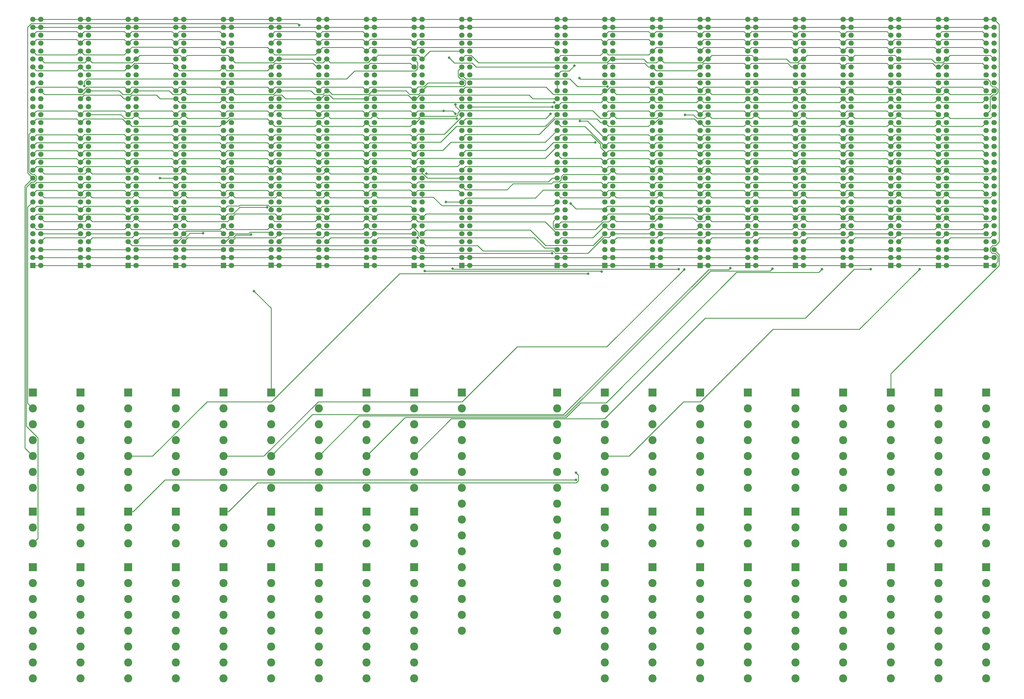
<source format=gbr>
G04 #@! TF.GenerationSoftware,KiCad,Pcbnew,(5.0.0)*
G04 #@! TF.CreationDate,2019-04-22T09:25:53+01:00*
G04 #@! TF.ProjectId,Backplane1,4261636B706C616E65312E6B69636164,rev?*
G04 #@! TF.SameCoordinates,Original*
G04 #@! TF.FileFunction,Copper,L1,Top,Signal*
G04 #@! TF.FilePolarity,Positive*
%FSLAX46Y46*%
G04 Gerber Fmt 4.6, Leading zero omitted, Abs format (unit mm)*
G04 Created by KiCad (PCBNEW (5.0.0)) date 04/22/19 09:25:53*
%MOMM*%
%LPD*%
G01*
G04 APERTURE LIST*
G04 #@! TA.AperFunction,ComponentPad*
%ADD10C,2.600000*%
G04 #@! TD*
G04 #@! TA.AperFunction,ComponentPad*
%ADD11R,2.600000X2.600000*%
G04 #@! TD*
G04 #@! TA.AperFunction,ComponentPad*
%ADD12C,1.700000*%
G04 #@! TD*
G04 #@! TA.AperFunction,ComponentPad*
%ADD13R,1.700000X1.700000*%
G04 #@! TD*
G04 #@! TA.AperFunction,ViaPad*
%ADD14C,0.800000*%
G04 #@! TD*
G04 #@! TA.AperFunction,Conductor*
%ADD15C,0.250000*%
G04 #@! TD*
G04 APERTURE END LIST*
D10*
G04 #@! TO.P,J137,7*
G04 #@! TO.N,X1*
X66040000Y-205740000D03*
G04 #@! TO.P,J137,6*
G04 #@! TO.N,C18*
X66040000Y-200660000D03*
G04 #@! TO.P,J137,5*
G04 #@! TO.N,A11*
X66040000Y-195580000D03*
G04 #@! TO.P,J137,4*
G04 #@! TO.N,N/C*
X66040000Y-190500000D03*
G04 #@! TO.P,J137,3*
G04 #@! TO.N,SKT1V*
X66040000Y-185420000D03*
G04 #@! TO.P,J137,2*
G04 #@! TO.N,IP18*
X66040000Y-180340000D03*
D11*
G04 #@! TO.P,J137,1*
G04 #@! TO.N,M18*
X66040000Y-175260000D03*
G04 #@! TD*
D10*
G04 #@! TO.P,J138,7*
G04 #@! TO.N,N/C*
X81280000Y-205740000D03*
G04 #@! TO.P,J138,6*
G04 #@! TO.N,C17*
X81280000Y-200660000D03*
G04 #@! TO.P,J138,5*
G04 #@! TO.N,A10*
X81280000Y-195580000D03*
G04 #@! TO.P,J138,4*
G04 #@! TO.N,I4*
X81280000Y-190500000D03*
G04 #@! TO.P,J138,3*
G04 #@! TO.N,SKT1U*
X81280000Y-185420000D03*
G04 #@! TO.P,J138,2*
G04 #@! TO.N,IP17*
X81280000Y-180340000D03*
D11*
G04 #@! TO.P,J138,1*
G04 #@! TO.N,N/C*
X81280000Y-175260000D03*
G04 #@! TD*
D10*
G04 #@! TO.P,J139,7*
G04 #@! TO.N,SKT2m_*
X96520000Y-205740000D03*
G04 #@! TO.P,J139,6*
G04 #@! TO.N,J16-*
X96520000Y-200660000D03*
G04 #@! TO.P,J139,5*
G04 #@! TO.N,A9*
X96520000Y-195580000D03*
G04 #@! TO.P,J139,4*
G04 #@! TO.N,I3*
X96520000Y-190500000D03*
G04 #@! TO.P,J139,3*
G04 #@! TO.N,SKT1T*
X96520000Y-185420000D03*
G04 #@! TO.P,J139,2*
G04 #@! TO.N,IP16*
X96520000Y-180340000D03*
D11*
G04 #@! TO.P,J139,1*
G04 #@! TO.N,N/C*
X96520000Y-175260000D03*
G04 #@! TD*
D10*
G04 #@! TO.P,J140,7*
G04 #@! TO.N,SKT2k_*
X111760000Y-205740000D03*
G04 #@! TO.P,J140,6*
G04 #@! TO.N,J15-*
X111760000Y-200660000D03*
G04 #@! TO.P,J140,5*
G04 #@! TO.N,A8*
X111760000Y-195580000D03*
G04 #@! TO.P,J140,4*
G04 #@! TO.N,I2*
X111760000Y-190500000D03*
G04 #@! TO.P,J140,3*
G04 #@! TO.N,SKT1S*
X111760000Y-185420000D03*
G04 #@! TO.P,J140,2*
G04 #@! TO.N,IP15*
X111760000Y-180340000D03*
D11*
G04 #@! TO.P,J140,1*
G04 #@! TO.N,N/C*
X111760000Y-175260000D03*
G04 #@! TD*
D10*
G04 #@! TO.P,J141,7*
G04 #@! TO.N,SKT2j_*
X127000000Y-205740000D03*
G04 #@! TO.P,J141,6*
G04 #@! TO.N,J14-*
X127000000Y-200660000D03*
G04 #@! TO.P,J141,5*
G04 #@! TO.N,A7*
X127000000Y-195580000D03*
G04 #@! TO.P,J141,4*
G04 #@! TO.N,I1*
X127000000Y-190500000D03*
G04 #@! TO.P,J141,3*
G04 #@! TO.N,SKT1R*
X127000000Y-185420000D03*
G04 #@! TO.P,J141,2*
G04 #@! TO.N,IP14*
X127000000Y-180340000D03*
D11*
G04 #@! TO.P,J141,1*
G04 #@! TO.N,N/C*
X127000000Y-175260000D03*
G04 #@! TD*
D10*
G04 #@! TO.P,J154,7*
G04 #@! TO.N,SKT2Y*
X340360000Y-205740000D03*
G04 #@! TO.P,J154,6*
G04 #@! TO.N,J3-*
X340360000Y-200660000D03*
G04 #@! TO.P,J154,5*
G04 #@! TO.N,IP'3*
X340360000Y-195580000D03*
G04 #@! TO.P,J154,4*
G04 #@! TO.N,ETJ3-*
X340360000Y-190500000D03*
G04 #@! TO.P,J154,3*
G04 #@! TO.N,SKT1D*
X340360000Y-185420000D03*
G04 #@! TO.P,J154,2*
G04 #@! TO.N,IP3*
X340360000Y-180340000D03*
D11*
G04 #@! TO.P,J154,1*
G04 #@! TO.N,ITF*
X340360000Y-175260000D03*
G04 #@! TD*
D10*
G04 #@! TO.P,J153,7*
G04 #@! TO.N,SKT2Z*
X325120000Y-205740000D03*
G04 #@! TO.P,J153,6*
G04 #@! TO.N,J4-*
X325120000Y-200660000D03*
G04 #@! TO.P,J153,5*
G04 #@! TO.N,IP'4*
X325120000Y-195580000D03*
G04 #@! TO.P,J153,4*
G04 #@! TO.N,N/C*
X325120000Y-190500000D03*
G04 #@! TO.P,J153,3*
G04 #@! TO.N,SKT1E*
X325120000Y-185420000D03*
G04 #@! TO.P,J153,2*
G04 #@! TO.N,IP4*
X325120000Y-180340000D03*
D11*
G04 #@! TO.P,J153,1*
G04 #@! TO.N,FTG1*
X325120000Y-175260000D03*
G04 #@! TD*
D10*
G04 #@! TO.P,J155,7*
G04 #@! TO.N,SKT2X*
X355600000Y-205740000D03*
G04 #@! TO.P,J155,6*
G04 #@! TO.N,J2-*
X355600000Y-200660000D03*
G04 #@! TO.P,J155,5*
G04 #@! TO.N,IP'2*
X355600000Y-195580000D03*
G04 #@! TO.P,J155,4*
G04 #@! TO.N,ETJ2-*
X355600000Y-190500000D03*
G04 #@! TO.P,J155,3*
G04 #@! TO.N,SKT1C*
X355600000Y-185420000D03*
G04 #@! TO.P,J155,2*
G04 #@! TO.N,IP2*
X355600000Y-180340000D03*
D11*
G04 #@! TO.P,J155,1*
G04 #@! TO.N,F1*
X355600000Y-175260000D03*
G04 #@! TD*
D12*
G04 #@! TO.P,J46,AL*
G04 #@! TO.N,GND*
X205740000Y-55880000D03*
G04 #@! TO.P,J46,32*
X203200000Y-55880000D03*
G04 #@! TO.P,J46,AK*
G04 #@! TO.N,Neg6v*
X205740000Y-58420000D03*
G04 #@! TO.P,J46,31*
X203200000Y-58420000D03*
G04 #@! TO.P,J46,AJ*
G04 #@! TO.N,N/C*
X205740000Y-60960000D03*
G04 #@! TO.P,J46,30*
X203200000Y-60960000D03*
G04 #@! TO.P,J46,AH*
G04 #@! TO.N,RESET2-*
X205740000Y-63500000D03*
G04 #@! TO.P,J46,29*
G04 #@! TO.N,OTG1-*
X203200000Y-63500000D03*
G04 #@! TO.P,J46,AF*
G04 #@! TO.N,t1*
X205740000Y-66040000D03*
G04 #@! TO.P,J46,28*
G04 #@! TO.N,GTQ2*
X203200000Y-66040000D03*
G04 #@! TO.P,J46,AE*
G04 #@! TO.N,t3-2*
X205740000Y-68580000D03*
G04 #@! TO.P,J46,27*
G04 #@! TO.N,GTQ1*
X203200000Y-68580000D03*
G04 #@! TO.P,J46,AD*
G04 #@! TO.N,t4*
X205740000Y-71120000D03*
G04 #@! TO.P,J46,26*
G04 #@! TO.N,OTA2-*
X203200000Y-71120000D03*
G04 #@! TO.P,J46,AC*
G04 #@! TO.N,GTQa*
X205740000Y-73660000D03*
G04 #@! TO.P,J46,25*
G04 #@! TO.N,OTA1-*
X203200000Y-73660000D03*
G04 #@! TO.P,J46,AB*
G04 #@! TO.N,OTG2-*
X205740000Y-76200000D03*
G04 #@! TO.P,J46,24*
G04 #@! TO.N,GTA2*
X203200000Y-76200000D03*
G04 #@! TO.P,J46,AA*
G04 #@! TO.N,GTAa*
X205740000Y-78740000D03*
G04 #@! TO.P,J46,23*
G04 #@! TO.N,GTA1*
X203200000Y-78740000D03*
G04 #@! TO.P,J46,Z*
G04 #@! TO.N,OTA-'*
X205740000Y-81280000D03*
G04 #@! TO.P,J46,22*
G04 #@! TO.N,OTP2-*
X203200000Y-81280000D03*
G04 #@! TO.P,J46,Y*
G04 #@! TO.N,MTPa*
X205740000Y-83820000D03*
G04 #@! TO.P,J46,21*
G04 #@! TO.N,OTP1-*
X203200000Y-83820000D03*
G04 #@! TO.P,J46,X*
G04 #@! TO.N,N/C*
X205740000Y-86360000D03*
G04 #@! TO.P,J46,20*
G04 #@! TO.N,GTM2*
X203200000Y-86360000D03*
G04 #@! TO.P,J46,W*
G04 #@! TO.N,GTMa*
X205740000Y-88900000D03*
G04 #@! TO.P,J46,19*
G04 #@! TO.N,GTM1*
X203200000Y-88900000D03*
G04 #@! TO.P,J46,V*
G04 #@! TO.N,N/C*
X205740000Y-91440000D03*
G04 #@! TO.P,J46,18*
G04 #@! TO.N,WTM2*
X203200000Y-91440000D03*
G04 #@! TO.P,J46,U*
G04 #@! TO.N,WTMa*
X205740000Y-93980000D03*
G04 #@! TO.P,J46,17*
G04 #@! TO.N,WTM1*
X203200000Y-93980000D03*
G04 #@! TO.P,J46,T*
G04 #@! TO.N,N/C*
X205740000Y-96520000D03*
G04 #@! TO.P,J46,16*
G04 #@! TO.N,0TM2-*
X203200000Y-96520000D03*
G04 #@! TO.P,J46,S*
G04 #@! TO.N,OTMa*
X205740000Y-99060000D03*
G04 #@! TO.P,J46,15*
G04 #@! TO.N,0TM1-*
X203200000Y-99060000D03*
G04 #@! TO.P,J46,R*
G04 #@! TO.N,N/C*
X205740000Y-101600000D03*
G04 #@! TO.P,J46,14*
G04 #@! TO.N,GTJ2*
X203200000Y-101600000D03*
G04 #@! TO.P,J46,P*
G04 #@! TO.N,GTJa*
X205740000Y-104140000D03*
G04 #@! TO.P,J46,13*
G04 #@! TO.N,GTJ1*
X203200000Y-104140000D03*
G04 #@! TO.P,J46,N*
G04 #@! TO.N,N/C*
X205740000Y-106680000D03*
G04 #@! TO.P,J46,12*
G04 #@! TO.N,OTJ2-*
X203200000Y-106680000D03*
G04 #@! TO.P,J46,M*
G04 #@! TO.N,OTJ-*
X205740000Y-109220000D03*
G04 #@! TO.P,J46,11*
G04 #@! TO.N,OTJ1-*
X203200000Y-109220000D03*
G04 #@! TO.P,J46,L*
G04 #@! TO.N,N/C*
X205740000Y-111760000D03*
G04 #@! TO.P,J46,10*
G04 #@! TO.N,OTG2-*
X203200000Y-111760000D03*
G04 #@! TO.P,J46,K*
G04 #@! TO.N,N/C*
X205740000Y-114300000D03*
G04 #@! TO.P,J46,9*
G04 #@! TO.N,OTG1-*
X203200000Y-114300000D03*
G04 #@! TO.P,J46,J*
G04 #@! TO.N,N/C*
X205740000Y-116840000D03*
G04 #@! TO.P,J46,8*
X203200000Y-116840000D03*
G04 #@! TO.P,J46,H*
X205740000Y-119380000D03*
G04 #@! TO.P,J46,7*
X203200000Y-119380000D03*
G04 #@! TO.P,J46,F*
G04 #@! TO.N,SFDm*
X205740000Y-121920000D03*
G04 #@! TO.P,J46,6*
G04 #@! TO.N,SFD*
X203200000Y-121920000D03*
G04 #@! TO.P,J46,E*
G04 #@! TO.N,CRSm*
X205740000Y-124460000D03*
G04 #@! TO.P,J46,5*
G04 #@! TO.N,CRS*
X203200000Y-124460000D03*
G04 #@! TO.P,J46,D*
G04 #@! TO.N,N/C*
X205740000Y-127000000D03*
G04 #@! TO.P,J46,4*
X203200000Y-127000000D03*
G04 #@! TO.P,J46,C*
X205740000Y-129540000D03*
G04 #@! TO.P,J46,3*
X203200000Y-129540000D03*
G04 #@! TO.P,J46,B*
G04 #@! TO.N,6v*
X205740000Y-132080000D03*
G04 #@! TO.P,J46,2*
X203200000Y-132080000D03*
G04 #@! TO.P,J46,A*
G04 #@! TO.N,GND*
X205740000Y-134620000D03*
D13*
G04 #@! TO.P,J46,1*
X203200000Y-134620000D03*
G04 #@! TD*
D10*
G04 #@! TO.P,J146,16*
G04 #@! TO.N,t1*
X203200000Y-251460000D03*
G04 #@! TO.P,J146,15*
G04 #@! TO.N,t3-2*
X203200000Y-246380000D03*
G04 #@! TO.P,J146,14*
G04 #@! TO.N,t4*
X203200000Y-241300000D03*
G04 #@! TO.P,J146,13*
G04 #@! TO.N,RESET2-*
X203200000Y-236220000D03*
G04 #@! TO.P,J146,12*
G04 #@! TO.N,GTQa*
X203200000Y-231140000D03*
G04 #@! TO.P,J146,11*
G04 #@! TO.N,GTMa*
X203200000Y-226060000D03*
G04 #@! TO.P,J146,10*
G04 #@! TO.N,WTMa*
X203200000Y-220980000D03*
G04 #@! TO.P,J146,9*
G04 #@! TO.N,OTMa*
X203200000Y-215900000D03*
G04 #@! TO.P,J146,8*
G04 #@! TO.N,GTJa*
X203200000Y-210820000D03*
G04 #@! TO.P,J146,7*
G04 #@! TO.N,OTJ-*
X203200000Y-205740000D03*
G04 #@! TO.P,J146,6*
G04 #@! TO.N,GTAa*
X203200000Y-200660000D03*
G04 #@! TO.P,J146,5*
G04 #@! TO.N,OTA-'*
X203200000Y-195580000D03*
G04 #@! TO.P,J146,4*
G04 #@! TO.N,SFDm*
X203200000Y-190500000D03*
G04 #@! TO.P,J146,3*
G04 #@! TO.N,SFD*
X203200000Y-185420000D03*
G04 #@! TO.P,J146,2*
G04 #@! TO.N,CRSm*
X203200000Y-180340000D03*
D11*
G04 #@! TO.P,J146,1*
G04 #@! TO.N,CRS*
X203200000Y-175260000D03*
G04 #@! TD*
D10*
G04 #@! TO.P,J147,16*
G04 #@! TO.N,t2-2*
X233680000Y-251460000D03*
G04 #@! TO.P,J147,15*
G04 #@! TO.N,t5*
X233680000Y-246380000D03*
G04 #@! TO.P,J147,14*
G04 #@! TO.N,ATFa*
X233680000Y-241300000D03*
G04 #@! TO.P,J147,13*
G04 #@! TO.N,QTFa*
X233680000Y-236220000D03*
G04 #@! TO.P,J147,12*
G04 #@! TO.N,JTPCa*
X233680000Y-231140000D03*
G04 #@! TO.P,J147,11*
G04 #@! TO.N,JTPC*
X233680000Y-226060000D03*
G04 #@! TO.P,J147,10*
G04 #@! TO.N,MTPa*
X233680000Y-220980000D03*
G04 #@! TO.P,J147,9*
G04 #@! TO.N,M-TFa*
X233680000Y-215900000D03*
G04 #@! TO.P,J147,8*
G04 #@! TO.N,MTFa*
X233680000Y-210820000D03*
G04 #@! TO.P,J147,7*
G04 #@! TO.N,JTFa*
X233680000Y-205740000D03*
G04 #@! TO.P,J147,6*
G04 #@! TO.N,VTGa*
X233680000Y-200660000D03*
G04 #@! TO.P,J147,5*
G04 #@! TO.N,PTG2-a*
X233680000Y-195580000D03*
G04 #@! TO.P,J147,4*
G04 #@! TO.N,PTG1-a*
X233680000Y-190500000D03*
G04 #@! TO.P,J147,3*
G04 #@! TO.N,LTGa*
X233680000Y-185420000D03*
G04 #@! TO.P,J147,2*
G04 #@! TO.N,RTGa*
X233680000Y-180340000D03*
D11*
G04 #@! TO.P,J147,1*
G04 #@! TO.N,FTGa*
X233680000Y-175260000D03*
G04 #@! TD*
D10*
G04 #@! TO.P,J142,7*
G04 #@! TO.N,SKT2i*
X142240000Y-205740000D03*
G04 #@! TO.P,J142,6*
G04 #@! TO.N,J13-*
X142240000Y-200660000D03*
G04 #@! TO.P,J142,5*
G04 #@! TO.N,A6*
X142240000Y-195580000D03*
G04 #@! TO.P,J142,4*
G04 #@! TO.N,P13*
X142240000Y-190500000D03*
G04 #@! TO.P,J142,3*
G04 #@! TO.N,SKT1P*
X142240000Y-185420000D03*
G04 #@! TO.P,J142,2*
G04 #@! TO.N,IP13*
X142240000Y-180340000D03*
D11*
G04 #@! TO.P,J142,1*
G04 #@! TO.N,M13*
X142240000Y-175260000D03*
G04 #@! TD*
D10*
G04 #@! TO.P,J143,7*
G04 #@! TO.N,SKT2h_*
X157480000Y-205740000D03*
G04 #@! TO.P,J143,6*
G04 #@! TO.N,J12-*
X157480000Y-200660000D03*
G04 #@! TO.P,J143,5*
G04 #@! TO.N,A5*
X157480000Y-195580000D03*
G04 #@! TO.P,J143,4*
G04 #@! TO.N,P12*
X157480000Y-190500000D03*
G04 #@! TO.P,J143,3*
G04 #@! TO.N,SKT1N*
X157480000Y-185420000D03*
G04 #@! TO.P,J143,2*
G04 #@! TO.N,IP12*
X157480000Y-180340000D03*
D11*
G04 #@! TO.P,J143,1*
G04 #@! TO.N,M12*
X157480000Y-175260000D03*
G04 #@! TD*
D10*
G04 #@! TO.P,J144,7*
G04 #@! TO.N,SKT2g_*
X172720000Y-205740000D03*
G04 #@! TO.P,J144,6*
G04 #@! TO.N,J11-*
X172720000Y-200660000D03*
G04 #@! TO.P,J144,5*
G04 #@! TO.N,A4*
X172720000Y-195580000D03*
G04 #@! TO.P,J144,4*
G04 #@! TO.N,N/C*
X172720000Y-190500000D03*
G04 #@! TO.P,J144,3*
G04 #@! TO.N,SKT1M*
X172720000Y-185420000D03*
G04 #@! TO.P,J144,2*
G04 #@! TO.N,IP11*
X172720000Y-180340000D03*
D11*
G04 #@! TO.P,J144,1*
G04 #@! TO.N,M11*
X172720000Y-175260000D03*
G04 #@! TD*
D10*
G04 #@! TO.P,J145,7*
G04 #@! TO.N,SKT2f_*
X187960000Y-205740000D03*
G04 #@! TO.P,J145,6*
G04 #@! TO.N,J10-*
X187960000Y-200660000D03*
G04 #@! TO.P,J145,5*
G04 #@! TO.N,A3*
X187960000Y-195580000D03*
G04 #@! TO.P,J145,4*
G04 #@! TO.N,N/C*
X187960000Y-190500000D03*
G04 #@! TO.P,J145,3*
G04 #@! TO.N,SKT1L*
X187960000Y-185420000D03*
G04 #@! TO.P,J145,2*
G04 #@! TO.N,IP10*
X187960000Y-180340000D03*
D11*
G04 #@! TO.P,J145,1*
G04 #@! TO.N,N/C*
X187960000Y-175260000D03*
G04 #@! TD*
D10*
G04 #@! TO.P,J148,7*
G04 #@! TO.N,SKT2e_*
X248920000Y-205740000D03*
G04 #@! TO.P,J148,6*
G04 #@! TO.N,J9-*
X248920000Y-200660000D03*
G04 #@! TO.P,J148,5*
G04 #@! TO.N,A2*
X248920000Y-195580000D03*
G04 #@! TO.P,J148,4*
G04 #@! TO.N,N/C*
X248920000Y-190500000D03*
G04 #@! TO.P,J148,3*
G04 #@! TO.N,SKT1K*
X248920000Y-185420000D03*
G04 #@! TO.P,J148,2*
G04 #@! TO.N,IP9*
X248920000Y-180340000D03*
D11*
G04 #@! TO.P,J148,1*
G04 #@! TO.N,N/C*
X248920000Y-175260000D03*
G04 #@! TD*
D10*
G04 #@! TO.P,J149,7*
G04 #@! TO.N,SKT2d_*
X264160000Y-205740000D03*
G04 #@! TO.P,J149,6*
G04 #@! TO.N,J8-*
X264160000Y-200660000D03*
G04 #@! TO.P,J149,5*
G04 #@! TO.N,IP'8*
X264160000Y-195580000D03*
G04 #@! TO.P,J149,4*
G04 #@! TO.N,N/C*
X264160000Y-190500000D03*
G04 #@! TO.P,J149,3*
G04 #@! TO.N,SKT1J*
X264160000Y-185420000D03*
G04 #@! TO.P,J149,2*
G04 #@! TO.N,IP8*
X264160000Y-180340000D03*
D11*
G04 #@! TO.P,J149,1*
G04 #@! TO.N,N/C*
X264160000Y-175260000D03*
G04 #@! TD*
D10*
G04 #@! TO.P,J150,7*
G04 #@! TO.N,SKT2c_*
X279400000Y-205740000D03*
G04 #@! TO.P,J150,6*
G04 #@! TO.N,J7-*
X279400000Y-200660000D03*
G04 #@! TO.P,J150,5*
G04 #@! TO.N,IP'7*
X279400000Y-195580000D03*
G04 #@! TO.P,J150,4*
G04 #@! TO.N,N/C*
X279400000Y-190500000D03*
G04 #@! TO.P,J150,3*
G04 #@! TO.N,SKT1H*
X279400000Y-185420000D03*
G04 #@! TO.P,J150,2*
G04 #@! TO.N,IP7*
X279400000Y-180340000D03*
D11*
G04 #@! TO.P,J150,1*
G04 #@! TO.N,N/C*
X279400000Y-175260000D03*
G04 #@! TD*
D10*
G04 #@! TO.P,J151,7*
G04 #@! TO.N,SKT2b_*
X294640000Y-205740000D03*
G04 #@! TO.P,J151,6*
G04 #@! TO.N,J6-*
X294640000Y-200660000D03*
G04 #@! TO.P,J151,5*
G04 #@! TO.N,IP'6*
X294640000Y-195580000D03*
G04 #@! TO.P,J151,4*
G04 #@! TO.N,N/C*
X294640000Y-190500000D03*
G04 #@! TO.P,J151,3*
G04 #@! TO.N,SKT1G*
X294640000Y-185420000D03*
G04 #@! TO.P,J151,2*
G04 #@! TO.N,IP6*
X294640000Y-180340000D03*
D11*
G04 #@! TO.P,J151,1*
G04 #@! TO.N,N/C*
X294640000Y-175260000D03*
G04 #@! TD*
D10*
G04 #@! TO.P,J152,7*
G04 #@! TO.N,SKT2a*
X309880000Y-205740000D03*
G04 #@! TO.P,J152,6*
G04 #@! TO.N,J5-*
X309880000Y-200660000D03*
G04 #@! TO.P,J152,5*
G04 #@! TO.N,IP'5*
X309880000Y-195580000D03*
G04 #@! TO.P,J152,4*
G04 #@! TO.N,KTJ5-*
X309880000Y-190500000D03*
G04 #@! TO.P,J152,3*
G04 #@! TO.N,SKT1F*
X309880000Y-185420000D03*
G04 #@! TO.P,J152,2*
G04 #@! TO.N,IP5*
X309880000Y-180340000D03*
D11*
G04 #@! TO.P,J152,1*
G04 #@! TO.N,N/C*
X309880000Y-175260000D03*
G04 #@! TD*
D10*
G04 #@! TO.P,J237,3*
G04 #@! TO.N,W18*
X66040000Y-223520000D03*
G04 #@! TO.P,J237,2*
G04 #@! TO.N,SKT2V*
X66040000Y-218440000D03*
D11*
G04 #@! TO.P,J237,1*
G04 #@! TO.N,N/C*
X66040000Y-213360000D03*
G04 #@! TD*
D10*
G04 #@! TO.P,J238,3*
G04 #@! TO.N,W17*
X81280000Y-223520000D03*
G04 #@! TO.P,J238,2*
G04 #@! TO.N,SKT2U*
X81280000Y-218440000D03*
D11*
G04 #@! TO.P,J238,1*
G04 #@! TO.N,N/C*
X81280000Y-213360000D03*
G04 #@! TD*
D10*
G04 #@! TO.P,J239,3*
G04 #@! TO.N,W16*
X96520000Y-223520000D03*
G04 #@! TO.P,J239,2*
G04 #@! TO.N,SKT2T*
X96520000Y-218440000D03*
D11*
G04 #@! TO.P,J239,1*
G04 #@! TO.N,J16*
X96520000Y-213360000D03*
G04 #@! TD*
D10*
G04 #@! TO.P,J240,3*
G04 #@! TO.N,W15*
X111760000Y-223520000D03*
G04 #@! TO.P,J240,2*
G04 #@! TO.N,SKT2S*
X111760000Y-218440000D03*
D11*
G04 #@! TO.P,J240,1*
G04 #@! TO.N,J15*
X111760000Y-213360000D03*
G04 #@! TD*
D10*
G04 #@! TO.P,J241,3*
G04 #@! TO.N,W14*
X127000000Y-223520000D03*
G04 #@! TO.P,J241,2*
G04 #@! TO.N,SKT2R*
X127000000Y-218440000D03*
D11*
G04 #@! TO.P,J241,1*
G04 #@! TO.N,J14*
X127000000Y-213360000D03*
G04 #@! TD*
D10*
G04 #@! TO.P,J242,3*
G04 #@! TO.N,SKT11P*
X142240000Y-223520000D03*
G04 #@! TO.P,J242,2*
G04 #@! TO.N,SKT2P*
X142240000Y-218440000D03*
D11*
G04 #@! TO.P,J242,1*
G04 #@! TO.N,J13*
X142240000Y-213360000D03*
G04 #@! TD*
D10*
G04 #@! TO.P,J243,3*
G04 #@! TO.N,SKT11N*
X157480000Y-223520000D03*
G04 #@! TO.P,J243,2*
G04 #@! TO.N,SKT2N*
X157480000Y-218440000D03*
D11*
G04 #@! TO.P,J243,1*
G04 #@! TO.N,J12*
X157480000Y-213360000D03*
G04 #@! TD*
D10*
G04 #@! TO.P,J244,3*
G04 #@! TO.N,SKT11M*
X172720000Y-223520000D03*
G04 #@! TO.P,J244,2*
G04 #@! TO.N,SKT2M*
X172720000Y-218440000D03*
D11*
G04 #@! TO.P,J244,1*
G04 #@! TO.N,J11*
X172720000Y-213360000D03*
G04 #@! TD*
D10*
G04 #@! TO.P,J245,3*
G04 #@! TO.N,SKT11L*
X187960000Y-223520000D03*
G04 #@! TO.P,J245,2*
G04 #@! TO.N,SKT2L*
X187960000Y-218440000D03*
D11*
G04 #@! TO.P,J245,1*
G04 #@! TO.N,J10*
X187960000Y-213360000D03*
G04 #@! TD*
D10*
G04 #@! TO.P,J248,3*
G04 #@! TO.N,SKT11K*
X248920000Y-223520000D03*
G04 #@! TO.P,J248,2*
G04 #@! TO.N,SKT2K*
X248920000Y-218440000D03*
D11*
G04 #@! TO.P,J248,1*
G04 #@! TO.N,J9*
X248920000Y-213360000D03*
G04 #@! TD*
D10*
G04 #@! TO.P,J249,3*
G04 #@! TO.N,SKT11J*
X264160000Y-223520000D03*
G04 #@! TO.P,J249,2*
G04 #@! TO.N,SKT2J*
X264160000Y-218440000D03*
D11*
G04 #@! TO.P,J249,1*
G04 #@! TO.N,J8*
X264160000Y-213360000D03*
G04 #@! TD*
D10*
G04 #@! TO.P,J250,3*
G04 #@! TO.N,SKT11H*
X279400000Y-223520000D03*
G04 #@! TO.P,J250,2*
G04 #@! TO.N,SKT2H*
X279400000Y-218440000D03*
D11*
G04 #@! TO.P,J250,1*
G04 #@! TO.N,J7*
X279400000Y-213360000D03*
G04 #@! TD*
D10*
G04 #@! TO.P,J251,3*
G04 #@! TO.N,SKT11G*
X294640000Y-223520000D03*
G04 #@! TO.P,J251,2*
G04 #@! TO.N,SKT2G*
X294640000Y-218440000D03*
D11*
G04 #@! TO.P,J251,1*
G04 #@! TO.N,J6*
X294640000Y-213360000D03*
G04 #@! TD*
D10*
G04 #@! TO.P,J252,3*
G04 #@! TO.N,SKT11F*
X309880000Y-223520000D03*
G04 #@! TO.P,J252,2*
G04 #@! TO.N,SKT2F*
X309880000Y-218440000D03*
D11*
G04 #@! TO.P,J252,1*
G04 #@! TO.N,J5*
X309880000Y-213360000D03*
G04 #@! TD*
D10*
G04 #@! TO.P,J253,3*
G04 #@! TO.N,W4*
X325120000Y-223520000D03*
G04 #@! TO.P,J253,2*
G04 #@! TO.N,SKT2E*
X325120000Y-218440000D03*
D11*
G04 #@! TO.P,J253,1*
G04 #@! TO.N,J4*
X325120000Y-213360000D03*
G04 #@! TD*
D10*
G04 #@! TO.P,J254,3*
G04 #@! TO.N,W3*
X340360000Y-223520000D03*
G04 #@! TO.P,J254,2*
G04 #@! TO.N,SKT2D*
X340360000Y-218440000D03*
D11*
G04 #@! TO.P,J254,1*
G04 #@! TO.N,J3*
X340360000Y-213360000D03*
G04 #@! TD*
D10*
G04 #@! TO.P,J255,3*
G04 #@! TO.N,W2*
X355600000Y-223520000D03*
G04 #@! TO.P,J255,2*
G04 #@! TO.N,SKT2C*
X355600000Y-218440000D03*
D11*
G04 #@! TO.P,J255,1*
G04 #@! TO.N,J2*
X355600000Y-213360000D03*
G04 #@! TD*
D10*
G04 #@! TO.P,J337,8*
G04 #@! TO.N,STORE18-*
X66040000Y-266700000D03*
G04 #@! TO.P,J337,7*
G04 #@! TO.N,SKT1HH*
X66040000Y-261620000D03*
G04 #@! TO.P,J337,6*
G04 #@! TO.N,II18*
X66040000Y-256540000D03*
G04 #@! TO.P,J337,5*
G04 #@! TO.N,A18-*
X66040000Y-251460000D03*
G04 #@! TO.P,J337,4*
G04 #@! TO.N,SKT1p_*
X66040000Y-246380000D03*
G04 #@! TO.P,J337,3*
G04 #@! TO.N,N/C*
X66040000Y-241300000D03*
G04 #@! TO.P,J337,2*
X66040000Y-236220000D03*
D11*
G04 #@! TO.P,J337,1*
G04 #@! TO.N,M18-*
X66040000Y-231140000D03*
G04 #@! TD*
D10*
G04 #@! TO.P,J338,8*
G04 #@! TO.N,STORE17-*
X81280000Y-266700000D03*
G04 #@! TO.P,J338,7*
G04 #@! TO.N,SKT1GG*
X81280000Y-261620000D03*
G04 #@! TO.P,J338,6*
G04 #@! TO.N,II17*
X81280000Y-256540000D03*
G04 #@! TO.P,J338,5*
G04 #@! TO.N,A17-*
X81280000Y-251460000D03*
G04 #@! TO.P,J338,4*
G04 #@! TO.N,SKT1n_*
X81280000Y-246380000D03*
G04 #@! TO.P,J338,3*
G04 #@! TO.N,SKT3u*
X81280000Y-241300000D03*
G04 #@! TO.P,J338,2*
G04 #@! TO.N,I4-*
X81280000Y-236220000D03*
D11*
G04 #@! TO.P,J338,1*
G04 #@! TO.N,M17-*
X81280000Y-231140000D03*
G04 #@! TD*
D10*
G04 #@! TO.P,J339,8*
G04 #@! TO.N,STORE16-*
X96520000Y-266700000D03*
G04 #@! TO.P,J339,7*
G04 #@! TO.N,SKT1FF*
X96520000Y-261620000D03*
G04 #@! TO.P,J339,6*
G04 #@! TO.N,II16*
X96520000Y-256540000D03*
G04 #@! TO.P,J339,5*
G04 #@! TO.N,A16-*
X96520000Y-251460000D03*
G04 #@! TO.P,J339,4*
G04 #@! TO.N,SKT1m_*
X96520000Y-246380000D03*
G04 #@! TO.P,J339,3*
G04 #@! TO.N,SKT3t*
X96520000Y-241300000D03*
G04 #@! TO.P,J339,2*
G04 #@! TO.N,I3-*
X96520000Y-236220000D03*
D11*
G04 #@! TO.P,J339,1*
G04 #@! TO.N,M16-*
X96520000Y-231140000D03*
G04 #@! TD*
D10*
G04 #@! TO.P,J340,8*
G04 #@! TO.N,STORE15-*
X111760000Y-266700000D03*
G04 #@! TO.P,J340,7*
G04 #@! TO.N,SKT1EE*
X111760000Y-261620000D03*
G04 #@! TO.P,J340,6*
G04 #@! TO.N,II15*
X111760000Y-256540000D03*
G04 #@! TO.P,J340,5*
G04 #@! TO.N,A15-*
X111760000Y-251460000D03*
G04 #@! TO.P,J340,4*
G04 #@! TO.N,SKT1k_*
X111760000Y-246380000D03*
G04 #@! TO.P,J340,3*
G04 #@! TO.N,SKT3s*
X111760000Y-241300000D03*
G04 #@! TO.P,J340,2*
G04 #@! TO.N,I2-*
X111760000Y-236220000D03*
D11*
G04 #@! TO.P,J340,1*
G04 #@! TO.N,M15-*
X111760000Y-231140000D03*
G04 #@! TD*
D10*
G04 #@! TO.P,J341,8*
G04 #@! TO.N,STORE14-*
X127000000Y-266700000D03*
G04 #@! TO.P,J341,7*
G04 #@! TO.N,SKT1DD*
X127000000Y-261620000D03*
G04 #@! TO.P,J341,6*
G04 #@! TO.N,II14*
X127000000Y-256540000D03*
G04 #@! TO.P,J341,5*
G04 #@! TO.N,A14-*
X127000000Y-251460000D03*
G04 #@! TO.P,J341,4*
G04 #@! TO.N,SKT1j_*
X127000000Y-246380000D03*
G04 #@! TO.P,J341,3*
G04 #@! TO.N,SKT3r*
X127000000Y-241300000D03*
G04 #@! TO.P,J341,2*
G04 #@! TO.N,I1-*
X127000000Y-236220000D03*
D11*
G04 #@! TO.P,J341,1*
G04 #@! TO.N,M14-*
X127000000Y-231140000D03*
G04 #@! TD*
D10*
G04 #@! TO.P,J342,8*
G04 #@! TO.N,STORE13-*
X142240000Y-266700000D03*
G04 #@! TO.P,J342,7*
G04 #@! TO.N,SKT1CC*
X142240000Y-261620000D03*
G04 #@! TO.P,J342,6*
G04 #@! TO.N,II13*
X142240000Y-256540000D03*
G04 #@! TO.P,J342,5*
G04 #@! TO.N,A13-*
X142240000Y-251460000D03*
G04 #@! TO.P,J342,4*
G04 #@! TO.N,SKT1i*
X142240000Y-246380000D03*
G04 #@! TO.P,J342,3*
G04 #@! TO.N,N/C*
X142240000Y-241300000D03*
G04 #@! TO.P,J342,2*
G04 #@! TO.N,P13-*
X142240000Y-236220000D03*
D11*
G04 #@! TO.P,J342,1*
G04 #@! TO.N,M13-*
X142240000Y-231140000D03*
G04 #@! TD*
D10*
G04 #@! TO.P,J343,8*
G04 #@! TO.N,STORE12-*
X157480000Y-266700000D03*
G04 #@! TO.P,J343,7*
G04 #@! TO.N,SKT1BB*
X157480000Y-261620000D03*
G04 #@! TO.P,J343,6*
G04 #@! TO.N,II12*
X157480000Y-256540000D03*
G04 #@! TO.P,J343,5*
G04 #@! TO.N,A12-*
X157480000Y-251460000D03*
G04 #@! TO.P,J343,4*
G04 #@! TO.N,SKT1h_*
X157480000Y-246380000D03*
G04 #@! TO.P,J343,3*
G04 #@! TO.N,N/C*
X157480000Y-241300000D03*
G04 #@! TO.P,J343,2*
G04 #@! TO.N,P12-*
X157480000Y-236220000D03*
D11*
G04 #@! TO.P,J343,1*
G04 #@! TO.N,M12-*
X157480000Y-231140000D03*
G04 #@! TD*
D10*
G04 #@! TO.P,J344,8*
G04 #@! TO.N,STORE11-*
X172720000Y-266700000D03*
G04 #@! TO.P,J344,7*
G04 #@! TO.N,SKT1AA*
X172720000Y-261620000D03*
G04 #@! TO.P,J344,6*
G04 #@! TO.N,II11*
X172720000Y-256540000D03*
G04 #@! TO.P,J344,5*
G04 #@! TO.N,A11-*
X172720000Y-251460000D03*
G04 #@! TO.P,J344,4*
G04 #@! TO.N,SKT1g_*
X172720000Y-246380000D03*
G04 #@! TO.P,J344,3*
G04 #@! TO.N,SKT2y_*
X172720000Y-241300000D03*
G04 #@! TO.P,J344,2*
G04 #@! TO.N,P11-*
X172720000Y-236220000D03*
D11*
G04 #@! TO.P,J344,1*
G04 #@! TO.N,M11-*
X172720000Y-231140000D03*
G04 #@! TD*
D10*
G04 #@! TO.P,J345,8*
G04 #@! TO.N,STORE10-*
X187960000Y-266700000D03*
G04 #@! TO.P,J345,7*
G04 #@! TO.N,SKT1z_*
X187960000Y-261620000D03*
G04 #@! TO.P,J345,6*
G04 #@! TO.N,II10*
X187960000Y-256540000D03*
G04 #@! TO.P,J345,5*
G04 #@! TO.N,A10-*
X187960000Y-251460000D03*
G04 #@! TO.P,J345,4*
G04 #@! TO.N,SKT1f_*
X187960000Y-246380000D03*
G04 #@! TO.P,J345,3*
G04 #@! TO.N,SKT2x_*
X187960000Y-241300000D03*
G04 #@! TO.P,J345,2*
G04 #@! TO.N,P10-*
X187960000Y-236220000D03*
D11*
G04 #@! TO.P,J345,1*
G04 #@! TO.N,M10-*
X187960000Y-231140000D03*
G04 #@! TD*
D10*
G04 #@! TO.P,J348,8*
G04 #@! TO.N,STORE9-*
X248920000Y-266700000D03*
G04 #@! TO.P,J348,7*
G04 #@! TO.N,SKT1y_*
X248920000Y-261620000D03*
G04 #@! TO.P,J348,6*
G04 #@! TO.N,II9*
X248920000Y-256540000D03*
G04 #@! TO.P,J348,5*
G04 #@! TO.N,A9-*
X248920000Y-251460000D03*
G04 #@! TO.P,J348,4*
G04 #@! TO.N,SKT1e_*
X248920000Y-246380000D03*
G04 #@! TO.P,J348,3*
G04 #@! TO.N,SKT2w_*
X248920000Y-241300000D03*
G04 #@! TO.P,J348,2*
G04 #@! TO.N,P9-*
X248920000Y-236220000D03*
D11*
G04 #@! TO.P,J348,1*
G04 #@! TO.N,M9-*
X248920000Y-231140000D03*
G04 #@! TD*
D10*
G04 #@! TO.P,J349,8*
G04 #@! TO.N,STORE8-*
X264160000Y-266700000D03*
G04 #@! TO.P,J349,7*
G04 #@! TO.N,SKT1x_*
X264160000Y-261620000D03*
G04 #@! TO.P,J349,6*
G04 #@! TO.N,II8*
X264160000Y-256540000D03*
G04 #@! TO.P,J349,5*
G04 #@! TO.N,A8-*
X264160000Y-251460000D03*
G04 #@! TO.P,J349,4*
G04 #@! TO.N,SKT1d_*
X264160000Y-246380000D03*
G04 #@! TO.P,J349,3*
G04 #@! TO.N,SKT2v_*
X264160000Y-241300000D03*
G04 #@! TO.P,J349,2*
G04 #@! TO.N,P8-*
X264160000Y-236220000D03*
D11*
G04 #@! TO.P,J349,1*
G04 #@! TO.N,M8-*
X264160000Y-231140000D03*
G04 #@! TD*
D10*
G04 #@! TO.P,J350,8*
G04 #@! TO.N,STORE7-*
X279400000Y-266700000D03*
G04 #@! TO.P,J350,7*
G04 #@! TO.N,SKT1w_*
X279400000Y-261620000D03*
G04 #@! TO.P,J350,6*
G04 #@! TO.N,II7*
X279400000Y-256540000D03*
G04 #@! TO.P,J350,5*
G04 #@! TO.N,A7-*
X279400000Y-251460000D03*
G04 #@! TO.P,J350,4*
G04 #@! TO.N,SKT1c_*
X279400000Y-246380000D03*
G04 #@! TO.P,J350,3*
G04 #@! TO.N,SKT2u_*
X279400000Y-241300000D03*
G04 #@! TO.P,J350,2*
G04 #@! TO.N,P7-*
X279400000Y-236220000D03*
D11*
G04 #@! TO.P,J350,1*
G04 #@! TO.N,M7-*
X279400000Y-231140000D03*
G04 #@! TD*
D10*
G04 #@! TO.P,J351,8*
G04 #@! TO.N,STORE6-*
X294640000Y-266700000D03*
G04 #@! TO.P,J351,7*
G04 #@! TO.N,SKT1v_*
X294640000Y-261620000D03*
G04 #@! TO.P,J351,6*
G04 #@! TO.N,II6*
X294640000Y-256540000D03*
G04 #@! TO.P,J351,5*
G04 #@! TO.N,A6-*
X294640000Y-251460000D03*
G04 #@! TO.P,J351,4*
G04 #@! TO.N,SKT1b_*
X294640000Y-246380000D03*
G04 #@! TO.P,J351,3*
G04 #@! TO.N,SKT2t_*
X294640000Y-241300000D03*
G04 #@! TO.P,J351,2*
G04 #@! TO.N,P6-*
X294640000Y-236220000D03*
D11*
G04 #@! TO.P,J351,1*
G04 #@! TO.N,M6-*
X294640000Y-231140000D03*
G04 #@! TD*
D10*
G04 #@! TO.P,J352,8*
G04 #@! TO.N,STORE5-*
X309880000Y-266700000D03*
G04 #@! TO.P,J352,7*
G04 #@! TO.N,SKT1u_*
X309880000Y-261620000D03*
G04 #@! TO.P,J352,6*
G04 #@! TO.N,II5*
X309880000Y-256540000D03*
G04 #@! TO.P,J352,5*
G04 #@! TO.N,A5-*
X309880000Y-251460000D03*
G04 #@! TO.P,J352,4*
G04 #@! TO.N,SKT1a*
X309880000Y-246380000D03*
G04 #@! TO.P,J352,3*
G04 #@! TO.N,SKT2s_*
X309880000Y-241300000D03*
G04 #@! TO.P,J352,2*
G04 #@! TO.N,P5-*
X309880000Y-236220000D03*
D11*
G04 #@! TO.P,J352,1*
G04 #@! TO.N,M5-*
X309880000Y-231140000D03*
G04 #@! TD*
D10*
G04 #@! TO.P,J353,8*
G04 #@! TO.N,STORE4-*
X325120000Y-266700000D03*
G04 #@! TO.P,J353,7*
G04 #@! TO.N,SKT1t_*
X325120000Y-261620000D03*
G04 #@! TO.P,J353,6*
G04 #@! TO.N,II4*
X325120000Y-256540000D03*
G04 #@! TO.P,J353,5*
G04 #@! TO.N,A4-*
X325120000Y-251460000D03*
G04 #@! TO.P,J353,4*
G04 #@! TO.N,SKT1Z*
X325120000Y-246380000D03*
G04 #@! TO.P,J353,3*
G04 #@! TO.N,SKT2r_*
X325120000Y-241300000D03*
G04 #@! TO.P,J353,2*
G04 #@! TO.N,P4-*
X325120000Y-236220000D03*
D11*
G04 #@! TO.P,J353,1*
G04 #@! TO.N,M4-*
X325120000Y-231140000D03*
G04 #@! TD*
D10*
G04 #@! TO.P,J354,8*
G04 #@! TO.N,STORE3-*
X340360000Y-266700000D03*
G04 #@! TO.P,J354,7*
G04 #@! TO.N,SKT1s_*
X340360000Y-261620000D03*
G04 #@! TO.P,J354,6*
G04 #@! TO.N,II3*
X340360000Y-256540000D03*
G04 #@! TO.P,J354,5*
G04 #@! TO.N,A3-*
X340360000Y-251460000D03*
G04 #@! TO.P,J354,4*
G04 #@! TO.N,SKT1Y*
X340360000Y-246380000D03*
G04 #@! TO.P,J354,3*
G04 #@! TO.N,SKT2q*
X340360000Y-241300000D03*
G04 #@! TO.P,J354,2*
G04 #@! TO.N,P3-*
X340360000Y-236220000D03*
D11*
G04 #@! TO.P,J354,1*
G04 #@! TO.N,M3-*
X340360000Y-231140000D03*
G04 #@! TD*
D10*
G04 #@! TO.P,J355,8*
G04 #@! TO.N,STORE2-*
X355600000Y-266700000D03*
G04 #@! TO.P,J355,7*
G04 #@! TO.N,SKT1r_*
X355600000Y-261620000D03*
G04 #@! TO.P,J355,6*
G04 #@! TO.N,II2*
X355600000Y-256540000D03*
G04 #@! TO.P,J355,5*
G04 #@! TO.N,A2-*
X355600000Y-251460000D03*
G04 #@! TO.P,J355,4*
G04 #@! TO.N,SKT1X*
X355600000Y-246380000D03*
G04 #@! TO.P,J355,3*
G04 #@! TO.N,SKT2p_*
X355600000Y-241300000D03*
G04 #@! TO.P,J355,2*
G04 #@! TO.N,P2-*
X355600000Y-236220000D03*
D11*
G04 #@! TO.P,J355,1*
G04 #@! TO.N,M2-*
X355600000Y-231140000D03*
G04 #@! TD*
D10*
G04 #@! TO.P,J356,8*
G04 #@! TO.N,STORE1-*
X370840000Y-266700000D03*
G04 #@! TO.P,J356,7*
G04 #@! TO.N,SKT1q*
X370840000Y-261620000D03*
G04 #@! TO.P,J356,6*
G04 #@! TO.N,II1*
X370840000Y-256540000D03*
G04 #@! TO.P,J356,5*
G04 #@! TO.N,A1-*
X370840000Y-251460000D03*
G04 #@! TO.P,J356,4*
G04 #@! TO.N,SKT1W*
X370840000Y-246380000D03*
G04 #@! TO.P,J356,3*
G04 #@! TO.N,SKT2n_*
X370840000Y-241300000D03*
G04 #@! TO.P,J356,2*
G04 #@! TO.N,P1-*
X370840000Y-236220000D03*
D11*
G04 #@! TO.P,J356,1*
G04 #@! TO.N,M1-*
X370840000Y-231140000D03*
G04 #@! TD*
D10*
G04 #@! TO.P,J256,3*
G04 #@! TO.N,SKT11B*
X370840000Y-223520000D03*
G04 #@! TO.P,J256,2*
G04 #@! TO.N,SKT2B*
X370840000Y-218440000D03*
D11*
G04 #@! TO.P,J256,1*
G04 #@! TO.N,J1*
X370840000Y-213360000D03*
G04 #@! TD*
D10*
G04 #@! TO.P,J156,7*
G04 #@! TO.N,SKT2W*
X370840000Y-205740000D03*
G04 #@! TO.P,J156,6*
G04 #@! TO.N,J1-*
X370840000Y-200660000D03*
G04 #@! TO.P,J156,5*
G04 #@! TO.N,IP'1*
X370840000Y-195580000D03*
G04 #@! TO.P,J156,4*
G04 #@! TO.N,KTJ1-*
X370840000Y-190500000D03*
G04 #@! TO.P,J156,3*
G04 #@! TO.N,SKT1B*
X370840000Y-185420000D03*
G04 #@! TO.P,J156,2*
G04 #@! TO.N,IP1*
X370840000Y-180340000D03*
D11*
G04 #@! TO.P,J156,1*
G04 #@! TO.N,X0*
X370840000Y-175260000D03*
G04 #@! TD*
D12*
G04 #@! TO.P,J37,AL*
G04 #@! TO.N,GND*
X68580000Y-55880000D03*
G04 #@! TO.P,J37,32*
X66040000Y-55880000D03*
G04 #@! TO.P,J37,AK*
G04 #@! TO.N,Neg6v*
X68580000Y-58420000D03*
G04 #@! TO.P,J37,31*
X66040000Y-58420000D03*
G04 #@! TO.P,J37,AJ*
G04 #@! TO.N,STORE18-*
X68580000Y-60960000D03*
G04 #@! TO.P,J37,30*
G04 #@! TO.N,QTF2*
X66040000Y-60960000D03*
G04 #@! TO.P,J37,AH*
G04 #@! TO.N,N/C*
X68580000Y-63500000D03*
G04 #@! TO.P,J37,29*
G04 #@! TO.N,DTF2a*
X66040000Y-63500000D03*
G04 #@! TO.P,J37,AF*
G04 #@! TO.N,N/C*
X68580000Y-66040000D03*
G04 #@! TO.P,J37,28*
G04 #@! TO.N,ATF2*
X66040000Y-66040000D03*
G04 #@! TO.P,J37,AE*
G04 #@! TO.N,GTQ2*
X68580000Y-68580000D03*
G04 #@! TO.P,J37,27*
G04 #@! TO.N,N/C*
X66040000Y-68580000D03*
G04 #@! TO.P,J37,AD*
G04 #@! TO.N,M18*
X68580000Y-71120000D03*
G04 #@! TO.P,J37,26*
G04 #@! TO.N,OTQ2-*
X66040000Y-71120000D03*
G04 #@! TO.P,J37,AC*
G04 #@! TO.N,SKT1HH*
X68580000Y-73660000D03*
G04 #@! TO.P,J37,25*
G04 #@! TO.N,II18*
X66040000Y-73660000D03*
G04 #@! TO.P,J37,AB*
G04 #@! TO.N,A18-*
X68580000Y-76200000D03*
G04 #@! TO.P,J37,24*
G04 #@! TO.N,N/C*
X66040000Y-76200000D03*
G04 #@! TO.P,J37,AA*
G04 #@! TO.N,OTA2-*
X68580000Y-78740000D03*
G04 #@! TO.P,J37,23*
G04 #@! TO.N,GTA2*
X66040000Y-78740000D03*
G04 #@! TO.P,J37,Z*
G04 #@! TO.N,SKT1p_*
X68580000Y-81280000D03*
G04 #@! TO.P,J37,22*
G04 #@! TO.N,N/C*
X66040000Y-81280000D03*
G04 #@! TO.P,J37,Y*
X68580000Y-83820000D03*
G04 #@! TO.P,J37,21*
X66040000Y-83820000D03*
G04 #@! TO.P,J37,X*
X68580000Y-86360000D03*
G04 #@! TO.P,J37,20*
G04 #@! TO.N,0TM2-*
X66040000Y-86360000D03*
G04 #@! TO.P,J37,W*
G04 #@! TO.N,N/C*
X68580000Y-88900000D03*
G04 #@! TO.P,J37,19*
G04 #@! TO.N,WTM2*
X66040000Y-88900000D03*
G04 #@! TO.P,J37,V*
G04 #@! TO.N,M18-*
X68580000Y-91440000D03*
G04 #@! TO.P,J37,18*
G04 #@! TO.N,W18*
X66040000Y-91440000D03*
G04 #@! TO.P,J37,U*
G04 #@! TO.N,SKT2V*
X68580000Y-93980000D03*
G04 #@! TO.P,J37,17*
G04 #@! TO.N,GTM2*
X66040000Y-93980000D03*
G04 #@! TO.P,J37,T*
G04 #@! TO.N,N/C*
X68580000Y-96520000D03*
G04 #@! TO.P,J37,16*
G04 #@! TO.N,M-TF2*
X66040000Y-96520000D03*
G04 #@! TO.P,J37,S*
G04 #@! TO.N,N/C*
X68580000Y-99060000D03*
G04 #@! TO.P,J37,15*
G04 #@! TO.N,MTF2*
X66040000Y-99060000D03*
G04 #@! TO.P,J37,R*
G04 #@! TO.N,N/C*
X68580000Y-101600000D03*
G04 #@! TO.P,J37,14*
G04 #@! TO.N,JTF2*
X66040000Y-101600000D03*
G04 #@! TO.P,J37,P*
G04 #@! TO.N,OTJ2-*
X68580000Y-104140000D03*
G04 #@! TO.P,J37,13*
G04 #@! TO.N,GTJ2*
X66040000Y-104140000D03*
G04 #@! TO.P,J37,N*
G04 #@! TO.N,N/C*
X68580000Y-106680000D03*
G04 #@! TO.P,J37,12*
G04 #@! TO.N,A11*
X66040000Y-106680000D03*
G04 #@! TO.P,J37,M*
G04 #@! TO.N,SKT1V*
X68580000Y-109220000D03*
G04 #@! TO.P,J37,11*
G04 #@! TO.N,PTG2-2*
X66040000Y-109220000D03*
G04 #@! TO.P,J37,L*
G04 #@! TO.N,PTG1-2*
X68580000Y-111760000D03*
G04 #@! TO.P,J37,10*
G04 #@! TO.N,OTG2-*
X66040000Y-111760000D03*
G04 #@! TO.P,J37,K*
G04 #@! TO.N,N/C*
X68580000Y-114300000D03*
G04 #@! TO.P,J37,9*
G04 #@! TO.N,IP18*
X66040000Y-114300000D03*
G04 #@! TO.P,J37,J*
G04 #@! TO.N,N/C*
X68580000Y-116840000D03*
G04 #@! TO.P,J37,8*
G04 #@! TO.N,VTG2*
X66040000Y-116840000D03*
G04 #@! TO.P,J37,H*
G04 #@! TO.N,LTG2*
X68580000Y-119380000D03*
G04 #@! TO.P,J37,7*
G04 #@! TO.N,RTG2*
X66040000Y-119380000D03*
G04 #@! TO.P,J37,F*
G04 #@! TO.N,N/C*
X68580000Y-121920000D03*
G04 #@! TO.P,J37,6*
G04 #@! TO.N,FTG2*
X66040000Y-121920000D03*
G04 #@! TO.P,J37,E*
G04 #@! TO.N,F18*
X68580000Y-124460000D03*
G04 #@! TO.P,J37,5*
G04 #@! TO.N,X1*
X66040000Y-124460000D03*
G04 #@! TO.P,J37,D*
G04 #@! TO.N,F17*
X68580000Y-127000000D03*
G04 #@! TO.P,J37,4*
G04 #@! TO.N,N/C*
X66040000Y-127000000D03*
G04 #@! TO.P,J37,C*
G04 #@! TO.N,C17*
X68580000Y-129540000D03*
G04 #@! TO.P,J37,3*
G04 #@! TO.N,C18*
X66040000Y-129540000D03*
G04 #@! TO.P,J37,B*
G04 #@! TO.N,6v*
X68580000Y-132080000D03*
G04 #@! TO.P,J37,2*
X66040000Y-132080000D03*
G04 #@! TO.P,J37,A*
G04 #@! TO.N,GND*
X68580000Y-134620000D03*
D13*
G04 #@! TO.P,J37,1*
X66040000Y-134620000D03*
G04 #@! TD*
D12*
G04 #@! TO.P,J38,AL*
G04 #@! TO.N,GND*
X83820000Y-55880000D03*
G04 #@! TO.P,J38,32*
X81280000Y-55880000D03*
G04 #@! TO.P,J38,AK*
G04 #@! TO.N,Neg6v*
X83820000Y-58420000D03*
G04 #@! TO.P,J38,31*
X81280000Y-58420000D03*
G04 #@! TO.P,J38,AJ*
G04 #@! TO.N,STORE17-*
X83820000Y-60960000D03*
G04 #@! TO.P,J38,30*
G04 #@! TO.N,QTF2*
X81280000Y-60960000D03*
G04 #@! TO.P,J38,AH*
G04 #@! TO.N,N/C*
X83820000Y-63500000D03*
G04 #@! TO.P,J38,29*
G04 #@! TO.N,DTF2a*
X81280000Y-63500000D03*
G04 #@! TO.P,J38,AF*
G04 #@! TO.N,N/C*
X83820000Y-66040000D03*
G04 #@! TO.P,J38,28*
G04 #@! TO.N,ATF2*
X81280000Y-66040000D03*
G04 #@! TO.P,J38,AE*
G04 #@! TO.N,GTQ2*
X83820000Y-68580000D03*
G04 #@! TO.P,J38,27*
G04 #@! TO.N,N/C*
X81280000Y-68580000D03*
G04 #@! TO.P,J38,AD*
X83820000Y-71120000D03*
G04 #@! TO.P,J38,26*
G04 #@! TO.N,OTQ2-*
X81280000Y-71120000D03*
G04 #@! TO.P,J38,AC*
G04 #@! TO.N,SKT1GG*
X83820000Y-73660000D03*
G04 #@! TO.P,J38,25*
G04 #@! TO.N,II17*
X81280000Y-73660000D03*
G04 #@! TO.P,J38,AB*
G04 #@! TO.N,A17-*
X83820000Y-76200000D03*
G04 #@! TO.P,J38,24*
G04 #@! TO.N,N/C*
X81280000Y-76200000D03*
G04 #@! TO.P,J38,AA*
G04 #@! TO.N,OTA2-*
X83820000Y-78740000D03*
G04 #@! TO.P,J38,23*
G04 #@! TO.N,GTA2*
X81280000Y-78740000D03*
G04 #@! TO.P,J38,Z*
G04 #@! TO.N,SKT1n_*
X83820000Y-81280000D03*
G04 #@! TO.P,J38,22*
G04 #@! TO.N,MTI*
X81280000Y-81280000D03*
G04 #@! TO.P,J38,Y*
G04 #@! TO.N,SKT3u*
X83820000Y-83820000D03*
G04 #@! TO.P,J38,21*
G04 #@! TO.N,I4*
X81280000Y-83820000D03*
G04 #@! TO.P,J38,X*
G04 #@! TO.N,OTI-*
X83820000Y-86360000D03*
G04 #@! TO.P,J38,20*
G04 #@! TO.N,0TM2-*
X81280000Y-86360000D03*
G04 #@! TO.P,J38,W*
G04 #@! TO.N,I4-*
X83820000Y-88900000D03*
G04 #@! TO.P,J38,19*
G04 #@! TO.N,WTM2*
X81280000Y-88900000D03*
G04 #@! TO.P,J38,V*
G04 #@! TO.N,M17-*
X83820000Y-91440000D03*
G04 #@! TO.P,J38,18*
G04 #@! TO.N,W17*
X81280000Y-91440000D03*
G04 #@! TO.P,J38,U*
G04 #@! TO.N,SKT2U*
X83820000Y-93980000D03*
G04 #@! TO.P,J38,17*
G04 #@! TO.N,GTM2*
X81280000Y-93980000D03*
G04 #@! TO.P,J38,T*
G04 #@! TO.N,N/C*
X83820000Y-96520000D03*
G04 #@! TO.P,J38,16*
G04 #@! TO.N,M-TF2*
X81280000Y-96520000D03*
G04 #@! TO.P,J38,S*
G04 #@! TO.N,N/C*
X83820000Y-99060000D03*
G04 #@! TO.P,J38,15*
G04 #@! TO.N,MTF2*
X81280000Y-99060000D03*
G04 #@! TO.P,J38,R*
G04 #@! TO.N,N/C*
X83820000Y-101600000D03*
G04 #@! TO.P,J38,14*
G04 #@! TO.N,JTF2*
X81280000Y-101600000D03*
G04 #@! TO.P,J38,P*
G04 #@! TO.N,OTJ2-*
X83820000Y-104140000D03*
G04 #@! TO.P,J38,13*
G04 #@! TO.N,GTJ2*
X81280000Y-104140000D03*
G04 #@! TO.P,J38,N*
G04 #@! TO.N,N/C*
X83820000Y-106680000D03*
G04 #@! TO.P,J38,12*
G04 #@! TO.N,A10*
X81280000Y-106680000D03*
G04 #@! TO.P,J38,M*
G04 #@! TO.N,SKT1U*
X83820000Y-109220000D03*
G04 #@! TO.P,J38,11*
G04 #@! TO.N,PTG2-2*
X81280000Y-109220000D03*
G04 #@! TO.P,J38,L*
G04 #@! TO.N,PTG1-2*
X83820000Y-111760000D03*
G04 #@! TO.P,J38,10*
G04 #@! TO.N,OTG2-*
X81280000Y-111760000D03*
G04 #@! TO.P,J38,K*
G04 #@! TO.N,N/C*
X83820000Y-114300000D03*
G04 #@! TO.P,J38,9*
G04 #@! TO.N,IP17*
X81280000Y-114300000D03*
G04 #@! TO.P,J38,J*
G04 #@! TO.N,N/C*
X83820000Y-116840000D03*
G04 #@! TO.P,J38,8*
G04 #@! TO.N,VTG2*
X81280000Y-116840000D03*
G04 #@! TO.P,J38,H*
G04 #@! TO.N,LTG2*
X83820000Y-119380000D03*
G04 #@! TO.P,J38,7*
G04 #@! TO.N,RTG2*
X81280000Y-119380000D03*
G04 #@! TO.P,J38,F*
G04 #@! TO.N,N/C*
X83820000Y-121920000D03*
G04 #@! TO.P,J38,6*
G04 #@! TO.N,FTG2*
X81280000Y-121920000D03*
G04 #@! TO.P,J38,E*
G04 #@! TO.N,F17*
X83820000Y-124460000D03*
G04 #@! TO.P,J38,5*
G04 #@! TO.N,F18*
X81280000Y-124460000D03*
G04 #@! TO.P,J38,D*
G04 #@! TO.N,F16*
X83820000Y-127000000D03*
G04 #@! TO.P,J38,4*
G04 #@! TO.N,N/C*
X81280000Y-127000000D03*
G04 #@! TO.P,J38,C*
G04 #@! TO.N,/RegistersA/C16*
X83820000Y-129540000D03*
G04 #@! TO.P,J38,3*
G04 #@! TO.N,C17*
X81280000Y-129540000D03*
G04 #@! TO.P,J38,B*
G04 #@! TO.N,6v*
X83820000Y-132080000D03*
G04 #@! TO.P,J38,2*
X81280000Y-132080000D03*
G04 #@! TO.P,J38,A*
G04 #@! TO.N,GND*
X83820000Y-134620000D03*
D13*
G04 #@! TO.P,J38,1*
X81280000Y-134620000D03*
G04 #@! TD*
D12*
G04 #@! TO.P,J39,AL*
G04 #@! TO.N,GND*
X99060000Y-55880000D03*
G04 #@! TO.P,J39,32*
X96520000Y-55880000D03*
G04 #@! TO.P,J39,AK*
G04 #@! TO.N,Neg6v*
X99060000Y-58420000D03*
G04 #@! TO.P,J39,31*
X96520000Y-58420000D03*
G04 #@! TO.P,J39,AJ*
G04 #@! TO.N,STORE16-*
X99060000Y-60960000D03*
G04 #@! TO.P,J39,30*
G04 #@! TO.N,QTF2*
X96520000Y-60960000D03*
G04 #@! TO.P,J39,AH*
G04 #@! TO.N,N/C*
X99060000Y-63500000D03*
G04 #@! TO.P,J39,29*
G04 #@! TO.N,DTF2a*
X96520000Y-63500000D03*
G04 #@! TO.P,J39,AF*
G04 #@! TO.N,N/C*
X99060000Y-66040000D03*
G04 #@! TO.P,J39,28*
G04 #@! TO.N,ATF2*
X96520000Y-66040000D03*
G04 #@! TO.P,J39,AE*
G04 #@! TO.N,GTQ2*
X99060000Y-68580000D03*
G04 #@! TO.P,J39,27*
G04 #@! TO.N,N/C*
X96520000Y-68580000D03*
G04 #@! TO.P,J39,AD*
X99060000Y-71120000D03*
G04 #@! TO.P,J39,26*
G04 #@! TO.N,OTQ2-*
X96520000Y-71120000D03*
G04 #@! TO.P,J39,AC*
G04 #@! TO.N,SKT1FF*
X99060000Y-73660000D03*
G04 #@! TO.P,J39,25*
G04 #@! TO.N,II16*
X96520000Y-73660000D03*
G04 #@! TO.P,J39,AB*
G04 #@! TO.N,A16-*
X99060000Y-76200000D03*
G04 #@! TO.P,J39,24*
G04 #@! TO.N,N/C*
X96520000Y-76200000D03*
G04 #@! TO.P,J39,AA*
G04 #@! TO.N,OTA2-*
X99060000Y-78740000D03*
G04 #@! TO.P,J39,23*
G04 #@! TO.N,GTA2*
X96520000Y-78740000D03*
G04 #@! TO.P,J39,Z*
G04 #@! TO.N,SKT1m_*
X99060000Y-81280000D03*
G04 #@! TO.P,J39,22*
G04 #@! TO.N,MTI*
X96520000Y-81280000D03*
G04 #@! TO.P,J39,Y*
G04 #@! TO.N,SKT3t*
X99060000Y-83820000D03*
G04 #@! TO.P,J39,21*
G04 #@! TO.N,I3*
X96520000Y-83820000D03*
G04 #@! TO.P,J39,X*
G04 #@! TO.N,OTI-*
X99060000Y-86360000D03*
G04 #@! TO.P,J39,20*
G04 #@! TO.N,0TM2-*
X96520000Y-86360000D03*
G04 #@! TO.P,J39,W*
G04 #@! TO.N,I3-*
X99060000Y-88900000D03*
G04 #@! TO.P,J39,19*
G04 #@! TO.N,WTM2*
X96520000Y-88900000D03*
G04 #@! TO.P,J39,V*
G04 #@! TO.N,M16-*
X99060000Y-91440000D03*
G04 #@! TO.P,J39,18*
G04 #@! TO.N,W16*
X96520000Y-91440000D03*
G04 #@! TO.P,J39,U*
G04 #@! TO.N,SKT2T*
X99060000Y-93980000D03*
G04 #@! TO.P,J39,17*
G04 #@! TO.N,GTM2*
X96520000Y-93980000D03*
G04 #@! TO.P,J39,T*
G04 #@! TO.N,J16*
X99060000Y-96520000D03*
G04 #@! TO.P,J39,16*
G04 #@! TO.N,M-TF2*
X96520000Y-96520000D03*
G04 #@! TO.P,J39,S*
G04 #@! TO.N,SKT2m_*
X99060000Y-99060000D03*
G04 #@! TO.P,J39,15*
G04 #@! TO.N,MTF2*
X96520000Y-99060000D03*
G04 #@! TO.P,J39,R*
G04 #@! TO.N,J16-*
X99060000Y-101600000D03*
G04 #@! TO.P,J39,14*
G04 #@! TO.N,JTF2*
X96520000Y-101600000D03*
G04 #@! TO.P,J39,P*
G04 #@! TO.N,OTJ2-*
X99060000Y-104140000D03*
G04 #@! TO.P,J39,13*
G04 #@! TO.N,GTJ2*
X96520000Y-104140000D03*
G04 #@! TO.P,J39,N*
G04 #@! TO.N,N/C*
X99060000Y-106680000D03*
G04 #@! TO.P,J39,12*
G04 #@! TO.N,A9*
X96520000Y-106680000D03*
G04 #@! TO.P,J39,M*
G04 #@! TO.N,SKT1T*
X99060000Y-109220000D03*
G04 #@! TO.P,J39,11*
G04 #@! TO.N,PTG2-2*
X96520000Y-109220000D03*
G04 #@! TO.P,J39,L*
G04 #@! TO.N,PTG1-2*
X99060000Y-111760000D03*
G04 #@! TO.P,J39,10*
G04 #@! TO.N,OTG2-*
X96520000Y-111760000D03*
G04 #@! TO.P,J39,K*
G04 #@! TO.N,N/C*
X99060000Y-114300000D03*
G04 #@! TO.P,J39,9*
G04 #@! TO.N,IP16*
X96520000Y-114300000D03*
G04 #@! TO.P,J39,J*
G04 #@! TO.N,N/C*
X99060000Y-116840000D03*
G04 #@! TO.P,J39,8*
G04 #@! TO.N,VTG2*
X96520000Y-116840000D03*
G04 #@! TO.P,J39,H*
G04 #@! TO.N,LTG2*
X99060000Y-119380000D03*
G04 #@! TO.P,J39,7*
G04 #@! TO.N,RTG2*
X96520000Y-119380000D03*
G04 #@! TO.P,J39,F*
G04 #@! TO.N,N/C*
X99060000Y-121920000D03*
G04 #@! TO.P,J39,6*
G04 #@! TO.N,FTG2*
X96520000Y-121920000D03*
G04 #@! TO.P,J39,E*
G04 #@! TO.N,F16*
X99060000Y-124460000D03*
G04 #@! TO.P,J39,5*
G04 #@! TO.N,F17*
X96520000Y-124460000D03*
G04 #@! TO.P,J39,D*
G04 #@! TO.N,F15*
X99060000Y-127000000D03*
G04 #@! TO.P,J39,4*
G04 #@! TO.N,JTG16-*
X96520000Y-127000000D03*
G04 #@! TO.P,J39,C*
G04 #@! TO.N,/RegistersA/C15*
X99060000Y-129540000D03*
G04 #@! TO.P,J39,3*
G04 #@! TO.N,/RegistersA/C16*
X96520000Y-129540000D03*
G04 #@! TO.P,J39,B*
G04 #@! TO.N,6v*
X99060000Y-132080000D03*
G04 #@! TO.P,J39,2*
X96520000Y-132080000D03*
G04 #@! TO.P,J39,A*
G04 #@! TO.N,GND*
X99060000Y-134620000D03*
D13*
G04 #@! TO.P,J39,1*
X96520000Y-134620000D03*
G04 #@! TD*
D12*
G04 #@! TO.P,J40,AL*
G04 #@! TO.N,GND*
X114300000Y-55880000D03*
G04 #@! TO.P,J40,32*
X111760000Y-55880000D03*
G04 #@! TO.P,J40,AK*
G04 #@! TO.N,Neg6v*
X114300000Y-58420000D03*
G04 #@! TO.P,J40,31*
X111760000Y-58420000D03*
G04 #@! TO.P,J40,AJ*
G04 #@! TO.N,STORE15-*
X114300000Y-60960000D03*
G04 #@! TO.P,J40,30*
G04 #@! TO.N,QTF2*
X111760000Y-60960000D03*
G04 #@! TO.P,J40,AH*
G04 #@! TO.N,N/C*
X114300000Y-63500000D03*
G04 #@! TO.P,J40,29*
G04 #@! TO.N,DTF2a*
X111760000Y-63500000D03*
G04 #@! TO.P,J40,AF*
G04 #@! TO.N,N/C*
X114300000Y-66040000D03*
G04 #@! TO.P,J40,28*
G04 #@! TO.N,ATF2*
X111760000Y-66040000D03*
G04 #@! TO.P,J40,AE*
G04 #@! TO.N,GTQ2*
X114300000Y-68580000D03*
G04 #@! TO.P,J40,27*
G04 #@! TO.N,N/C*
X111760000Y-68580000D03*
G04 #@! TO.P,J40,AD*
X114300000Y-71120000D03*
G04 #@! TO.P,J40,26*
G04 #@! TO.N,OTQ2-*
X111760000Y-71120000D03*
G04 #@! TO.P,J40,AC*
G04 #@! TO.N,SKT1EE*
X114300000Y-73660000D03*
G04 #@! TO.P,J40,25*
G04 #@! TO.N,II15*
X111760000Y-73660000D03*
G04 #@! TO.P,J40,AB*
G04 #@! TO.N,A15-*
X114300000Y-76200000D03*
G04 #@! TO.P,J40,24*
G04 #@! TO.N,N/C*
X111760000Y-76200000D03*
G04 #@! TO.P,J40,AA*
G04 #@! TO.N,OTA2-*
X114300000Y-78740000D03*
G04 #@! TO.P,J40,23*
G04 #@! TO.N,GTA2*
X111760000Y-78740000D03*
G04 #@! TO.P,J40,Z*
G04 #@! TO.N,SKT1k_*
X114300000Y-81280000D03*
G04 #@! TO.P,J40,22*
G04 #@! TO.N,MTI*
X111760000Y-81280000D03*
G04 #@! TO.P,J40,Y*
G04 #@! TO.N,SKT3s*
X114300000Y-83820000D03*
G04 #@! TO.P,J40,21*
G04 #@! TO.N,I2*
X111760000Y-83820000D03*
G04 #@! TO.P,J40,X*
G04 #@! TO.N,OTI-*
X114300000Y-86360000D03*
G04 #@! TO.P,J40,20*
G04 #@! TO.N,0TM2-*
X111760000Y-86360000D03*
G04 #@! TO.P,J40,W*
G04 #@! TO.N,I2-*
X114300000Y-88900000D03*
G04 #@! TO.P,J40,19*
G04 #@! TO.N,WTM2*
X111760000Y-88900000D03*
G04 #@! TO.P,J40,V*
G04 #@! TO.N,M15-*
X114300000Y-91440000D03*
G04 #@! TO.P,J40,18*
G04 #@! TO.N,W15*
X111760000Y-91440000D03*
G04 #@! TO.P,J40,U*
G04 #@! TO.N,SKT2S*
X114300000Y-93980000D03*
G04 #@! TO.P,J40,17*
G04 #@! TO.N,GTM2*
X111760000Y-93980000D03*
G04 #@! TO.P,J40,T*
G04 #@! TO.N,J15*
X114300000Y-96520000D03*
G04 #@! TO.P,J40,16*
G04 #@! TO.N,M-TF2*
X111760000Y-96520000D03*
G04 #@! TO.P,J40,S*
G04 #@! TO.N,SKT2k_*
X114300000Y-99060000D03*
G04 #@! TO.P,J40,15*
G04 #@! TO.N,MTF2*
X111760000Y-99060000D03*
G04 #@! TO.P,J40,R*
G04 #@! TO.N,J15-*
X114300000Y-101600000D03*
G04 #@! TO.P,J40,14*
G04 #@! TO.N,JTF2*
X111760000Y-101600000D03*
G04 #@! TO.P,J40,P*
G04 #@! TO.N,OTJ2-*
X114300000Y-104140000D03*
G04 #@! TO.P,J40,13*
G04 #@! TO.N,GTJ2*
X111760000Y-104140000D03*
G04 #@! TO.P,J40,N*
G04 #@! TO.N,N/C*
X114300000Y-106680000D03*
G04 #@! TO.P,J40,12*
G04 #@! TO.N,A8*
X111760000Y-106680000D03*
G04 #@! TO.P,J40,M*
G04 #@! TO.N,SKT1S*
X114300000Y-109220000D03*
G04 #@! TO.P,J40,11*
G04 #@! TO.N,PTG2-2*
X111760000Y-109220000D03*
G04 #@! TO.P,J40,L*
G04 #@! TO.N,PTG1-2*
X114300000Y-111760000D03*
G04 #@! TO.P,J40,10*
G04 #@! TO.N,OTG2-*
X111760000Y-111760000D03*
G04 #@! TO.P,J40,K*
G04 #@! TO.N,N/C*
X114300000Y-114300000D03*
G04 #@! TO.P,J40,9*
G04 #@! TO.N,IP15*
X111760000Y-114300000D03*
G04 #@! TO.P,J40,J*
G04 #@! TO.N,N/C*
X114300000Y-116840000D03*
G04 #@! TO.P,J40,8*
G04 #@! TO.N,VTG2*
X111760000Y-116840000D03*
G04 #@! TO.P,J40,H*
G04 #@! TO.N,LTG2*
X114300000Y-119380000D03*
G04 #@! TO.P,J40,7*
G04 #@! TO.N,RTG2*
X111760000Y-119380000D03*
G04 #@! TO.P,J40,F*
G04 #@! TO.N,N/C*
X114300000Y-121920000D03*
G04 #@! TO.P,J40,6*
G04 #@! TO.N,FTG2*
X111760000Y-121920000D03*
G04 #@! TO.P,J40,E*
G04 #@! TO.N,F15*
X114300000Y-124460000D03*
G04 #@! TO.P,J40,5*
G04 #@! TO.N,F16*
X111760000Y-124460000D03*
G04 #@! TO.P,J40,D*
G04 #@! TO.N,F14*
X114300000Y-127000000D03*
G04 #@! TO.P,J40,4*
G04 #@! TO.N,JTG15-*
X111760000Y-127000000D03*
G04 #@! TO.P,J40,C*
G04 #@! TO.N,/RegistersA/C14*
X114300000Y-129540000D03*
G04 #@! TO.P,J40,3*
G04 #@! TO.N,/RegistersA/C15*
X111760000Y-129540000D03*
G04 #@! TO.P,J40,B*
G04 #@! TO.N,6v*
X114300000Y-132080000D03*
G04 #@! TO.P,J40,2*
X111760000Y-132080000D03*
G04 #@! TO.P,J40,A*
G04 #@! TO.N,GND*
X114300000Y-134620000D03*
D13*
G04 #@! TO.P,J40,1*
X111760000Y-134620000D03*
G04 #@! TD*
D12*
G04 #@! TO.P,J41,AL*
G04 #@! TO.N,GND*
X129540000Y-55880000D03*
G04 #@! TO.P,J41,32*
X127000000Y-55880000D03*
G04 #@! TO.P,J41,AK*
G04 #@! TO.N,Neg6v*
X129540000Y-58420000D03*
G04 #@! TO.P,J41,31*
X127000000Y-58420000D03*
G04 #@! TO.P,J41,AJ*
G04 #@! TO.N,STORE14-*
X129540000Y-60960000D03*
G04 #@! TO.P,J41,30*
G04 #@! TO.N,QTF2*
X127000000Y-60960000D03*
G04 #@! TO.P,J41,AH*
G04 #@! TO.N,N/C*
X129540000Y-63500000D03*
G04 #@! TO.P,J41,29*
G04 #@! TO.N,DTF2a*
X127000000Y-63500000D03*
G04 #@! TO.P,J41,AF*
G04 #@! TO.N,N/C*
X129540000Y-66040000D03*
G04 #@! TO.P,J41,28*
G04 #@! TO.N,ATF2*
X127000000Y-66040000D03*
G04 #@! TO.P,J41,AE*
G04 #@! TO.N,GTQ2*
X129540000Y-68580000D03*
G04 #@! TO.P,J41,27*
G04 #@! TO.N,N/C*
X127000000Y-68580000D03*
G04 #@! TO.P,J41,AD*
X129540000Y-71120000D03*
G04 #@! TO.P,J41,26*
G04 #@! TO.N,OTQ2-*
X127000000Y-71120000D03*
G04 #@! TO.P,J41,AC*
G04 #@! TO.N,SKT1DD*
X129540000Y-73660000D03*
G04 #@! TO.P,J41,25*
G04 #@! TO.N,II14*
X127000000Y-73660000D03*
G04 #@! TO.P,J41,AB*
G04 #@! TO.N,A14-*
X129540000Y-76200000D03*
G04 #@! TO.P,J41,24*
G04 #@! TO.N,N/C*
X127000000Y-76200000D03*
G04 #@! TO.P,J41,AA*
G04 #@! TO.N,OTA2-*
X129540000Y-78740000D03*
G04 #@! TO.P,J41,23*
G04 #@! TO.N,GTA2*
X127000000Y-78740000D03*
G04 #@! TO.P,J41,Z*
G04 #@! TO.N,SKT1j_*
X129540000Y-81280000D03*
G04 #@! TO.P,J41,22*
G04 #@! TO.N,MTI*
X127000000Y-81280000D03*
G04 #@! TO.P,J41,Y*
G04 #@! TO.N,SKT3r*
X129540000Y-83820000D03*
G04 #@! TO.P,J41,21*
G04 #@! TO.N,I1*
X127000000Y-83820000D03*
G04 #@! TO.P,J41,X*
G04 #@! TO.N,OTI-*
X129540000Y-86360000D03*
G04 #@! TO.P,J41,20*
G04 #@! TO.N,0TM2-*
X127000000Y-86360000D03*
G04 #@! TO.P,J41,W*
G04 #@! TO.N,I1-*
X129540000Y-88900000D03*
G04 #@! TO.P,J41,19*
G04 #@! TO.N,WTM2*
X127000000Y-88900000D03*
G04 #@! TO.P,J41,V*
G04 #@! TO.N,M14-*
X129540000Y-91440000D03*
G04 #@! TO.P,J41,18*
G04 #@! TO.N,W14*
X127000000Y-91440000D03*
G04 #@! TO.P,J41,U*
G04 #@! TO.N,SKT2R*
X129540000Y-93980000D03*
G04 #@! TO.P,J41,17*
G04 #@! TO.N,GTM2*
X127000000Y-93980000D03*
G04 #@! TO.P,J41,T*
G04 #@! TO.N,J14*
X129540000Y-96520000D03*
G04 #@! TO.P,J41,16*
G04 #@! TO.N,M-TF2*
X127000000Y-96520000D03*
G04 #@! TO.P,J41,S*
G04 #@! TO.N,SKT2j_*
X129540000Y-99060000D03*
G04 #@! TO.P,J41,15*
G04 #@! TO.N,MTF2*
X127000000Y-99060000D03*
G04 #@! TO.P,J41,R*
G04 #@! TO.N,J14-*
X129540000Y-101600000D03*
G04 #@! TO.P,J41,14*
G04 #@! TO.N,JTF2*
X127000000Y-101600000D03*
G04 #@! TO.P,J41,P*
G04 #@! TO.N,OTJ2-*
X129540000Y-104140000D03*
G04 #@! TO.P,J41,13*
G04 #@! TO.N,GTJ2*
X127000000Y-104140000D03*
G04 #@! TO.P,J41,N*
G04 #@! TO.N,N/C*
X129540000Y-106680000D03*
G04 #@! TO.P,J41,12*
G04 #@! TO.N,A7*
X127000000Y-106680000D03*
G04 #@! TO.P,J41,M*
G04 #@! TO.N,SKT1R*
X129540000Y-109220000D03*
G04 #@! TO.P,J41,11*
G04 #@! TO.N,PTG2-2*
X127000000Y-109220000D03*
G04 #@! TO.P,J41,L*
G04 #@! TO.N,PTG1-2*
X129540000Y-111760000D03*
G04 #@! TO.P,J41,10*
G04 #@! TO.N,OTG2-*
X127000000Y-111760000D03*
G04 #@! TO.P,J41,K*
G04 #@! TO.N,N/C*
X129540000Y-114300000D03*
G04 #@! TO.P,J41,9*
G04 #@! TO.N,IP14*
X127000000Y-114300000D03*
G04 #@! TO.P,J41,J*
G04 #@! TO.N,N/C*
X129540000Y-116840000D03*
G04 #@! TO.P,J41,8*
G04 #@! TO.N,VTG2*
X127000000Y-116840000D03*
G04 #@! TO.P,J41,H*
G04 #@! TO.N,LTG2*
X129540000Y-119380000D03*
G04 #@! TO.P,J41,7*
G04 #@! TO.N,RTG2*
X127000000Y-119380000D03*
G04 #@! TO.P,J41,F*
G04 #@! TO.N,N/C*
X129540000Y-121920000D03*
G04 #@! TO.P,J41,6*
G04 #@! TO.N,FTG2*
X127000000Y-121920000D03*
G04 #@! TO.P,J41,E*
G04 #@! TO.N,F14*
X129540000Y-124460000D03*
G04 #@! TO.P,J41,5*
G04 #@! TO.N,F15*
X127000000Y-124460000D03*
G04 #@! TO.P,J41,D*
G04 #@! TO.N,F13*
X129540000Y-127000000D03*
G04 #@! TO.P,J41,4*
G04 #@! TO.N,JTG14-*
X127000000Y-127000000D03*
G04 #@! TO.P,J41,C*
G04 #@! TO.N,/RegistersA/C13*
X129540000Y-129540000D03*
G04 #@! TO.P,J41,3*
G04 #@! TO.N,/RegistersA/C14*
X127000000Y-129540000D03*
G04 #@! TO.P,J41,B*
G04 #@! TO.N,6v*
X129540000Y-132080000D03*
G04 #@! TO.P,J41,2*
X127000000Y-132080000D03*
G04 #@! TO.P,J41,A*
G04 #@! TO.N,GND*
X129540000Y-134620000D03*
D13*
G04 #@! TO.P,J41,1*
X127000000Y-134620000D03*
G04 #@! TD*
D12*
G04 #@! TO.P,J42,AL*
G04 #@! TO.N,GND*
X144780000Y-55880000D03*
G04 #@! TO.P,J42,32*
X142240000Y-55880000D03*
G04 #@! TO.P,J42,AK*
G04 #@! TO.N,Neg6v*
X144780000Y-58420000D03*
G04 #@! TO.P,J42,31*
X142240000Y-58420000D03*
G04 #@! TO.P,J42,AJ*
G04 #@! TO.N,STORE13-*
X144780000Y-60960000D03*
G04 #@! TO.P,J42,30*
G04 #@! TO.N,QTF2*
X142240000Y-60960000D03*
G04 #@! TO.P,J42,AH*
G04 #@! TO.N,N/C*
X144780000Y-63500000D03*
G04 #@! TO.P,J42,29*
G04 #@! TO.N,DTF1-2*
X142240000Y-63500000D03*
G04 #@! TO.P,J42,AF*
G04 #@! TO.N,N/C*
X144780000Y-66040000D03*
G04 #@! TO.P,J42,28*
G04 #@! TO.N,ATF2*
X142240000Y-66040000D03*
G04 #@! TO.P,J42,AE*
G04 #@! TO.N,GTQ2*
X144780000Y-68580000D03*
G04 #@! TO.P,J42,27*
G04 #@! TO.N,N/C*
X142240000Y-68580000D03*
G04 #@! TO.P,J42,AD*
G04 #@! TO.N,M13*
X144780000Y-71120000D03*
G04 #@! TO.P,J42,26*
G04 #@! TO.N,OTQ2-*
X142240000Y-71120000D03*
G04 #@! TO.P,J42,AC*
G04 #@! TO.N,SKT1CC*
X144780000Y-73660000D03*
G04 #@! TO.P,J42,25*
G04 #@! TO.N,II13*
X142240000Y-73660000D03*
G04 #@! TO.P,J42,AB*
G04 #@! TO.N,A13-*
X144780000Y-76200000D03*
G04 #@! TO.P,J42,24*
G04 #@! TO.N,N/C*
X142240000Y-76200000D03*
G04 #@! TO.P,J42,AA*
G04 #@! TO.N,OTA2-*
X144780000Y-78740000D03*
G04 #@! TO.P,J42,23*
G04 #@! TO.N,GTA2*
X142240000Y-78740000D03*
G04 #@! TO.P,J42,Z*
G04 #@! TO.N,SKT1i*
X144780000Y-81280000D03*
G04 #@! TO.P,J42,22*
G04 #@! TO.N,MTP2*
X142240000Y-81280000D03*
G04 #@! TO.P,J42,Y*
G04 #@! TO.N,N/C*
X144780000Y-83820000D03*
G04 #@! TO.P,J42,21*
G04 #@! TO.N,P13*
X142240000Y-83820000D03*
G04 #@! TO.P,J42,X*
G04 #@! TO.N,OTP2-*
X144780000Y-86360000D03*
G04 #@! TO.P,J42,20*
G04 #@! TO.N,0TM2-*
X142240000Y-86360000D03*
G04 #@! TO.P,J42,W*
G04 #@! TO.N,P13-*
X144780000Y-88900000D03*
G04 #@! TO.P,J42,19*
G04 #@! TO.N,WTM2*
X142240000Y-88900000D03*
G04 #@! TO.P,J42,V*
G04 #@! TO.N,M13-*
X144780000Y-91440000D03*
G04 #@! TO.P,J42,18*
G04 #@! TO.N,SKT11P*
X142240000Y-91440000D03*
G04 #@! TO.P,J42,U*
G04 #@! TO.N,SKT2P*
X144780000Y-93980000D03*
G04 #@! TO.P,J42,17*
G04 #@! TO.N,GTM2*
X142240000Y-93980000D03*
G04 #@! TO.P,J42,T*
G04 #@! TO.N,J13*
X144780000Y-96520000D03*
G04 #@! TO.P,J42,16*
G04 #@! TO.N,M-TF2*
X142240000Y-96520000D03*
G04 #@! TO.P,J42,S*
G04 #@! TO.N,SKT2i*
X144780000Y-99060000D03*
G04 #@! TO.P,J42,15*
G04 #@! TO.N,MTF2*
X142240000Y-99060000D03*
G04 #@! TO.P,J42,R*
G04 #@! TO.N,J13-*
X144780000Y-101600000D03*
G04 #@! TO.P,J42,14*
G04 #@! TO.N,JTF2*
X142240000Y-101600000D03*
G04 #@! TO.P,J42,P*
G04 #@! TO.N,OTJ2-*
X144780000Y-104140000D03*
G04 #@! TO.P,J42,13*
G04 #@! TO.N,GTJ2*
X142240000Y-104140000D03*
G04 #@! TO.P,J42,N*
G04 #@! TO.N,N/C*
X144780000Y-106680000D03*
G04 #@! TO.P,J42,12*
G04 #@! TO.N,A6*
X142240000Y-106680000D03*
G04 #@! TO.P,J42,M*
G04 #@! TO.N,SKT1P*
X144780000Y-109220000D03*
G04 #@! TO.P,J42,11*
G04 #@! TO.N,PTG2-2*
X142240000Y-109220000D03*
G04 #@! TO.P,J42,L*
G04 #@! TO.N,PTG1-2*
X144780000Y-111760000D03*
G04 #@! TO.P,J42,10*
G04 #@! TO.N,OTG2-*
X142240000Y-111760000D03*
G04 #@! TO.P,J42,K*
G04 #@! TO.N,N/C*
X144780000Y-114300000D03*
G04 #@! TO.P,J42,9*
G04 #@! TO.N,IP13*
X142240000Y-114300000D03*
G04 #@! TO.P,J42,J*
G04 #@! TO.N,N/C*
X144780000Y-116840000D03*
G04 #@! TO.P,J42,8*
G04 #@! TO.N,VTG2*
X142240000Y-116840000D03*
G04 #@! TO.P,J42,H*
G04 #@! TO.N,LTG2*
X144780000Y-119380000D03*
G04 #@! TO.P,J42,7*
G04 #@! TO.N,RTG2*
X142240000Y-119380000D03*
G04 #@! TO.P,J42,F*
G04 #@! TO.N,N/C*
X144780000Y-121920000D03*
G04 #@! TO.P,J42,6*
G04 #@! TO.N,FTG2*
X142240000Y-121920000D03*
G04 #@! TO.P,J42,E*
G04 #@! TO.N,F13*
X144780000Y-124460000D03*
G04 #@! TO.P,J42,5*
G04 #@! TO.N,F14*
X142240000Y-124460000D03*
G04 #@! TO.P,J42,D*
G04 #@! TO.N,F12*
X144780000Y-127000000D03*
G04 #@! TO.P,J42,4*
G04 #@! TO.N,N/C*
X142240000Y-127000000D03*
G04 #@! TO.P,J42,C*
G04 #@! TO.N,/RegistersA/C12*
X144780000Y-129540000D03*
G04 #@! TO.P,J42,3*
G04 #@! TO.N,/RegistersA/C13*
X142240000Y-129540000D03*
G04 #@! TO.P,J42,B*
G04 #@! TO.N,6v*
X144780000Y-132080000D03*
G04 #@! TO.P,J42,2*
X142240000Y-132080000D03*
G04 #@! TO.P,J42,A*
G04 #@! TO.N,GND*
X144780000Y-134620000D03*
D13*
G04 #@! TO.P,J42,1*
X142240000Y-134556000D03*
G04 #@! TD*
D12*
G04 #@! TO.P,J43,AL*
G04 #@! TO.N,GND*
X160020000Y-55880000D03*
G04 #@! TO.P,J43,32*
X157480000Y-55880000D03*
G04 #@! TO.P,J43,AK*
G04 #@! TO.N,Neg6v*
X160020000Y-58420000D03*
G04 #@! TO.P,J43,31*
X157480000Y-58420000D03*
G04 #@! TO.P,J43,AJ*
G04 #@! TO.N,STORE12-*
X160020000Y-60960000D03*
G04 #@! TO.P,J43,30*
G04 #@! TO.N,QTF2*
X157480000Y-60960000D03*
G04 #@! TO.P,J43,AH*
G04 #@! TO.N,N/C*
X160020000Y-63500000D03*
G04 #@! TO.P,J43,29*
G04 #@! TO.N,DTF1-2*
X157480000Y-63500000D03*
G04 #@! TO.P,J43,AF*
G04 #@! TO.N,N/C*
X160020000Y-66040000D03*
G04 #@! TO.P,J43,28*
G04 #@! TO.N,ATF2*
X157480000Y-66040000D03*
G04 #@! TO.P,J43,AE*
G04 #@! TO.N,GTQ2*
X160020000Y-68580000D03*
G04 #@! TO.P,J43,27*
G04 #@! TO.N,N/C*
X157480000Y-68580000D03*
G04 #@! TO.P,J43,AD*
G04 #@! TO.N,M12*
X160020000Y-71120000D03*
G04 #@! TO.P,J43,26*
G04 #@! TO.N,OTQ2-*
X157480000Y-71120000D03*
G04 #@! TO.P,J43,AC*
G04 #@! TO.N,SKT1BB*
X160020000Y-73660000D03*
G04 #@! TO.P,J43,25*
G04 #@! TO.N,II12*
X157480000Y-73660000D03*
G04 #@! TO.P,J43,AB*
G04 #@! TO.N,A12-*
X160020000Y-76200000D03*
G04 #@! TO.P,J43,24*
G04 #@! TO.N,N/C*
X157480000Y-76200000D03*
G04 #@! TO.P,J43,AA*
G04 #@! TO.N,OTA2-*
X160020000Y-78740000D03*
G04 #@! TO.P,J43,23*
G04 #@! TO.N,GTA2*
X157480000Y-78740000D03*
G04 #@! TO.P,J43,Z*
G04 #@! TO.N,SKT1h_*
X160020000Y-81280000D03*
G04 #@! TO.P,J43,22*
G04 #@! TO.N,MTP2*
X157480000Y-81280000D03*
G04 #@! TO.P,J43,Y*
G04 #@! TO.N,N/C*
X160020000Y-83820000D03*
G04 #@! TO.P,J43,21*
G04 #@! TO.N,P12*
X157480000Y-83820000D03*
G04 #@! TO.P,J43,X*
G04 #@! TO.N,OTP2-*
X160020000Y-86360000D03*
G04 #@! TO.P,J43,20*
G04 #@! TO.N,0TM2-*
X157480000Y-86360000D03*
G04 #@! TO.P,J43,W*
G04 #@! TO.N,P12-*
X160020000Y-88900000D03*
G04 #@! TO.P,J43,19*
G04 #@! TO.N,WTM2*
X157480000Y-88900000D03*
G04 #@! TO.P,J43,V*
G04 #@! TO.N,M12-*
X160020000Y-91440000D03*
G04 #@! TO.P,J43,18*
G04 #@! TO.N,SKT11N*
X157480000Y-91440000D03*
G04 #@! TO.P,J43,U*
G04 #@! TO.N,SKT2N*
X160020000Y-93980000D03*
G04 #@! TO.P,J43,17*
G04 #@! TO.N,GTM2*
X157480000Y-93980000D03*
G04 #@! TO.P,J43,T*
G04 #@! TO.N,J12*
X160020000Y-96520000D03*
G04 #@! TO.P,J43,16*
G04 #@! TO.N,M-TF2*
X157480000Y-96520000D03*
G04 #@! TO.P,J43,S*
G04 #@! TO.N,SKT2h_*
X160020000Y-99060000D03*
G04 #@! TO.P,J43,15*
G04 #@! TO.N,MTF2*
X157480000Y-99060000D03*
G04 #@! TO.P,J43,R*
G04 #@! TO.N,J12-*
X160020000Y-101600000D03*
G04 #@! TO.P,J43,14*
G04 #@! TO.N,JTF2*
X157480000Y-101600000D03*
G04 #@! TO.P,J43,P*
G04 #@! TO.N,OTJ2-*
X160020000Y-104140000D03*
G04 #@! TO.P,J43,13*
G04 #@! TO.N,GTJ2*
X157480000Y-104140000D03*
G04 #@! TO.P,J43,N*
G04 #@! TO.N,N/C*
X160020000Y-106680000D03*
G04 #@! TO.P,J43,12*
G04 #@! TO.N,A5*
X157480000Y-106680000D03*
G04 #@! TO.P,J43,M*
G04 #@! TO.N,SKT1N*
X160020000Y-109220000D03*
G04 #@! TO.P,J43,11*
G04 #@! TO.N,PTG2-2*
X157480000Y-109220000D03*
G04 #@! TO.P,J43,L*
G04 #@! TO.N,PTG1-2*
X160020000Y-111760000D03*
G04 #@! TO.P,J43,10*
G04 #@! TO.N,OTG2-*
X157480000Y-111760000D03*
G04 #@! TO.P,J43,K*
G04 #@! TO.N,N/C*
X160020000Y-114300000D03*
G04 #@! TO.P,J43,9*
G04 #@! TO.N,IP12*
X157480000Y-114300000D03*
G04 #@! TO.P,J43,J*
G04 #@! TO.N,N/C*
X160020000Y-116840000D03*
G04 #@! TO.P,J43,8*
G04 #@! TO.N,VTG2*
X157480000Y-116840000D03*
G04 #@! TO.P,J43,H*
G04 #@! TO.N,LTG2*
X160020000Y-119380000D03*
G04 #@! TO.P,J43,7*
G04 #@! TO.N,RTG2*
X157480000Y-119380000D03*
G04 #@! TO.P,J43,F*
G04 #@! TO.N,N/C*
X160020000Y-121920000D03*
G04 #@! TO.P,J43,6*
G04 #@! TO.N,FTG2*
X157480000Y-121920000D03*
G04 #@! TO.P,J43,E*
G04 #@! TO.N,F12*
X160020000Y-124460000D03*
G04 #@! TO.P,J43,5*
G04 #@! TO.N,F13*
X157480000Y-124460000D03*
G04 #@! TO.P,J43,D*
G04 #@! TO.N,F11*
X160020000Y-127000000D03*
G04 #@! TO.P,J43,4*
G04 #@! TO.N,N/C*
X157480000Y-127000000D03*
G04 #@! TO.P,J43,C*
G04 #@! TO.N,/RegistersA/C11*
X160020000Y-129540000D03*
G04 #@! TO.P,J43,3*
G04 #@! TO.N,/RegistersA/C12*
X157480000Y-129540000D03*
G04 #@! TO.P,J43,B*
G04 #@! TO.N,6v*
X160020000Y-132080000D03*
G04 #@! TO.P,J43,2*
X157480000Y-132080000D03*
G04 #@! TO.P,J43,A*
G04 #@! TO.N,GND*
X160020000Y-134620000D03*
D13*
G04 #@! TO.P,J43,1*
X157480000Y-134620000D03*
G04 #@! TD*
D12*
G04 #@! TO.P,J44,AL*
G04 #@! TO.N,GND*
X175260000Y-55880000D03*
G04 #@! TO.P,J44,32*
X172720000Y-55880000D03*
G04 #@! TO.P,J44,AK*
G04 #@! TO.N,Neg6v*
X175260000Y-58420000D03*
G04 #@! TO.P,J44,31*
X172720000Y-58420000D03*
G04 #@! TO.P,J44,AJ*
G04 #@! TO.N,STORE11-*
X175260000Y-60960000D03*
G04 #@! TO.P,J44,30*
G04 #@! TO.N,QTF2*
X172720000Y-60960000D03*
G04 #@! TO.P,J44,AH*
G04 #@! TO.N,N/C*
X175260000Y-63500000D03*
G04 #@! TO.P,J44,29*
G04 #@! TO.N,DTF1-2*
X172720000Y-63500000D03*
G04 #@! TO.P,J44,AF*
G04 #@! TO.N,N/C*
X175260000Y-66040000D03*
G04 #@! TO.P,J44,28*
G04 #@! TO.N,ATF2*
X172720000Y-66040000D03*
G04 #@! TO.P,J44,AE*
G04 #@! TO.N,GTQ2*
X175260000Y-68580000D03*
G04 #@! TO.P,J44,27*
G04 #@! TO.N,A11*
X172720000Y-68580000D03*
G04 #@! TO.P,J44,AD*
G04 #@! TO.N,M11*
X175260000Y-71120000D03*
G04 #@! TO.P,J44,26*
G04 #@! TO.N,OTQ2-*
X172720000Y-71120000D03*
G04 #@! TO.P,J44,AC*
G04 #@! TO.N,SKT1AA*
X175260000Y-73660000D03*
G04 #@! TO.P,J44,25*
G04 #@! TO.N,II11*
X172720000Y-73660000D03*
G04 #@! TO.P,J44,AB*
G04 #@! TO.N,A11-*
X175260000Y-76200000D03*
G04 #@! TO.P,J44,24*
G04 #@! TO.N,N/C*
X172720000Y-76200000D03*
G04 #@! TO.P,J44,AA*
G04 #@! TO.N,OTA2-*
X175260000Y-78740000D03*
G04 #@! TO.P,J44,23*
G04 #@! TO.N,GTA2*
X172720000Y-78740000D03*
G04 #@! TO.P,J44,Z*
G04 #@! TO.N,SKT1g_*
X175260000Y-81280000D03*
G04 #@! TO.P,J44,22*
G04 #@! TO.N,MTP2*
X172720000Y-81280000D03*
G04 #@! TO.P,J44,Y*
G04 #@! TO.N,SKT2y_*
X175260000Y-83820000D03*
G04 #@! TO.P,J44,21*
G04 #@! TO.N,N/C*
X172720000Y-83820000D03*
G04 #@! TO.P,J44,X*
G04 #@! TO.N,OTP2-*
X175260000Y-86360000D03*
G04 #@! TO.P,J44,20*
G04 #@! TO.N,0TM2-*
X172720000Y-86360000D03*
G04 #@! TO.P,J44,W*
G04 #@! TO.N,P11-*
X175260000Y-88900000D03*
G04 #@! TO.P,J44,19*
G04 #@! TO.N,WTM2*
X172720000Y-88900000D03*
G04 #@! TO.P,J44,V*
G04 #@! TO.N,M11-*
X175260000Y-91440000D03*
G04 #@! TO.P,J44,18*
G04 #@! TO.N,SKT11M*
X172720000Y-91440000D03*
G04 #@! TO.P,J44,U*
G04 #@! TO.N,SKT2M*
X175260000Y-93980000D03*
G04 #@! TO.P,J44,17*
G04 #@! TO.N,GTM2*
X172720000Y-93980000D03*
G04 #@! TO.P,J44,T*
G04 #@! TO.N,J11*
X175260000Y-96520000D03*
G04 #@! TO.P,J44,16*
G04 #@! TO.N,M-TF2*
X172720000Y-96520000D03*
G04 #@! TO.P,J44,S*
G04 #@! TO.N,SKT2g_*
X175260000Y-99060000D03*
G04 #@! TO.P,J44,15*
G04 #@! TO.N,MTF2*
X172720000Y-99060000D03*
G04 #@! TO.P,J44,R*
G04 #@! TO.N,J11-*
X175260000Y-101600000D03*
G04 #@! TO.P,J44,14*
G04 #@! TO.N,JTF2*
X172720000Y-101600000D03*
G04 #@! TO.P,J44,P*
G04 #@! TO.N,OTJ2-*
X175260000Y-104140000D03*
G04 #@! TO.P,J44,13*
G04 #@! TO.N,GTJ2*
X172720000Y-104140000D03*
G04 #@! TO.P,J44,N*
G04 #@! TO.N,N/C*
X175260000Y-106680000D03*
G04 #@! TO.P,J44,12*
G04 #@! TO.N,A4*
X172720000Y-106680000D03*
G04 #@! TO.P,J44,M*
G04 #@! TO.N,SKT1M*
X175260000Y-109220000D03*
G04 #@! TO.P,J44,11*
G04 #@! TO.N,PTG2-2*
X172720000Y-109220000D03*
G04 #@! TO.P,J44,L*
G04 #@! TO.N,PTG1-2*
X175260000Y-111760000D03*
G04 #@! TO.P,J44,10*
G04 #@! TO.N,OTG2-*
X172720000Y-111760000D03*
G04 #@! TO.P,J44,K*
G04 #@! TO.N,N/C*
X175260000Y-114300000D03*
G04 #@! TO.P,J44,9*
G04 #@! TO.N,IP11*
X172720000Y-114300000D03*
G04 #@! TO.P,J44,J*
G04 #@! TO.N,N/C*
X175260000Y-116840000D03*
G04 #@! TO.P,J44,8*
G04 #@! TO.N,VTG2*
X172720000Y-116840000D03*
G04 #@! TO.P,J44,H*
G04 #@! TO.N,LTG2*
X175260000Y-119380000D03*
G04 #@! TO.P,J44,7*
G04 #@! TO.N,RTG2*
X172720000Y-119380000D03*
G04 #@! TO.P,J44,F*
G04 #@! TO.N,N/C*
X175260000Y-121920000D03*
G04 #@! TO.P,J44,6*
G04 #@! TO.N,FTG2*
X172720000Y-121920000D03*
G04 #@! TO.P,J44,E*
G04 #@! TO.N,F11*
X175260000Y-124460000D03*
G04 #@! TO.P,J44,5*
G04 #@! TO.N,F12*
X172720000Y-124460000D03*
G04 #@! TO.P,J44,D*
G04 #@! TO.N,F10*
X175260000Y-127000000D03*
G04 #@! TO.P,J44,4*
G04 #@! TO.N,N/C*
X172720000Y-127000000D03*
G04 #@! TO.P,J44,C*
G04 #@! TO.N,/RegistersA/C10*
X175260000Y-129540000D03*
G04 #@! TO.P,J44,3*
G04 #@! TO.N,/RegistersA/C11*
X172720000Y-129540000D03*
G04 #@! TO.P,J44,B*
G04 #@! TO.N,6v*
X175260000Y-132080000D03*
G04 #@! TO.P,J44,2*
X172720000Y-132080000D03*
G04 #@! TO.P,J44,A*
G04 #@! TO.N,GND*
X175260000Y-134620000D03*
D13*
G04 #@! TO.P,J44,1*
X172720000Y-134620000D03*
G04 #@! TD*
D12*
G04 #@! TO.P,J45,AL*
G04 #@! TO.N,GND*
X190500000Y-55880000D03*
G04 #@! TO.P,J45,32*
X187960000Y-55880000D03*
G04 #@! TO.P,J45,AK*
G04 #@! TO.N,Neg6v*
X190500000Y-58420000D03*
G04 #@! TO.P,J45,31*
X187960000Y-58420000D03*
G04 #@! TO.P,J45,AJ*
G04 #@! TO.N,STORE10-*
X190500000Y-60960000D03*
G04 #@! TO.P,J45,30*
G04 #@! TO.N,QTF2*
X187960000Y-60960000D03*
G04 #@! TO.P,J45,AH*
G04 #@! TO.N,N/C*
X190500000Y-63500000D03*
G04 #@! TO.P,J45,29*
G04 #@! TO.N,DTF1-2*
X187960000Y-63500000D03*
G04 #@! TO.P,J45,AF*
G04 #@! TO.N,N/C*
X190500000Y-66040000D03*
G04 #@! TO.P,J45,28*
G04 #@! TO.N,ATF2*
X187960000Y-66040000D03*
G04 #@! TO.P,J45,AE*
G04 #@! TO.N,GTQ2*
X190500000Y-68580000D03*
G04 #@! TO.P,J45,27*
G04 #@! TO.N,A10*
X187960000Y-68580000D03*
G04 #@! TO.P,J45,AD*
G04 #@! TO.N,N/C*
X190500000Y-71120000D03*
G04 #@! TO.P,J45,26*
G04 #@! TO.N,OTQ2-*
X187960000Y-71120000D03*
G04 #@! TO.P,J45,AC*
G04 #@! TO.N,SKT1z_*
X190500000Y-73660000D03*
G04 #@! TO.P,J45,25*
G04 #@! TO.N,II10*
X187960000Y-73660000D03*
G04 #@! TO.P,J45,AB*
G04 #@! TO.N,A10-*
X190500000Y-76200000D03*
G04 #@! TO.P,J45,24*
G04 #@! TO.N,N/C*
X187960000Y-76200000D03*
G04 #@! TO.P,J45,AA*
G04 #@! TO.N,OTA2-*
X190500000Y-78740000D03*
G04 #@! TO.P,J45,23*
G04 #@! TO.N,GTA2*
X187960000Y-78740000D03*
G04 #@! TO.P,J45,Z*
G04 #@! TO.N,SKT1f_*
X190500000Y-81280000D03*
G04 #@! TO.P,J45,22*
G04 #@! TO.N,MTP2*
X187960000Y-81280000D03*
G04 #@! TO.P,J45,Y*
G04 #@! TO.N,SKT2x_*
X190500000Y-83820000D03*
G04 #@! TO.P,J45,21*
G04 #@! TO.N,N/C*
X187960000Y-83820000D03*
G04 #@! TO.P,J45,X*
G04 #@! TO.N,OTP2-*
X190500000Y-86360000D03*
G04 #@! TO.P,J45,20*
G04 #@! TO.N,0TM2-*
X187960000Y-86360000D03*
G04 #@! TO.P,J45,W*
G04 #@! TO.N,P10-*
X190500000Y-88900000D03*
G04 #@! TO.P,J45,19*
G04 #@! TO.N,WTM2*
X187960000Y-88900000D03*
G04 #@! TO.P,J45,V*
G04 #@! TO.N,M10-*
X190500000Y-91440000D03*
G04 #@! TO.P,J45,18*
G04 #@! TO.N,SKT11L*
X187960000Y-91440000D03*
G04 #@! TO.P,J45,U*
G04 #@! TO.N,SKT2L*
X190500000Y-93980000D03*
G04 #@! TO.P,J45,17*
G04 #@! TO.N,GTM2*
X187960000Y-93980000D03*
G04 #@! TO.P,J45,T*
G04 #@! TO.N,J10*
X190500000Y-96520000D03*
G04 #@! TO.P,J45,16*
G04 #@! TO.N,M-TF2*
X187960000Y-96520000D03*
G04 #@! TO.P,J45,S*
G04 #@! TO.N,SKT2f_*
X190500000Y-99060000D03*
G04 #@! TO.P,J45,15*
G04 #@! TO.N,MTF2*
X187960000Y-99060000D03*
G04 #@! TO.P,J45,R*
G04 #@! TO.N,J10-*
X190500000Y-101600000D03*
G04 #@! TO.P,J45,14*
G04 #@! TO.N,JTF2*
X187960000Y-101600000D03*
G04 #@! TO.P,J45,P*
G04 #@! TO.N,OTJ2-*
X190500000Y-104140000D03*
G04 #@! TO.P,J45,13*
G04 #@! TO.N,GTJ2*
X187960000Y-104140000D03*
G04 #@! TO.P,J45,N*
G04 #@! TO.N,N/C*
X190500000Y-106680000D03*
G04 #@! TO.P,J45,12*
G04 #@! TO.N,A3*
X187960000Y-106680000D03*
G04 #@! TO.P,J45,M*
G04 #@! TO.N,SKT1L*
X190500000Y-109220000D03*
G04 #@! TO.P,J45,11*
G04 #@! TO.N,PTG2-2*
X187960000Y-109220000D03*
G04 #@! TO.P,J45,L*
G04 #@! TO.N,PTG1-2*
X190500000Y-111760000D03*
G04 #@! TO.P,J45,10*
G04 #@! TO.N,OTG2-*
X187960000Y-111760000D03*
G04 #@! TO.P,J45,K*
G04 #@! TO.N,N/C*
X190500000Y-114300000D03*
G04 #@! TO.P,J45,9*
G04 #@! TO.N,IP10*
X187960000Y-114300000D03*
G04 #@! TO.P,J45,J*
G04 #@! TO.N,N/C*
X190500000Y-116840000D03*
G04 #@! TO.P,J45,8*
G04 #@! TO.N,VTG2*
X187960000Y-116840000D03*
G04 #@! TO.P,J45,H*
G04 #@! TO.N,LTG2*
X190500000Y-119380000D03*
G04 #@! TO.P,J45,7*
G04 #@! TO.N,RTG2*
X187960000Y-119380000D03*
G04 #@! TO.P,J45,F*
G04 #@! TO.N,N/C*
X190500000Y-121920000D03*
G04 #@! TO.P,J45,6*
G04 #@! TO.N,FTG2*
X187960000Y-121920000D03*
G04 #@! TO.P,J45,E*
G04 #@! TO.N,F10*
X190500000Y-124460000D03*
G04 #@! TO.P,J45,5*
G04 #@! TO.N,F11*
X187960000Y-124460000D03*
G04 #@! TO.P,J45,D*
G04 #@! TO.N,F9*
X190500000Y-127000000D03*
G04 #@! TO.P,J45,4*
G04 #@! TO.N,N/C*
X187960000Y-127000000D03*
G04 #@! TO.P,J45,C*
G04 #@! TO.N,C9*
X190500000Y-129540000D03*
G04 #@! TO.P,J45,3*
G04 #@! TO.N,/RegistersA/C10*
X187960000Y-129540000D03*
G04 #@! TO.P,J45,B*
G04 #@! TO.N,6v*
X190500000Y-132080000D03*
G04 #@! TO.P,J45,2*
X187960000Y-132080000D03*
G04 #@! TO.P,J45,A*
G04 #@! TO.N,GND*
X190500000Y-134620000D03*
D13*
G04 #@! TO.P,J45,1*
X187960000Y-134620000D03*
G04 #@! TD*
D12*
G04 #@! TO.P,J47,AL*
G04 #@! TO.N,GND*
X236220000Y-55880000D03*
G04 #@! TO.P,J47,32*
X233680000Y-55880000D03*
G04 #@! TO.P,J47,AK*
G04 #@! TO.N,Neg6v*
X236220000Y-58420000D03*
G04 #@! TO.P,J47,31*
X233680000Y-58420000D03*
G04 #@! TO.P,J47,AJ*
G04 #@! TO.N,N/C*
X236220000Y-60960000D03*
G04 #@! TO.P,J47,30*
X233680000Y-60960000D03*
G04 #@! TO.P,J47,AH*
G04 #@! TO.N,JTG15-*
X236220000Y-63500000D03*
G04 #@! TO.P,J47,29*
G04 #@! TO.N,J15*
X233680000Y-63500000D03*
G04 #@! TO.P,J47,AF*
G04 #@! TO.N,t2-2*
X236220000Y-66040000D03*
G04 #@! TO.P,J47,28*
G04 #@! TO.N,ATF2*
X233680000Y-66040000D03*
G04 #@! TO.P,J47,AE*
G04 #@! TO.N,JTG14-*
X236220000Y-68580000D03*
G04 #@! TO.P,J47,27*
G04 #@! TO.N,ATF1*
X233680000Y-68580000D03*
G04 #@! TO.P,J47,AD*
G04 #@! TO.N,t5*
X236220000Y-71120000D03*
G04 #@! TO.P,J47,26*
G04 #@! TO.N,QTF2*
X233680000Y-71120000D03*
G04 #@! TO.P,J47,AC*
G04 #@! TO.N,ATFa*
X236220000Y-73660000D03*
G04 #@! TO.P,J47,25*
G04 #@! TO.N,QTF1*
X233680000Y-73660000D03*
G04 #@! TO.P,J47,AB*
G04 #@! TO.N,QTFa*
X236220000Y-76200000D03*
G04 #@! TO.P,J47,24*
G04 #@! TO.N,JTPC*
X233680000Y-76200000D03*
G04 #@! TO.P,J47,AA*
G04 #@! TO.N,JTPCa*
X236220000Y-78740000D03*
G04 #@! TO.P,J47,23*
G04 #@! TO.N,JTPC*
X233680000Y-78740000D03*
G04 #@! TO.P,J47,Z*
G04 #@! TO.N,J14*
X236220000Y-81280000D03*
G04 #@! TO.P,J47,22*
G04 #@! TO.N,MTP2*
X233680000Y-81280000D03*
G04 #@! TO.P,J47,Y*
G04 #@! TO.N,MTPa*
X236220000Y-83820000D03*
G04 #@! TO.P,J47,21*
G04 #@! TO.N,MTP1*
X233680000Y-83820000D03*
G04 #@! TO.P,J47,X*
G04 #@! TO.N,MTI*
X236220000Y-86360000D03*
G04 #@! TO.P,J47,20*
G04 #@! TO.N,M-TF2*
X233680000Y-86360000D03*
G04 #@! TO.P,J47,W*
G04 #@! TO.N,M-TFa*
X236220000Y-88900000D03*
G04 #@! TO.P,J47,19*
G04 #@! TO.N,M-TF1*
X233680000Y-88900000D03*
G04 #@! TO.P,J47,V*
G04 #@! TO.N,J16*
X236220000Y-91440000D03*
G04 #@! TO.P,J47,18*
G04 #@! TO.N,MTF2*
X233680000Y-91440000D03*
G04 #@! TO.P,J47,U*
G04 #@! TO.N,MTFa*
X236220000Y-93980000D03*
G04 #@! TO.P,J47,17*
G04 #@! TO.N,MTF1*
X233680000Y-93980000D03*
G04 #@! TO.P,J47,T*
G04 #@! TO.N,JTG16-*
X236220000Y-96520000D03*
G04 #@! TO.P,J47,16*
G04 #@! TO.N,JTF2*
X233680000Y-96520000D03*
G04 #@! TO.P,J47,S*
G04 #@! TO.N,JTFa*
X236220000Y-99060000D03*
G04 #@! TO.P,J47,15*
G04 #@! TO.N,JTF1*
X233680000Y-99060000D03*
G04 #@! TO.P,J47,R*
G04 #@! TO.N,N/C*
X236220000Y-101600000D03*
G04 #@! TO.P,J47,14*
G04 #@! TO.N,VTG1*
X233680000Y-101600000D03*
G04 #@! TO.P,J47,P*
G04 #@! TO.N,VTGa*
X236220000Y-104140000D03*
G04 #@! TO.P,J47,13*
G04 #@! TO.N,VTG2*
X233680000Y-104140000D03*
G04 #@! TO.P,J47,N*
G04 #@! TO.N,N/C*
X236220000Y-106680000D03*
G04 #@! TO.P,J47,12*
G04 #@! TO.N,PTG2-2*
X233680000Y-106680000D03*
G04 #@! TO.P,J47,M*
G04 #@! TO.N,PTG2-a*
X236220000Y-109220000D03*
G04 #@! TO.P,J47,11*
G04 #@! TO.N,PTG2-1*
X233680000Y-109220000D03*
G04 #@! TO.P,J47,L*
G04 #@! TO.N,N/C*
X236220000Y-111760000D03*
G04 #@! TO.P,J47,10*
G04 #@! TO.N,PTG1-1*
X233680000Y-111760000D03*
G04 #@! TO.P,J47,K*
G04 #@! TO.N,PTG1-a*
X236220000Y-114300000D03*
G04 #@! TO.P,J47,9*
G04 #@! TO.N,PTG1-2*
X233680000Y-114300000D03*
G04 #@! TO.P,J47,J*
G04 #@! TO.N,N/C*
X236220000Y-116840000D03*
G04 #@! TO.P,J47,8*
G04 #@! TO.N,LTG2*
X233680000Y-116840000D03*
G04 #@! TO.P,J47,H*
G04 #@! TO.N,LTGa*
X236220000Y-119380000D03*
G04 #@! TO.P,J47,7*
G04 #@! TO.N,LTG1*
X233680000Y-119380000D03*
G04 #@! TO.P,J47,F*
G04 #@! TO.N,N/C*
X236220000Y-121920000D03*
G04 #@! TO.P,J47,6*
G04 #@! TO.N,RTG1*
X233680000Y-121920000D03*
G04 #@! TO.P,J47,E*
G04 #@! TO.N,RTGa*
X236220000Y-124460000D03*
G04 #@! TO.P,J47,5*
G04 #@! TO.N,RTG2*
X233680000Y-124460000D03*
G04 #@! TO.P,J47,D*
G04 #@! TO.N,N/C*
X236220000Y-127000000D03*
G04 #@! TO.P,J47,4*
G04 #@! TO.N,FTG1*
X233680000Y-127000000D03*
G04 #@! TO.P,J47,C*
G04 #@! TO.N,FTGa*
X236220000Y-129540000D03*
G04 #@! TO.P,J47,3*
G04 #@! TO.N,FTG2*
X233680000Y-129540000D03*
G04 #@! TO.P,J47,B*
G04 #@! TO.N,6v*
X236220000Y-132080000D03*
G04 #@! TO.P,J47,2*
X233680000Y-132080000D03*
G04 #@! TO.P,J47,A*
G04 #@! TO.N,GND*
X236220000Y-134620000D03*
D13*
G04 #@! TO.P,J47,1*
X233680000Y-134620000D03*
G04 #@! TD*
D12*
G04 #@! TO.P,J48,AL*
G04 #@! TO.N,GND*
X251460000Y-55880000D03*
G04 #@! TO.P,J48,32*
X248920000Y-55880000D03*
G04 #@! TO.P,J48,AK*
G04 #@! TO.N,Neg6v*
X251460000Y-58420000D03*
G04 #@! TO.P,J48,31*
X248920000Y-58420000D03*
G04 #@! TO.P,J48,AJ*
G04 #@! TO.N,STORE9-*
X251460000Y-60960000D03*
G04 #@! TO.P,J48,30*
G04 #@! TO.N,QTF1*
X248920000Y-60960000D03*
G04 #@! TO.P,J48,AH*
G04 #@! TO.N,N/C*
X251460000Y-63500000D03*
G04 #@! TO.P,J48,29*
G04 #@! TO.N,DTF1-2*
X248920000Y-63500000D03*
G04 #@! TO.P,J48,AF*
G04 #@! TO.N,N/C*
X251460000Y-66040000D03*
G04 #@! TO.P,J48,28*
G04 #@! TO.N,ATF1*
X248920000Y-66040000D03*
G04 #@! TO.P,J48,AE*
G04 #@! TO.N,GTQ1*
X251460000Y-68580000D03*
G04 #@! TO.P,J48,27*
G04 #@! TO.N,A9*
X248920000Y-68580000D03*
G04 #@! TO.P,J48,AD*
G04 #@! TO.N,N/C*
X251460000Y-71120000D03*
G04 #@! TO.P,J48,26*
G04 #@! TO.N,OTQ1-*
X248920000Y-71120000D03*
G04 #@! TO.P,J48,AC*
G04 #@! TO.N,SKT1y_*
X251460000Y-73660000D03*
G04 #@! TO.P,J48,25*
G04 #@! TO.N,II9*
X248920000Y-73660000D03*
G04 #@! TO.P,J48,AB*
G04 #@! TO.N,A9-*
X251460000Y-76200000D03*
G04 #@! TO.P,J48,24*
G04 #@! TO.N,N/C*
X248920000Y-76200000D03*
G04 #@! TO.P,J48,AA*
G04 #@! TO.N,OTA1-*
X251460000Y-78740000D03*
G04 #@! TO.P,J48,23*
G04 #@! TO.N,GTA1*
X248920000Y-78740000D03*
G04 #@! TO.P,J48,Z*
G04 #@! TO.N,SKT1e_*
X251460000Y-81280000D03*
G04 #@! TO.P,J48,22*
G04 #@! TO.N,MTP1*
X248920000Y-81280000D03*
G04 #@! TO.P,J48,Y*
G04 #@! TO.N,SKT2w_*
X251460000Y-83820000D03*
G04 #@! TO.P,J48,21*
G04 #@! TO.N,N/C*
X248920000Y-83820000D03*
G04 #@! TO.P,J48,X*
G04 #@! TO.N,OTP2-*
X251460000Y-86360000D03*
G04 #@! TO.P,J48,20*
G04 #@! TO.N,0TM1-*
X248920000Y-86360000D03*
G04 #@! TO.P,J48,W*
G04 #@! TO.N,P9-*
X251460000Y-88900000D03*
G04 #@! TO.P,J48,19*
G04 #@! TO.N,WTM1*
X248920000Y-88900000D03*
G04 #@! TO.P,J48,V*
G04 #@! TO.N,M9-*
X251460000Y-91440000D03*
G04 #@! TO.P,J48,18*
G04 #@! TO.N,SKT11K*
X248920000Y-91440000D03*
G04 #@! TO.P,J48,U*
G04 #@! TO.N,SKT2K*
X251460000Y-93980000D03*
G04 #@! TO.P,J48,17*
G04 #@! TO.N,GTM1*
X248920000Y-93980000D03*
G04 #@! TO.P,J48,T*
G04 #@! TO.N,J9*
X251460000Y-96520000D03*
G04 #@! TO.P,J48,16*
G04 #@! TO.N,M-TF1*
X248920000Y-96520000D03*
G04 #@! TO.P,J48,S*
G04 #@! TO.N,SKT2e_*
X251460000Y-99060000D03*
G04 #@! TO.P,J48,15*
G04 #@! TO.N,MTF1*
X248920000Y-99060000D03*
G04 #@! TO.P,J48,R*
G04 #@! TO.N,J9-*
X251460000Y-101600000D03*
G04 #@! TO.P,J48,14*
G04 #@! TO.N,JTF1*
X248920000Y-101600000D03*
G04 #@! TO.P,J48,P*
G04 #@! TO.N,OTJ1-*
X251460000Y-104140000D03*
G04 #@! TO.P,J48,13*
G04 #@! TO.N,GTJ1*
X248920000Y-104140000D03*
G04 #@! TO.P,J48,N*
G04 #@! TO.N,N/C*
X251460000Y-106680000D03*
G04 #@! TO.P,J48,12*
G04 #@! TO.N,A2*
X248920000Y-106680000D03*
G04 #@! TO.P,J48,M*
G04 #@! TO.N,SKT1K*
X251460000Y-109220000D03*
G04 #@! TO.P,J48,11*
G04 #@! TO.N,PTG2-1*
X248920000Y-109220000D03*
G04 #@! TO.P,J48,L*
G04 #@! TO.N,PTG1-1*
X251460000Y-111760000D03*
G04 #@! TO.P,J48,10*
G04 #@! TO.N,OTG1-*
X248920000Y-111760000D03*
G04 #@! TO.P,J48,K*
G04 #@! TO.N,N/C*
X251460000Y-114300000D03*
G04 #@! TO.P,J48,9*
G04 #@! TO.N,IP9*
X248920000Y-114300000D03*
G04 #@! TO.P,J48,J*
G04 #@! TO.N,N/C*
X251460000Y-116840000D03*
G04 #@! TO.P,J48,8*
G04 #@! TO.N,VTG1*
X248920000Y-116840000D03*
G04 #@! TO.P,J48,H*
G04 #@! TO.N,LTG1*
X251460000Y-119380000D03*
G04 #@! TO.P,J48,7*
G04 #@! TO.N,RTG1*
X248920000Y-119380000D03*
G04 #@! TO.P,J48,F*
G04 #@! TO.N,N/C*
X251460000Y-121920000D03*
G04 #@! TO.P,J48,6*
G04 #@! TO.N,FTG1*
X248920000Y-121920000D03*
G04 #@! TO.P,J48,E*
G04 #@! TO.N,F9*
X251460000Y-124460000D03*
G04 #@! TO.P,J48,5*
G04 #@! TO.N,F10*
X248920000Y-124460000D03*
G04 #@! TO.P,J48,D*
G04 #@! TO.N,F8*
X251460000Y-127000000D03*
G04 #@! TO.P,J48,4*
G04 #@! TO.N,N/C*
X248920000Y-127000000D03*
G04 #@! TO.P,J48,C*
G04 #@! TO.N,/RegistersB/C8*
X251460000Y-129540000D03*
G04 #@! TO.P,J48,3*
G04 #@! TO.N,C9*
X248920000Y-129540000D03*
G04 #@! TO.P,J48,B*
G04 #@! TO.N,6v*
X251460000Y-132080000D03*
G04 #@! TO.P,J48,2*
X248920000Y-132080000D03*
G04 #@! TO.P,J48,A*
G04 #@! TO.N,GND*
X251460000Y-134620000D03*
D13*
G04 #@! TO.P,J48,1*
X248920000Y-134620000D03*
G04 #@! TD*
D12*
G04 #@! TO.P,J49,AL*
G04 #@! TO.N,GND*
X266700000Y-55880000D03*
G04 #@! TO.P,J49,32*
X264160000Y-55880000D03*
G04 #@! TO.P,J49,AK*
G04 #@! TO.N,Neg6v*
X266700000Y-58420000D03*
G04 #@! TO.P,J49,31*
X264160000Y-58420000D03*
G04 #@! TO.P,J49,AJ*
G04 #@! TO.N,STORE8-*
X266700000Y-60960000D03*
G04 #@! TO.P,J49,30*
G04 #@! TO.N,QTF1*
X264160000Y-60960000D03*
G04 #@! TO.P,J49,AH*
G04 #@! TO.N,N/C*
X266700000Y-63500000D03*
G04 #@! TO.P,J49,29*
G04 #@! TO.N,DTF1-2*
X264160000Y-63500000D03*
G04 #@! TO.P,J49,AF*
G04 #@! TO.N,N/C*
X266700000Y-66040000D03*
G04 #@! TO.P,J49,28*
G04 #@! TO.N,ATF1*
X264160000Y-66040000D03*
G04 #@! TO.P,J49,AE*
G04 #@! TO.N,GTQ1*
X266700000Y-68580000D03*
G04 #@! TO.P,J49,27*
G04 #@! TO.N,A8*
X264160000Y-68580000D03*
G04 #@! TO.P,J49,AD*
G04 #@! TO.N,N/C*
X266700000Y-71120000D03*
G04 #@! TO.P,J49,26*
G04 #@! TO.N,OTQ1-*
X264160000Y-71120000D03*
G04 #@! TO.P,J49,AC*
G04 #@! TO.N,SKT1x_*
X266700000Y-73660000D03*
G04 #@! TO.P,J49,25*
G04 #@! TO.N,II8*
X264160000Y-73660000D03*
G04 #@! TO.P,J49,AB*
G04 #@! TO.N,A8-*
X266700000Y-76200000D03*
G04 #@! TO.P,J49,24*
G04 #@! TO.N,N/C*
X264160000Y-76200000D03*
G04 #@! TO.P,J49,AA*
G04 #@! TO.N,OTA1-*
X266700000Y-78740000D03*
G04 #@! TO.P,J49,23*
G04 #@! TO.N,GTA1*
X264160000Y-78740000D03*
G04 #@! TO.P,J49,Z*
G04 #@! TO.N,SKT1d_*
X266700000Y-81280000D03*
G04 #@! TO.P,J49,22*
G04 #@! TO.N,MTP1*
X264160000Y-81280000D03*
G04 #@! TO.P,J49,Y*
G04 #@! TO.N,SKT2v_*
X266700000Y-83820000D03*
G04 #@! TO.P,J49,21*
G04 #@! TO.N,N/C*
X264160000Y-83820000D03*
G04 #@! TO.P,J49,X*
G04 #@! TO.N,OTP2-*
X266700000Y-86360000D03*
G04 #@! TO.P,J49,20*
G04 #@! TO.N,0TM1-*
X264160000Y-86360000D03*
G04 #@! TO.P,J49,W*
G04 #@! TO.N,P8-*
X266700000Y-88900000D03*
G04 #@! TO.P,J49,19*
G04 #@! TO.N,WTM1*
X264160000Y-88900000D03*
G04 #@! TO.P,J49,V*
G04 #@! TO.N,M8-*
X266700000Y-91440000D03*
G04 #@! TO.P,J49,18*
G04 #@! TO.N,SKT11J*
X264160000Y-91440000D03*
G04 #@! TO.P,J49,U*
G04 #@! TO.N,SKT2J*
X266700000Y-93980000D03*
G04 #@! TO.P,J49,17*
G04 #@! TO.N,GTM1*
X264160000Y-93980000D03*
G04 #@! TO.P,J49,T*
G04 #@! TO.N,J8*
X266700000Y-96520000D03*
G04 #@! TO.P,J49,16*
G04 #@! TO.N,M-TF1*
X264160000Y-96520000D03*
G04 #@! TO.P,J49,S*
G04 #@! TO.N,SKT2d_*
X266700000Y-99060000D03*
G04 #@! TO.P,J49,15*
G04 #@! TO.N,MTF1*
X264160000Y-99060000D03*
G04 #@! TO.P,J49,R*
G04 #@! TO.N,J8-*
X266700000Y-101600000D03*
G04 #@! TO.P,J49,14*
G04 #@! TO.N,JTF1*
X264160000Y-101600000D03*
G04 #@! TO.P,J49,P*
G04 #@! TO.N,OTJ1-*
X266700000Y-104140000D03*
G04 #@! TO.P,J49,13*
G04 #@! TO.N,GTJ1*
X264160000Y-104140000D03*
G04 #@! TO.P,J49,N*
G04 #@! TO.N,N/C*
X266700000Y-106680000D03*
G04 #@! TO.P,J49,12*
G04 #@! TO.N,IP'8*
X264160000Y-106680000D03*
G04 #@! TO.P,J49,M*
G04 #@! TO.N,SKT1J*
X266700000Y-109220000D03*
G04 #@! TO.P,J49,11*
G04 #@! TO.N,PTG2-1*
X264160000Y-109220000D03*
G04 #@! TO.P,J49,L*
G04 #@! TO.N,PTG1-1*
X266700000Y-111760000D03*
G04 #@! TO.P,J49,10*
G04 #@! TO.N,OTG1-*
X264160000Y-111760000D03*
G04 #@! TO.P,J49,K*
G04 #@! TO.N,N/C*
X266700000Y-114300000D03*
G04 #@! TO.P,J49,9*
G04 #@! TO.N,IP8*
X264160000Y-114300000D03*
G04 #@! TO.P,J49,J*
G04 #@! TO.N,N/C*
X266700000Y-116840000D03*
G04 #@! TO.P,J49,8*
G04 #@! TO.N,VTG1*
X264160000Y-116840000D03*
G04 #@! TO.P,J49,H*
G04 #@! TO.N,LTG1*
X266700000Y-119380000D03*
G04 #@! TO.P,J49,7*
G04 #@! TO.N,RTG1*
X264160000Y-119380000D03*
G04 #@! TO.P,J49,F*
G04 #@! TO.N,N/C*
X266700000Y-121920000D03*
G04 #@! TO.P,J49,6*
G04 #@! TO.N,FTG1*
X264160000Y-121920000D03*
G04 #@! TO.P,J49,E*
G04 #@! TO.N,F8*
X266700000Y-124460000D03*
G04 #@! TO.P,J49,5*
G04 #@! TO.N,F9*
X264160000Y-124460000D03*
G04 #@! TO.P,J49,D*
G04 #@! TO.N,F7*
X266700000Y-127000000D03*
G04 #@! TO.P,J49,4*
G04 #@! TO.N,N/C*
X264160000Y-127000000D03*
G04 #@! TO.P,J49,C*
G04 #@! TO.N,/RegistersB/C7*
X266700000Y-129540000D03*
G04 #@! TO.P,J49,3*
G04 #@! TO.N,/RegistersB/C8*
X264160000Y-129540000D03*
G04 #@! TO.P,J49,B*
G04 #@! TO.N,6v*
X266700000Y-132080000D03*
G04 #@! TO.P,J49,2*
X264160000Y-132080000D03*
G04 #@! TO.P,J49,A*
G04 #@! TO.N,GND*
X266700000Y-134620000D03*
D13*
G04 #@! TO.P,J49,1*
X264160000Y-134620000D03*
G04 #@! TD*
D12*
G04 #@! TO.P,J50,AL*
G04 #@! TO.N,GND*
X281940000Y-55880000D03*
G04 #@! TO.P,J50,32*
X279400000Y-55880000D03*
G04 #@! TO.P,J50,AK*
G04 #@! TO.N,Neg6v*
X281940000Y-58420000D03*
G04 #@! TO.P,J50,31*
X279400000Y-58420000D03*
G04 #@! TO.P,J50,AJ*
G04 #@! TO.N,STORE7-*
X281940000Y-60960000D03*
G04 #@! TO.P,J50,30*
G04 #@! TO.N,QTF1*
X279400000Y-60960000D03*
G04 #@! TO.P,J50,AH*
G04 #@! TO.N,N/C*
X281940000Y-63500000D03*
G04 #@! TO.P,J50,29*
G04 #@! TO.N,DTF1-1*
X279400000Y-63500000D03*
G04 #@! TO.P,J50,AF*
G04 #@! TO.N,N/C*
X281940000Y-66040000D03*
G04 #@! TO.P,J50,28*
G04 #@! TO.N,ATF1*
X279400000Y-66040000D03*
G04 #@! TO.P,J50,AE*
G04 #@! TO.N,GTQ1*
X281940000Y-68580000D03*
G04 #@! TO.P,J50,27*
G04 #@! TO.N,A7*
X279400000Y-68580000D03*
G04 #@! TO.P,J50,AD*
G04 #@! TO.N,N/C*
X281940000Y-71120000D03*
G04 #@! TO.P,J50,26*
G04 #@! TO.N,OTQ1-*
X279400000Y-71120000D03*
G04 #@! TO.P,J50,AC*
G04 #@! TO.N,SKT1w_*
X281940000Y-73660000D03*
G04 #@! TO.P,J50,25*
G04 #@! TO.N,II7*
X279400000Y-73660000D03*
G04 #@! TO.P,J50,AB*
G04 #@! TO.N,A7-*
X281940000Y-76200000D03*
G04 #@! TO.P,J50,24*
G04 #@! TO.N,N/C*
X279400000Y-76200000D03*
G04 #@! TO.P,J50,AA*
G04 #@! TO.N,OTA1-*
X281940000Y-78740000D03*
G04 #@! TO.P,J50,23*
G04 #@! TO.N,GTA1*
X279400000Y-78740000D03*
G04 #@! TO.P,J50,Z*
G04 #@! TO.N,SKT1c_*
X281940000Y-81280000D03*
G04 #@! TO.P,J50,22*
G04 #@! TO.N,MTP1*
X279400000Y-81280000D03*
G04 #@! TO.P,J50,Y*
G04 #@! TO.N,SKT2u_*
X281940000Y-83820000D03*
G04 #@! TO.P,J50,21*
G04 #@! TO.N,N/C*
X279400000Y-83820000D03*
G04 #@! TO.P,J50,X*
G04 #@! TO.N,OTP1-*
X281940000Y-86360000D03*
G04 #@! TO.P,J50,20*
G04 #@! TO.N,0TM1-*
X279400000Y-86360000D03*
G04 #@! TO.P,J50,W*
G04 #@! TO.N,P7-*
X281940000Y-88900000D03*
G04 #@! TO.P,J50,19*
G04 #@! TO.N,WTM1*
X279400000Y-88900000D03*
G04 #@! TO.P,J50,V*
G04 #@! TO.N,M7-*
X281940000Y-91440000D03*
G04 #@! TO.P,J50,18*
G04 #@! TO.N,SKT11H*
X279400000Y-91440000D03*
G04 #@! TO.P,J50,U*
G04 #@! TO.N,SKT2H*
X281940000Y-93980000D03*
G04 #@! TO.P,J50,17*
G04 #@! TO.N,GTM1*
X279400000Y-93980000D03*
G04 #@! TO.P,J50,T*
G04 #@! TO.N,J7*
X281940000Y-96520000D03*
G04 #@! TO.P,J50,16*
G04 #@! TO.N,M-TF1*
X279400000Y-96520000D03*
G04 #@! TO.P,J50,S*
G04 #@! TO.N,SKT2c_*
X281940000Y-99060000D03*
G04 #@! TO.P,J50,15*
G04 #@! TO.N,MTF1*
X279400000Y-99060000D03*
G04 #@! TO.P,J50,R*
G04 #@! TO.N,J7-*
X281940000Y-101600000D03*
G04 #@! TO.P,J50,14*
G04 #@! TO.N,JTF1*
X279400000Y-101600000D03*
G04 #@! TO.P,J50,P*
G04 #@! TO.N,OTJ1-*
X281940000Y-104140000D03*
G04 #@! TO.P,J50,13*
G04 #@! TO.N,GTJ1*
X279400000Y-104140000D03*
G04 #@! TO.P,J50,N*
G04 #@! TO.N,N/C*
X281940000Y-106680000D03*
G04 #@! TO.P,J50,12*
G04 #@! TO.N,IP'7*
X279400000Y-106680000D03*
G04 #@! TO.P,J50,M*
G04 #@! TO.N,SKT1H*
X281940000Y-109220000D03*
G04 #@! TO.P,J50,11*
G04 #@! TO.N,PTG2-1*
X279400000Y-109220000D03*
G04 #@! TO.P,J50,L*
G04 #@! TO.N,PTG1-1*
X281940000Y-111760000D03*
G04 #@! TO.P,J50,10*
G04 #@! TO.N,OTG1-*
X279400000Y-111760000D03*
G04 #@! TO.P,J50,K*
G04 #@! TO.N,N/C*
X281940000Y-114300000D03*
G04 #@! TO.P,J50,9*
G04 #@! TO.N,IP7*
X279400000Y-114300000D03*
G04 #@! TO.P,J50,J*
G04 #@! TO.N,N/C*
X281940000Y-116840000D03*
G04 #@! TO.P,J50,8*
G04 #@! TO.N,VTG1*
X279400000Y-116840000D03*
G04 #@! TO.P,J50,H*
G04 #@! TO.N,LTG1*
X281940000Y-119380000D03*
G04 #@! TO.P,J50,7*
G04 #@! TO.N,RTG1*
X279400000Y-119380000D03*
G04 #@! TO.P,J50,F*
G04 #@! TO.N,N/C*
X281940000Y-121920000D03*
G04 #@! TO.P,J50,6*
G04 #@! TO.N,FTG1*
X279400000Y-121920000D03*
G04 #@! TO.P,J50,E*
G04 #@! TO.N,F7*
X281940000Y-124460000D03*
G04 #@! TO.P,J50,5*
G04 #@! TO.N,F8*
X279400000Y-124460000D03*
G04 #@! TO.P,J50,D*
G04 #@! TO.N,F6*
X281940000Y-127000000D03*
G04 #@! TO.P,J50,4*
G04 #@! TO.N,N/C*
X279400000Y-127000000D03*
G04 #@! TO.P,J50,C*
G04 #@! TO.N,/RegistersB/C6*
X281940000Y-129540000D03*
G04 #@! TO.P,J50,3*
G04 #@! TO.N,/RegistersB/C7*
X279400000Y-129540000D03*
G04 #@! TO.P,J50,B*
G04 #@! TO.N,6v*
X281940000Y-132080000D03*
G04 #@! TO.P,J50,2*
X279400000Y-132080000D03*
G04 #@! TO.P,J50,A*
G04 #@! TO.N,GND*
X281940000Y-134620000D03*
D13*
G04 #@! TO.P,J50,1*
X279400000Y-134620000D03*
G04 #@! TD*
D12*
G04 #@! TO.P,J51,AL*
G04 #@! TO.N,GND*
X297180000Y-55880000D03*
G04 #@! TO.P,J51,32*
X294640000Y-55880000D03*
G04 #@! TO.P,J51,AK*
G04 #@! TO.N,Neg6v*
X297180000Y-58420000D03*
G04 #@! TO.P,J51,31*
X294640000Y-58420000D03*
G04 #@! TO.P,J51,AJ*
G04 #@! TO.N,STORE6-*
X297180000Y-60960000D03*
G04 #@! TO.P,J51,30*
G04 #@! TO.N,QTF1*
X294640000Y-60960000D03*
G04 #@! TO.P,J51,AH*
G04 #@! TO.N,N/C*
X297180000Y-63500000D03*
G04 #@! TO.P,J51,29*
G04 #@! TO.N,DTF1-1*
X294640000Y-63500000D03*
G04 #@! TO.P,J51,AF*
G04 #@! TO.N,N/C*
X297180000Y-66040000D03*
G04 #@! TO.P,J51,28*
G04 #@! TO.N,ATF1*
X294640000Y-66040000D03*
G04 #@! TO.P,J51,AE*
G04 #@! TO.N,GTQ1*
X297180000Y-68580000D03*
G04 #@! TO.P,J51,27*
G04 #@! TO.N,A6*
X294640000Y-68580000D03*
G04 #@! TO.P,J51,AD*
G04 #@! TO.N,N/C*
X297180000Y-71120000D03*
G04 #@! TO.P,J51,26*
G04 #@! TO.N,OTQ1-*
X294640000Y-71120000D03*
G04 #@! TO.P,J51,AC*
G04 #@! TO.N,SKT1v_*
X297180000Y-73660000D03*
G04 #@! TO.P,J51,25*
G04 #@! TO.N,II6*
X294640000Y-73660000D03*
G04 #@! TO.P,J51,AB*
G04 #@! TO.N,A6-*
X297180000Y-76200000D03*
G04 #@! TO.P,J51,24*
G04 #@! TO.N,N/C*
X294640000Y-76200000D03*
G04 #@! TO.P,J51,AA*
G04 #@! TO.N,OTA1-*
X297180000Y-78740000D03*
G04 #@! TO.P,J51,23*
G04 #@! TO.N,GTA1*
X294640000Y-78740000D03*
G04 #@! TO.P,J51,Z*
G04 #@! TO.N,SKT1b_*
X297180000Y-81280000D03*
G04 #@! TO.P,J51,22*
G04 #@! TO.N,MTP1*
X294640000Y-81280000D03*
G04 #@! TO.P,J51,Y*
G04 #@! TO.N,SKT2t_*
X297180000Y-83820000D03*
G04 #@! TO.P,J51,21*
G04 #@! TO.N,N/C*
X294640000Y-83820000D03*
G04 #@! TO.P,J51,X*
G04 #@! TO.N,OTP1-*
X297180000Y-86360000D03*
G04 #@! TO.P,J51,20*
G04 #@! TO.N,0TM1-*
X294640000Y-86360000D03*
G04 #@! TO.P,J51,W*
G04 #@! TO.N,P6-*
X297180000Y-88900000D03*
G04 #@! TO.P,J51,19*
G04 #@! TO.N,WTM1*
X294640000Y-88900000D03*
G04 #@! TO.P,J51,V*
G04 #@! TO.N,M6-*
X297180000Y-91440000D03*
G04 #@! TO.P,J51,18*
G04 #@! TO.N,SKT11G*
X294640000Y-91440000D03*
G04 #@! TO.P,J51,U*
G04 #@! TO.N,SKT2G*
X297180000Y-93980000D03*
G04 #@! TO.P,J51,17*
G04 #@! TO.N,GTM1*
X294640000Y-93980000D03*
G04 #@! TO.P,J51,T*
G04 #@! TO.N,J6*
X297180000Y-96520000D03*
G04 #@! TO.P,J51,16*
G04 #@! TO.N,M-TF1*
X294640000Y-96520000D03*
G04 #@! TO.P,J51,S*
G04 #@! TO.N,SKT2b_*
X297180000Y-99060000D03*
G04 #@! TO.P,J51,15*
G04 #@! TO.N,MTF1*
X294640000Y-99060000D03*
G04 #@! TO.P,J51,R*
G04 #@! TO.N,J6-*
X297180000Y-101600000D03*
G04 #@! TO.P,J51,14*
G04 #@! TO.N,JTF1*
X294640000Y-101600000D03*
G04 #@! TO.P,J51,P*
G04 #@! TO.N,OTJ1-*
X297180000Y-104140000D03*
G04 #@! TO.P,J51,13*
G04 #@! TO.N,GTJ1*
X294640000Y-104140000D03*
G04 #@! TO.P,J51,N*
G04 #@! TO.N,N/C*
X297180000Y-106680000D03*
G04 #@! TO.P,J51,12*
G04 #@! TO.N,IP'6*
X294640000Y-106680000D03*
G04 #@! TO.P,J51,M*
G04 #@! TO.N,SKT1G*
X297180000Y-109220000D03*
G04 #@! TO.P,J51,11*
G04 #@! TO.N,PTG2-1*
X294640000Y-109220000D03*
G04 #@! TO.P,J51,L*
G04 #@! TO.N,PTG1-1*
X297180000Y-111760000D03*
G04 #@! TO.P,J51,10*
G04 #@! TO.N,OTG1-*
X294640000Y-111760000D03*
G04 #@! TO.P,J51,K*
G04 #@! TO.N,N/C*
X297180000Y-114300000D03*
G04 #@! TO.P,J51,9*
G04 #@! TO.N,IP6*
X294640000Y-114300000D03*
G04 #@! TO.P,J51,J*
G04 #@! TO.N,N/C*
X297180000Y-116840000D03*
G04 #@! TO.P,J51,8*
G04 #@! TO.N,VTG1*
X294640000Y-116840000D03*
G04 #@! TO.P,J51,H*
G04 #@! TO.N,LTG1*
X297180000Y-119380000D03*
G04 #@! TO.P,J51,7*
G04 #@! TO.N,RTG1*
X294640000Y-119380000D03*
G04 #@! TO.P,J51,F*
G04 #@! TO.N,N/C*
X297180000Y-121920000D03*
G04 #@! TO.P,J51,6*
G04 #@! TO.N,FTG1*
X294640000Y-121920000D03*
G04 #@! TO.P,J51,E*
G04 #@! TO.N,F6*
X297180000Y-124460000D03*
G04 #@! TO.P,J51,5*
G04 #@! TO.N,F7*
X294640000Y-124460000D03*
G04 #@! TO.P,J51,D*
G04 #@! TO.N,F5*
X297180000Y-127000000D03*
G04 #@! TO.P,J51,4*
G04 #@! TO.N,N/C*
X294640000Y-127000000D03*
G04 #@! TO.P,J51,C*
G04 #@! TO.N,/RegistersB/C5*
X297180000Y-129540000D03*
G04 #@! TO.P,J51,3*
G04 #@! TO.N,/RegistersB/C6*
X294640000Y-129540000D03*
G04 #@! TO.P,J51,B*
G04 #@! TO.N,6v*
X297180000Y-132080000D03*
G04 #@! TO.P,J51,2*
X294640000Y-132080000D03*
G04 #@! TO.P,J51,A*
G04 #@! TO.N,GND*
X297180000Y-134620000D03*
D13*
G04 #@! TO.P,J51,1*
X294640000Y-134620000D03*
G04 #@! TD*
D12*
G04 #@! TO.P,J52,AL*
G04 #@! TO.N,GND*
X312420000Y-55880000D03*
G04 #@! TO.P,J52,32*
X309880000Y-55880000D03*
G04 #@! TO.P,J52,AK*
G04 #@! TO.N,Neg6v*
X312420000Y-58420000D03*
G04 #@! TO.P,J52,31*
X309880000Y-58420000D03*
G04 #@! TO.P,J52,AJ*
G04 #@! TO.N,STORE5-*
X312420000Y-60960000D03*
G04 #@! TO.P,J52,30*
G04 #@! TO.N,QTF1*
X309880000Y-60960000D03*
G04 #@! TO.P,J52,AH*
G04 #@! TO.N,N/C*
X312420000Y-63500000D03*
G04 #@! TO.P,J52,29*
G04 #@! TO.N,DTF1-1*
X309880000Y-63500000D03*
G04 #@! TO.P,J52,AF*
G04 #@! TO.N,N/C*
X312420000Y-66040000D03*
G04 #@! TO.P,J52,28*
G04 #@! TO.N,ATF1*
X309880000Y-66040000D03*
G04 #@! TO.P,J52,AE*
G04 #@! TO.N,GTQ1*
X312420000Y-68580000D03*
G04 #@! TO.P,J52,27*
G04 #@! TO.N,A5*
X309880000Y-68580000D03*
G04 #@! TO.P,J52,AD*
G04 #@! TO.N,N/C*
X312420000Y-71120000D03*
G04 #@! TO.P,J52,26*
G04 #@! TO.N,OTQ1-*
X309880000Y-71120000D03*
G04 #@! TO.P,J52,AC*
G04 #@! TO.N,SKT1u_*
X312420000Y-73660000D03*
G04 #@! TO.P,J52,25*
G04 #@! TO.N,II5*
X309880000Y-73660000D03*
G04 #@! TO.P,J52,AB*
G04 #@! TO.N,A5-*
X312420000Y-76200000D03*
G04 #@! TO.P,J52,24*
G04 #@! TO.N,N/C*
X309880000Y-76200000D03*
G04 #@! TO.P,J52,AA*
G04 #@! TO.N,OTA1-*
X312420000Y-78740000D03*
G04 #@! TO.P,J52,23*
G04 #@! TO.N,GTA1*
X309880000Y-78740000D03*
G04 #@! TO.P,J52,Z*
G04 #@! TO.N,SKT1a*
X312420000Y-81280000D03*
G04 #@! TO.P,J52,22*
G04 #@! TO.N,MTP1*
X309880000Y-81280000D03*
G04 #@! TO.P,J52,Y*
G04 #@! TO.N,SKT2s_*
X312420000Y-83820000D03*
G04 #@! TO.P,J52,21*
G04 #@! TO.N,N/C*
X309880000Y-83820000D03*
G04 #@! TO.P,J52,X*
G04 #@! TO.N,OTP1-*
X312420000Y-86360000D03*
G04 #@! TO.P,J52,20*
G04 #@! TO.N,0TM1-*
X309880000Y-86360000D03*
G04 #@! TO.P,J52,W*
G04 #@! TO.N,P5-*
X312420000Y-88900000D03*
G04 #@! TO.P,J52,19*
G04 #@! TO.N,WTM1*
X309880000Y-88900000D03*
G04 #@! TO.P,J52,V*
G04 #@! TO.N,M5-*
X312420000Y-91440000D03*
G04 #@! TO.P,J52,18*
G04 #@! TO.N,SKT11F*
X309880000Y-91440000D03*
G04 #@! TO.P,J52,U*
G04 #@! TO.N,SKT2F*
X312420000Y-93980000D03*
G04 #@! TO.P,J52,17*
G04 #@! TO.N,GTM1*
X309880000Y-93980000D03*
G04 #@! TO.P,J52,T*
G04 #@! TO.N,J5*
X312420000Y-96520000D03*
G04 #@! TO.P,J52,16*
G04 #@! TO.N,M-TF1*
X309880000Y-96520000D03*
G04 #@! TO.P,J52,S*
G04 #@! TO.N,SKT2a*
X312420000Y-99060000D03*
G04 #@! TO.P,J52,15*
G04 #@! TO.N,MTF1*
X309880000Y-99060000D03*
G04 #@! TO.P,J52,R*
G04 #@! TO.N,J5-*
X312420000Y-101600000D03*
G04 #@! TO.P,J52,14*
G04 #@! TO.N,JTF1*
X309880000Y-101600000D03*
G04 #@! TO.P,J52,P*
G04 #@! TO.N,OTJ1-*
X312420000Y-104140000D03*
G04 #@! TO.P,J52,13*
G04 #@! TO.N,GTJ1*
X309880000Y-104140000D03*
G04 #@! TO.P,J52,N*
G04 #@! TO.N,KTJ5-*
X312420000Y-106680000D03*
G04 #@! TO.P,J52,12*
G04 #@! TO.N,IP'5*
X309880000Y-106680000D03*
G04 #@! TO.P,J52,M*
G04 #@! TO.N,SKT1F*
X312420000Y-109220000D03*
G04 #@! TO.P,J52,11*
G04 #@! TO.N,PTG2-1*
X309880000Y-109220000D03*
G04 #@! TO.P,J52,L*
G04 #@! TO.N,PTG1-1*
X312420000Y-111760000D03*
G04 #@! TO.P,J52,10*
G04 #@! TO.N,OTG1-*
X309880000Y-111760000D03*
G04 #@! TO.P,J52,K*
G04 #@! TO.N,N/C*
X312420000Y-114300000D03*
G04 #@! TO.P,J52,9*
G04 #@! TO.N,IP5*
X309880000Y-114300000D03*
G04 #@! TO.P,J52,J*
G04 #@! TO.N,N/C*
X312420000Y-116840000D03*
G04 #@! TO.P,J52,8*
G04 #@! TO.N,VTG1*
X309880000Y-116840000D03*
G04 #@! TO.P,J52,H*
G04 #@! TO.N,LTG1*
X312420000Y-119380000D03*
G04 #@! TO.P,J52,7*
G04 #@! TO.N,RTG1*
X309880000Y-119380000D03*
G04 #@! TO.P,J52,F*
G04 #@! TO.N,N/C*
X312420000Y-121920000D03*
G04 #@! TO.P,J52,6*
G04 #@! TO.N,FTG1*
X309880000Y-121920000D03*
G04 #@! TO.P,J52,E*
G04 #@! TO.N,F5*
X312420000Y-124460000D03*
G04 #@! TO.P,J52,5*
G04 #@! TO.N,F6*
X309880000Y-124460000D03*
G04 #@! TO.P,J52,D*
G04 #@! TO.N,F4*
X312420000Y-127000000D03*
G04 #@! TO.P,J52,4*
G04 #@! TO.N,N/C*
X309880000Y-127000000D03*
G04 #@! TO.P,J52,C*
G04 #@! TO.N,/RegistersB/C4*
X312420000Y-129540000D03*
G04 #@! TO.P,J52,3*
G04 #@! TO.N,/RegistersB/C5*
X309880000Y-129540000D03*
G04 #@! TO.P,J52,B*
G04 #@! TO.N,6v*
X312420000Y-132080000D03*
G04 #@! TO.P,J52,2*
X309880000Y-132080000D03*
G04 #@! TO.P,J52,A*
G04 #@! TO.N,GND*
X312420000Y-134620000D03*
D13*
G04 #@! TO.P,J52,1*
X309880000Y-134620000D03*
G04 #@! TD*
D12*
G04 #@! TO.P,J53,AL*
G04 #@! TO.N,GND*
X327660000Y-55880000D03*
G04 #@! TO.P,J53,32*
X325120000Y-55880000D03*
G04 #@! TO.P,J53,AK*
G04 #@! TO.N,Neg6v*
X327660000Y-58420000D03*
G04 #@! TO.P,J53,31*
X325120000Y-58420000D03*
G04 #@! TO.P,J53,AJ*
G04 #@! TO.N,STORE4-*
X327660000Y-60960000D03*
G04 #@! TO.P,J53,30*
G04 #@! TO.N,QTF1*
X325120000Y-60960000D03*
G04 #@! TO.P,J53,AH*
G04 #@! TO.N,N/C*
X327660000Y-63500000D03*
G04 #@! TO.P,J53,29*
G04 #@! TO.N,DTF1-1*
X325120000Y-63500000D03*
G04 #@! TO.P,J53,AF*
G04 #@! TO.N,N/C*
X327660000Y-66040000D03*
G04 #@! TO.P,J53,28*
G04 #@! TO.N,ATF1*
X325120000Y-66040000D03*
G04 #@! TO.P,J53,AE*
G04 #@! TO.N,GTQ1*
X327660000Y-68580000D03*
G04 #@! TO.P,J53,27*
G04 #@! TO.N,A4*
X325120000Y-68580000D03*
G04 #@! TO.P,J53,AD*
G04 #@! TO.N,N/C*
X327660000Y-71120000D03*
G04 #@! TO.P,J53,26*
G04 #@! TO.N,OTQ1-*
X325120000Y-71120000D03*
G04 #@! TO.P,J53,AC*
G04 #@! TO.N,SKT1t_*
X327660000Y-73660000D03*
G04 #@! TO.P,J53,25*
G04 #@! TO.N,II4*
X325120000Y-73660000D03*
G04 #@! TO.P,J53,AB*
G04 #@! TO.N,A4-*
X327660000Y-76200000D03*
G04 #@! TO.P,J53,24*
G04 #@! TO.N,N/C*
X325120000Y-76200000D03*
G04 #@! TO.P,J53,AA*
G04 #@! TO.N,OTA1-*
X327660000Y-78740000D03*
G04 #@! TO.P,J53,23*
G04 #@! TO.N,GTA1*
X325120000Y-78740000D03*
G04 #@! TO.P,J53,Z*
G04 #@! TO.N,SKT1Z*
X327660000Y-81280000D03*
G04 #@! TO.P,J53,22*
G04 #@! TO.N,MTP1*
X325120000Y-81280000D03*
G04 #@! TO.P,J53,Y*
G04 #@! TO.N,SKT2r_*
X327660000Y-83820000D03*
G04 #@! TO.P,J53,21*
G04 #@! TO.N,N/C*
X325120000Y-83820000D03*
G04 #@! TO.P,J53,X*
G04 #@! TO.N,OTP1-*
X327660000Y-86360000D03*
G04 #@! TO.P,J53,20*
G04 #@! TO.N,0TM1-*
X325120000Y-86360000D03*
G04 #@! TO.P,J53,W*
G04 #@! TO.N,P4-*
X327660000Y-88900000D03*
G04 #@! TO.P,J53,19*
G04 #@! TO.N,WTM1*
X325120000Y-88900000D03*
G04 #@! TO.P,J53,V*
G04 #@! TO.N,M4-*
X327660000Y-91440000D03*
G04 #@! TO.P,J53,18*
G04 #@! TO.N,W4*
X325120000Y-91440000D03*
G04 #@! TO.P,J53,U*
G04 #@! TO.N,SKT2E*
X327660000Y-93980000D03*
G04 #@! TO.P,J53,17*
G04 #@! TO.N,GTM1*
X325120000Y-93980000D03*
G04 #@! TO.P,J53,T*
G04 #@! TO.N,J4*
X327660000Y-96520000D03*
G04 #@! TO.P,J53,16*
G04 #@! TO.N,M-TF1*
X325120000Y-96520000D03*
G04 #@! TO.P,J53,S*
G04 #@! TO.N,SKT2Z*
X327660000Y-99060000D03*
G04 #@! TO.P,J53,15*
G04 #@! TO.N,MTF1*
X325120000Y-99060000D03*
G04 #@! TO.P,J53,R*
G04 #@! TO.N,J4-*
X327660000Y-101600000D03*
G04 #@! TO.P,J53,14*
G04 #@! TO.N,JTF1*
X325120000Y-101600000D03*
G04 #@! TO.P,J53,P*
G04 #@! TO.N,OTJ1-*
X327660000Y-104140000D03*
G04 #@! TO.P,J53,13*
G04 #@! TO.N,GTJ1*
X325120000Y-104140000D03*
G04 #@! TO.P,J53,N*
G04 #@! TO.N,N/C*
X327660000Y-106680000D03*
G04 #@! TO.P,J53,12*
G04 #@! TO.N,IP'4*
X325120000Y-106680000D03*
G04 #@! TO.P,J53,M*
G04 #@! TO.N,SKT1E*
X327660000Y-109220000D03*
G04 #@! TO.P,J53,11*
G04 #@! TO.N,PTG2-1*
X325120000Y-109220000D03*
G04 #@! TO.P,J53,L*
G04 #@! TO.N,PTG1-1*
X327660000Y-111760000D03*
G04 #@! TO.P,J53,10*
G04 #@! TO.N,OTG1-*
X325120000Y-111760000D03*
G04 #@! TO.P,J53,K*
G04 #@! TO.N,N/C*
X327660000Y-114300000D03*
G04 #@! TO.P,J53,9*
G04 #@! TO.N,IP4*
X325120000Y-114300000D03*
G04 #@! TO.P,J53,J*
G04 #@! TO.N,N/C*
X327660000Y-116840000D03*
G04 #@! TO.P,J53,8*
G04 #@! TO.N,VTG1*
X325120000Y-116840000D03*
G04 #@! TO.P,J53,H*
G04 #@! TO.N,LTG1*
X327660000Y-119380000D03*
G04 #@! TO.P,J53,7*
G04 #@! TO.N,RTG1*
X325120000Y-119380000D03*
G04 #@! TO.P,J53,F*
G04 #@! TO.N,N/C*
X327660000Y-121920000D03*
G04 #@! TO.P,J53,6*
G04 #@! TO.N,FTG1*
X325120000Y-121920000D03*
G04 #@! TO.P,J53,E*
G04 #@! TO.N,F4*
X327660000Y-124460000D03*
G04 #@! TO.P,J53,5*
G04 #@! TO.N,F5*
X325120000Y-124460000D03*
G04 #@! TO.P,J53,D*
G04 #@! TO.N,F3*
X327660000Y-127000000D03*
G04 #@! TO.P,J53,4*
G04 #@! TO.N,N/C*
X325120000Y-127000000D03*
G04 #@! TO.P,J53,C*
G04 #@! TO.N,/RegistersB/C3*
X327660000Y-129540000D03*
G04 #@! TO.P,J53,3*
G04 #@! TO.N,/RegistersB/C4*
X325120000Y-129540000D03*
G04 #@! TO.P,J53,B*
G04 #@! TO.N,6v*
X327660000Y-132080000D03*
G04 #@! TO.P,J53,2*
X325120000Y-132080000D03*
G04 #@! TO.P,J53,A*
G04 #@! TO.N,GND*
X327660000Y-134620000D03*
D13*
G04 #@! TO.P,J53,1*
X325120000Y-134620000D03*
G04 #@! TD*
D12*
G04 #@! TO.P,J54,AL*
G04 #@! TO.N,GND*
X342900000Y-55880000D03*
G04 #@! TO.P,J54,32*
X340360000Y-55880000D03*
G04 #@! TO.P,J54,AK*
G04 #@! TO.N,Neg6v*
X342900000Y-58420000D03*
G04 #@! TO.P,J54,31*
X340360000Y-58420000D03*
G04 #@! TO.P,J54,AJ*
G04 #@! TO.N,STORE3-*
X342900000Y-60960000D03*
G04 #@! TO.P,J54,30*
G04 #@! TO.N,QTF1*
X340360000Y-60960000D03*
G04 #@! TO.P,J54,AH*
G04 #@! TO.N,N/C*
X342900000Y-63500000D03*
G04 #@! TO.P,J54,29*
G04 #@! TO.N,DTF1-1*
X340360000Y-63500000D03*
G04 #@! TO.P,J54,AF*
G04 #@! TO.N,N/C*
X342900000Y-66040000D03*
G04 #@! TO.P,J54,28*
G04 #@! TO.N,ATF1*
X340360000Y-66040000D03*
G04 #@! TO.P,J54,AE*
G04 #@! TO.N,GTQ1*
X342900000Y-68580000D03*
G04 #@! TO.P,J54,27*
G04 #@! TO.N,A3*
X340360000Y-68580000D03*
G04 #@! TO.P,J54,AD*
G04 #@! TO.N,N/C*
X342900000Y-71120000D03*
G04 #@! TO.P,J54,26*
G04 #@! TO.N,OTQ1-*
X340360000Y-71120000D03*
G04 #@! TO.P,J54,AC*
G04 #@! TO.N,SKT1s_*
X342900000Y-73660000D03*
G04 #@! TO.P,J54,25*
G04 #@! TO.N,II3*
X340360000Y-73660000D03*
G04 #@! TO.P,J54,AB*
G04 #@! TO.N,A3-*
X342900000Y-76200000D03*
G04 #@! TO.P,J54,24*
G04 #@! TO.N,N/C*
X340360000Y-76200000D03*
G04 #@! TO.P,J54,AA*
G04 #@! TO.N,OTA1-*
X342900000Y-78740000D03*
G04 #@! TO.P,J54,23*
G04 #@! TO.N,GTA1*
X340360000Y-78740000D03*
G04 #@! TO.P,J54,Z*
G04 #@! TO.N,SKT1Y*
X342900000Y-81280000D03*
G04 #@! TO.P,J54,22*
G04 #@! TO.N,MTP1*
X340360000Y-81280000D03*
G04 #@! TO.P,J54,Y*
G04 #@! TO.N,SKT2q*
X342900000Y-83820000D03*
G04 #@! TO.P,J54,21*
G04 #@! TO.N,N/C*
X340360000Y-83820000D03*
G04 #@! TO.P,J54,X*
G04 #@! TO.N,OTP1-*
X342900000Y-86360000D03*
G04 #@! TO.P,J54,20*
G04 #@! TO.N,0TM1-*
X340360000Y-86360000D03*
G04 #@! TO.P,J54,W*
G04 #@! TO.N,P3-*
X342900000Y-88900000D03*
G04 #@! TO.P,J54,19*
G04 #@! TO.N,WTM1*
X340360000Y-88900000D03*
G04 #@! TO.P,J54,V*
G04 #@! TO.N,M3-*
X342900000Y-91440000D03*
G04 #@! TO.P,J54,18*
G04 #@! TO.N,W3*
X340360000Y-91440000D03*
G04 #@! TO.P,J54,U*
G04 #@! TO.N,SKT2D*
X342900000Y-93980000D03*
G04 #@! TO.P,J54,17*
G04 #@! TO.N,GTM1*
X340360000Y-93980000D03*
G04 #@! TO.P,J54,T*
G04 #@! TO.N,J3*
X342900000Y-96520000D03*
G04 #@! TO.P,J54,16*
G04 #@! TO.N,M-TF1*
X340360000Y-96520000D03*
G04 #@! TO.P,J54,S*
G04 #@! TO.N,SKT2Y*
X342900000Y-99060000D03*
G04 #@! TO.P,J54,15*
G04 #@! TO.N,MTF1*
X340360000Y-99060000D03*
G04 #@! TO.P,J54,R*
G04 #@! TO.N,J3-*
X342900000Y-101600000D03*
G04 #@! TO.P,J54,14*
G04 #@! TO.N,JTF1*
X340360000Y-101600000D03*
G04 #@! TO.P,J54,P*
G04 #@! TO.N,OTJ1-*
X342900000Y-104140000D03*
G04 #@! TO.P,J54,13*
G04 #@! TO.N,GTJ1*
X340360000Y-104140000D03*
G04 #@! TO.P,J54,N*
G04 #@! TO.N,ETJ3-*
X342900000Y-106680000D03*
G04 #@! TO.P,J54,12*
G04 #@! TO.N,IP'3*
X340360000Y-106680000D03*
G04 #@! TO.P,J54,M*
G04 #@! TO.N,SKT1D*
X342900000Y-109220000D03*
G04 #@! TO.P,J54,11*
G04 #@! TO.N,PTG2-1*
X340360000Y-109220000D03*
G04 #@! TO.P,J54,L*
G04 #@! TO.N,PTG1-1*
X342900000Y-111760000D03*
G04 #@! TO.P,J54,10*
G04 #@! TO.N,OTG1-*
X340360000Y-111760000D03*
G04 #@! TO.P,J54,K*
G04 #@! TO.N,N/C*
X342900000Y-114300000D03*
G04 #@! TO.P,J54,9*
G04 #@! TO.N,IP3*
X340360000Y-114300000D03*
G04 #@! TO.P,J54,J*
G04 #@! TO.N,N/C*
X342900000Y-116840000D03*
G04 #@! TO.P,J54,8*
G04 #@! TO.N,VTG1*
X340360000Y-116840000D03*
G04 #@! TO.P,J54,H*
G04 #@! TO.N,LTG1*
X342900000Y-119380000D03*
G04 #@! TO.P,J54,7*
G04 #@! TO.N,RTG1*
X340360000Y-119380000D03*
G04 #@! TO.P,J54,F*
G04 #@! TO.N,N/C*
X342900000Y-121920000D03*
G04 #@! TO.P,J54,6*
G04 #@! TO.N,FTG1*
X340360000Y-121920000D03*
G04 #@! TO.P,J54,E*
G04 #@! TO.N,F3*
X342900000Y-124460000D03*
G04 #@! TO.P,J54,5*
G04 #@! TO.N,F4*
X340360000Y-124460000D03*
G04 #@! TO.P,J54,D*
G04 #@! TO.N,F2*
X342900000Y-127000000D03*
G04 #@! TO.P,J54,4*
G04 #@! TO.N,N/C*
X340360000Y-127000000D03*
G04 #@! TO.P,J54,C*
G04 #@! TO.N,/RegistersB/C2*
X342900000Y-129540000D03*
G04 #@! TO.P,J54,3*
G04 #@! TO.N,/RegistersB/C3*
X340360000Y-129540000D03*
G04 #@! TO.P,J54,B*
G04 #@! TO.N,6v*
X342900000Y-132080000D03*
G04 #@! TO.P,J54,2*
X340360000Y-132080000D03*
G04 #@! TO.P,J54,A*
G04 #@! TO.N,GND*
X342900000Y-134620000D03*
D13*
G04 #@! TO.P,J54,1*
X340360000Y-134620000D03*
G04 #@! TD*
D12*
G04 #@! TO.P,J55,AL*
G04 #@! TO.N,GND*
X358140000Y-55880000D03*
G04 #@! TO.P,J55,32*
X355600000Y-55880000D03*
G04 #@! TO.P,J55,AK*
G04 #@! TO.N,Neg6v*
X358140000Y-58420000D03*
G04 #@! TO.P,J55,31*
X355600000Y-58420000D03*
G04 #@! TO.P,J55,AJ*
G04 #@! TO.N,STORE2-*
X358140000Y-60960000D03*
G04 #@! TO.P,J55,30*
G04 #@! TO.N,QTF1*
X355600000Y-60960000D03*
G04 #@! TO.P,J55,AH*
G04 #@! TO.N,N/C*
X358140000Y-63500000D03*
G04 #@! TO.P,J55,29*
G04 #@! TO.N,DTF1-1*
X355600000Y-63500000D03*
G04 #@! TO.P,J55,AF*
G04 #@! TO.N,N/C*
X358140000Y-66040000D03*
G04 #@! TO.P,J55,28*
G04 #@! TO.N,ATF1*
X355600000Y-66040000D03*
G04 #@! TO.P,J55,AE*
G04 #@! TO.N,GTQ1*
X358140000Y-68580000D03*
G04 #@! TO.P,J55,27*
G04 #@! TO.N,A2*
X355600000Y-68580000D03*
G04 #@! TO.P,J55,AD*
G04 #@! TO.N,N/C*
X358140000Y-71120000D03*
G04 #@! TO.P,J55,26*
G04 #@! TO.N,OTQ1-*
X355600000Y-71120000D03*
G04 #@! TO.P,J55,AC*
G04 #@! TO.N,SKT1r_*
X358140000Y-73660000D03*
G04 #@! TO.P,J55,25*
G04 #@! TO.N,II2*
X355600000Y-73660000D03*
G04 #@! TO.P,J55,AB*
G04 #@! TO.N,A2-*
X358140000Y-76200000D03*
G04 #@! TO.P,J55,24*
G04 #@! TO.N,N/C*
X355600000Y-76200000D03*
G04 #@! TO.P,J55,AA*
G04 #@! TO.N,OTA1-*
X358140000Y-78740000D03*
G04 #@! TO.P,J55,23*
G04 #@! TO.N,GTA1*
X355600000Y-78740000D03*
G04 #@! TO.P,J55,Z*
G04 #@! TO.N,SKT1X*
X358140000Y-81280000D03*
G04 #@! TO.P,J55,22*
G04 #@! TO.N,MTP1*
X355600000Y-81280000D03*
G04 #@! TO.P,J55,Y*
G04 #@! TO.N,SKT2p_*
X358140000Y-83820000D03*
G04 #@! TO.P,J55,21*
G04 #@! TO.N,N/C*
X355600000Y-83820000D03*
G04 #@! TO.P,J55,X*
G04 #@! TO.N,OTP1-*
X358140000Y-86360000D03*
G04 #@! TO.P,J55,20*
G04 #@! TO.N,0TM1-*
X355600000Y-86360000D03*
G04 #@! TO.P,J55,W*
G04 #@! TO.N,P2-*
X358140000Y-88900000D03*
G04 #@! TO.P,J55,19*
G04 #@! TO.N,WTM1*
X355600000Y-88900000D03*
G04 #@! TO.P,J55,V*
G04 #@! TO.N,M2-*
X358140000Y-91440000D03*
G04 #@! TO.P,J55,18*
G04 #@! TO.N,W2*
X355600000Y-91440000D03*
G04 #@! TO.P,J55,U*
G04 #@! TO.N,SKT2C*
X358140000Y-93980000D03*
G04 #@! TO.P,J55,17*
G04 #@! TO.N,GTM1*
X355600000Y-93980000D03*
G04 #@! TO.P,J55,T*
G04 #@! TO.N,J2*
X358140000Y-96520000D03*
G04 #@! TO.P,J55,16*
G04 #@! TO.N,M-TF1*
X355600000Y-96520000D03*
G04 #@! TO.P,J55,S*
G04 #@! TO.N,SKT2X*
X358140000Y-99060000D03*
G04 #@! TO.P,J55,15*
G04 #@! TO.N,MTF1*
X355600000Y-99060000D03*
G04 #@! TO.P,J55,R*
G04 #@! TO.N,J2-*
X358140000Y-101600000D03*
G04 #@! TO.P,J55,14*
G04 #@! TO.N,JTF1*
X355600000Y-101600000D03*
G04 #@! TO.P,J55,P*
G04 #@! TO.N,OTJ1-*
X358140000Y-104140000D03*
G04 #@! TO.P,J55,13*
G04 #@! TO.N,GTJ1*
X355600000Y-104140000D03*
G04 #@! TO.P,J55,N*
G04 #@! TO.N,ETJ2-*
X358140000Y-106680000D03*
G04 #@! TO.P,J55,12*
G04 #@! TO.N,IP'2*
X355600000Y-106680000D03*
G04 #@! TO.P,J55,M*
G04 #@! TO.N,SKT1C*
X358140000Y-109220000D03*
G04 #@! TO.P,J55,11*
G04 #@! TO.N,PTG2-1*
X355600000Y-109220000D03*
G04 #@! TO.P,J55,L*
G04 #@! TO.N,PTG1-1*
X358140000Y-111760000D03*
G04 #@! TO.P,J55,10*
G04 #@! TO.N,OTG1-*
X355600000Y-111760000D03*
G04 #@! TO.P,J55,K*
G04 #@! TO.N,N/C*
X358140000Y-114300000D03*
G04 #@! TO.P,J55,9*
G04 #@! TO.N,IP2*
X355600000Y-114300000D03*
G04 #@! TO.P,J55,J*
G04 #@! TO.N,N/C*
X358140000Y-116840000D03*
G04 #@! TO.P,J55,8*
G04 #@! TO.N,VTG1*
X355600000Y-116840000D03*
G04 #@! TO.P,J55,H*
G04 #@! TO.N,LTG1*
X358140000Y-119380000D03*
G04 #@! TO.P,J55,7*
G04 #@! TO.N,RTG1*
X355600000Y-119380000D03*
G04 #@! TO.P,J55,F*
G04 #@! TO.N,N/C*
X358140000Y-121920000D03*
G04 #@! TO.P,J55,6*
G04 #@! TO.N,FTG1*
X355600000Y-121920000D03*
G04 #@! TO.P,J55,E*
G04 #@! TO.N,F2*
X358140000Y-124460000D03*
G04 #@! TO.P,J55,5*
G04 #@! TO.N,F3*
X355600000Y-124460000D03*
G04 #@! TO.P,J55,D*
G04 #@! TO.N,F1*
X358140000Y-127000000D03*
G04 #@! TO.P,J55,4*
G04 #@! TO.N,N/C*
X355600000Y-127000000D03*
G04 #@! TO.P,J55,C*
G04 #@! TO.N,/RegistersB/C1*
X358140000Y-129540000D03*
G04 #@! TO.P,J55,3*
G04 #@! TO.N,/RegistersB/C2*
X355600000Y-129540000D03*
G04 #@! TO.P,J55,B*
G04 #@! TO.N,6v*
X358140000Y-132080000D03*
G04 #@! TO.P,J55,2*
X355600000Y-132080000D03*
G04 #@! TO.P,J55,A*
G04 #@! TO.N,GND*
X358140000Y-134620000D03*
D13*
G04 #@! TO.P,J55,1*
X355600000Y-134620000D03*
G04 #@! TD*
D12*
G04 #@! TO.P,J56,AL*
G04 #@! TO.N,GND*
X373380000Y-55880000D03*
G04 #@! TO.P,J56,32*
X370840000Y-55880000D03*
G04 #@! TO.P,J56,AK*
G04 #@! TO.N,Neg6v*
X373380000Y-58420000D03*
G04 #@! TO.P,J56,31*
X370840000Y-58420000D03*
G04 #@! TO.P,J56,AJ*
G04 #@! TO.N,STORE1-*
X373380000Y-60960000D03*
G04 #@! TO.P,J56,30*
G04 #@! TO.N,QTF1*
X370840000Y-60960000D03*
G04 #@! TO.P,J56,AH*
G04 #@! TO.N,N/C*
X373380000Y-63500000D03*
G04 #@! TO.P,J56,29*
G04 #@! TO.N,DTF1-1*
X370840000Y-63500000D03*
G04 #@! TO.P,J56,AF*
G04 #@! TO.N,N/C*
X373380000Y-66040000D03*
G04 #@! TO.P,J56,28*
G04 #@! TO.N,ATF1*
X370840000Y-66040000D03*
G04 #@! TO.P,J56,AE*
G04 #@! TO.N,GTQ1*
X373380000Y-68580000D03*
G04 #@! TO.P,J56,27*
G04 #@! TO.N,N/C*
X370840000Y-68580000D03*
G04 #@! TO.P,J56,AD*
X373380000Y-71120000D03*
G04 #@! TO.P,J56,26*
G04 #@! TO.N,OTQ1-*
X370840000Y-71120000D03*
G04 #@! TO.P,J56,AC*
G04 #@! TO.N,SKT1q*
X373380000Y-73660000D03*
G04 #@! TO.P,J56,25*
G04 #@! TO.N,II1*
X370840000Y-73660000D03*
G04 #@! TO.P,J56,AB*
G04 #@! TO.N,A1-*
X373380000Y-76200000D03*
G04 #@! TO.P,J56,24*
G04 #@! TO.N,N/C*
X370840000Y-76200000D03*
G04 #@! TO.P,J56,AA*
G04 #@! TO.N,OTA1-*
X373380000Y-78740000D03*
G04 #@! TO.P,J56,23*
G04 #@! TO.N,GTA1*
X370840000Y-78740000D03*
G04 #@! TO.P,J56,Z*
G04 #@! TO.N,SKT1W*
X373380000Y-81280000D03*
G04 #@! TO.P,J56,22*
G04 #@! TO.N,MTP1*
X370840000Y-81280000D03*
G04 #@! TO.P,J56,Y*
G04 #@! TO.N,SKT2n_*
X373380000Y-83820000D03*
G04 #@! TO.P,J56,21*
G04 #@! TO.N,N/C*
X370840000Y-83820000D03*
G04 #@! TO.P,J56,X*
G04 #@! TO.N,OTP1-*
X373380000Y-86360000D03*
G04 #@! TO.P,J56,20*
G04 #@! TO.N,0TM2-*
X370840000Y-86360000D03*
G04 #@! TO.P,J56,W*
G04 #@! TO.N,P1-*
X373380000Y-88900000D03*
G04 #@! TO.P,J56,19*
G04 #@! TO.N,WTM1*
X370840000Y-88900000D03*
G04 #@! TO.P,J56,V*
G04 #@! TO.N,M1-*
X373380000Y-91440000D03*
G04 #@! TO.P,J56,18*
G04 #@! TO.N,SKT11B*
X370840000Y-91440000D03*
G04 #@! TO.P,J56,U*
G04 #@! TO.N,SKT2B*
X373380000Y-93980000D03*
G04 #@! TO.P,J56,17*
G04 #@! TO.N,GTM1*
X370840000Y-93980000D03*
G04 #@! TO.P,J56,T*
G04 #@! TO.N,J1*
X373380000Y-96520000D03*
G04 #@! TO.P,J56,16*
G04 #@! TO.N,M-TF1*
X370840000Y-96520000D03*
G04 #@! TO.P,J56,S*
G04 #@! TO.N,SKT2W*
X373380000Y-99060000D03*
G04 #@! TO.P,J56,15*
G04 #@! TO.N,MTF1*
X370840000Y-99060000D03*
G04 #@! TO.P,J56,R*
G04 #@! TO.N,J1-*
X373380000Y-101600000D03*
G04 #@! TO.P,J56,14*
G04 #@! TO.N,JTF1*
X370840000Y-101600000D03*
G04 #@! TO.P,J56,P*
G04 #@! TO.N,OTJ1-*
X373380000Y-104140000D03*
G04 #@! TO.P,J56,13*
G04 #@! TO.N,GTJ1*
X370840000Y-104140000D03*
G04 #@! TO.P,J56,N*
G04 #@! TO.N,KTJ1-*
X373380000Y-106680000D03*
G04 #@! TO.P,J56,12*
G04 #@! TO.N,IP'1*
X370840000Y-106680000D03*
G04 #@! TO.P,J56,M*
G04 #@! TO.N,SKT1B*
X373380000Y-109220000D03*
G04 #@! TO.P,J56,11*
G04 #@! TO.N,PTG2-1*
X370840000Y-109220000D03*
G04 #@! TO.P,J56,L*
G04 #@! TO.N,PTG1-1*
X373380000Y-111760000D03*
G04 #@! TO.P,J56,10*
G04 #@! TO.N,OTG1-*
X370840000Y-111760000D03*
G04 #@! TO.P,J56,K*
G04 #@! TO.N,N/C*
X373380000Y-114300000D03*
G04 #@! TO.P,J56,9*
G04 #@! TO.N,IP1*
X370840000Y-114300000D03*
G04 #@! TO.P,J56,J*
G04 #@! TO.N,N/C*
X373380000Y-116840000D03*
G04 #@! TO.P,J56,8*
G04 #@! TO.N,VTG1*
X370840000Y-116840000D03*
G04 #@! TO.P,J56,H*
G04 #@! TO.N,LTG1*
X373380000Y-119380000D03*
G04 #@! TO.P,J56,7*
G04 #@! TO.N,RTG1*
X370840000Y-119380000D03*
G04 #@! TO.P,J56,F*
G04 #@! TO.N,N/C*
X373380000Y-121920000D03*
G04 #@! TO.P,J56,6*
G04 #@! TO.N,FTG1*
X370840000Y-121920000D03*
G04 #@! TO.P,J56,E*
G04 #@! TO.N,F1*
X373380000Y-124460000D03*
G04 #@! TO.P,J56,5*
G04 #@! TO.N,F2*
X370840000Y-124460000D03*
G04 #@! TO.P,J56,D*
G04 #@! TO.N,X0*
X373380000Y-127000000D03*
G04 #@! TO.P,J56,4*
G04 #@! TO.N,N/C*
X370840000Y-127000000D03*
G04 #@! TO.P,J56,C*
G04 #@! TO.N,ITF*
X373380000Y-129540000D03*
G04 #@! TO.P,J56,3*
G04 #@! TO.N,/RegistersB/C1*
X370840000Y-129540000D03*
G04 #@! TO.P,J56,B*
G04 #@! TO.N,6v*
X373380000Y-132080000D03*
G04 #@! TO.P,J56,2*
X370840000Y-132080000D03*
G04 #@! TO.P,J56,A*
G04 #@! TO.N,GND*
X373380000Y-134620000D03*
D13*
G04 #@! TO.P,J56,1*
X370840000Y-134620000D03*
G04 #@! TD*
D14*
G04 #@! TO.N,MTPa*
X232189800Y-83934100D03*
G04 #@! TO.N,M13*
X136807900Y-142815000D03*
G04 #@! TO.N,QTF2*
X199210400Y-68179200D03*
G04 #@! TO.N,0TM2-*
X201214800Y-86128800D03*
X240803200Y-74677900D03*
X197417600Y-85166000D03*
G04 #@! TO.N,WTM2*
X201612700Y-87657000D03*
G04 #@! TO.N,A11*
X151229600Y-57731300D03*
G04 #@! TO.N,VTG2*
X191865400Y-105276600D03*
G04 #@! TO.N,RTG2*
X140970000Y-116049800D03*
G04 #@! TO.N,MTI*
X232762700Y-82455500D03*
G04 #@! TO.N,A10*
X82543800Y-77262600D03*
G04 #@! TO.N,J16*
X239695200Y-203212700D03*
G04 #@! TO.N,A9*
X243599900Y-137252300D03*
G04 #@! TO.N,JTG16-*
X232077700Y-130752000D03*
G04 #@! TO.N,A8*
X106737600Y-106673200D03*
G04 #@! TO.N,JTG15-*
X120527600Y-124345500D03*
G04 #@! TO.N,J14*
X239697100Y-200911100D03*
G04 #@! TO.N,A7*
X274319700Y-135882900D03*
G04 #@! TO.N,JTG14-*
X135817300Y-124736900D03*
G04 #@! TO.N,OTP2-*
X201245300Y-83196400D03*
G04 #@! TO.N,A6*
X289124900Y-135525500D03*
G04 #@! TO.N,A5*
X302591900Y-135673200D03*
G04 #@! TO.N,A4*
X318420000Y-135792300D03*
G04 #@! TO.N,F10*
X189069800Y-125763900D03*
G04 #@! TO.N,A3*
X333949000Y-135792300D03*
G04 #@! TO.N,C9*
X191395200Y-136423000D03*
X247941200Y-136628200D03*
G04 #@! TO.N,OTG1-*
X198160200Y-114300000D03*
G04 #@! TO.N,OTA1-*
X249808000Y-77380800D03*
G04 #@! TO.N,OTP1-*
X200294400Y-135695200D03*
X272609300Y-135795300D03*
X274630600Y-86433200D03*
G04 #@! TO.N,GTM1*
X231574900Y-86156000D03*
X241025000Y-88436100D03*
G04 #@! TO.N,0TM1-*
X245954200Y-95262000D03*
G04 #@! TO.N,QTF1*
X239262300Y-70726200D03*
G04 #@! TO.N,VTG1*
X238025500Y-114845100D03*
G04 #@! TO.N,A2*
X349611000Y-135792300D03*
G04 #@! TD*
D15*
G04 #@! TO.N,JTPC*
X233680000Y-78740000D02*
X233680000Y-76200000D01*
G04 #@! TO.N,MTPa*
X205740000Y-83820000D02*
X205854100Y-83934100D01*
X205854100Y-83934100D02*
X232189800Y-83934100D01*
G04 #@! TO.N,IP18*
X66040000Y-180340000D02*
X64414600Y-178714600D01*
X64414600Y-178714600D02*
X64414600Y-115925400D01*
X64414600Y-115925400D02*
X66040000Y-114300000D01*
G04 #@! TO.N,W18*
X66040000Y-223520000D02*
X67665500Y-221894500D01*
X67665500Y-221894500D02*
X67665500Y-189754500D01*
X67665500Y-189754500D02*
X63952400Y-186041400D01*
X63952400Y-186041400D02*
X63952400Y-109641200D01*
X63952400Y-109641200D02*
X65643600Y-107950000D01*
X65643600Y-107950000D02*
X66449400Y-107950000D01*
X66449400Y-107950000D02*
X67215400Y-107184000D01*
X67215400Y-107184000D02*
X67215400Y-106154400D01*
X67215400Y-106154400D02*
X66471000Y-105410000D01*
X66471000Y-105410000D02*
X65623500Y-105410000D01*
X65623500Y-105410000D02*
X64839800Y-104626300D01*
X64839800Y-104626300D02*
X64839800Y-92640200D01*
X64839800Y-92640200D02*
X66040000Y-91440000D01*
G04 #@! TO.N,M13*
X136807900Y-142815000D02*
X142240000Y-148247100D01*
X142240000Y-148247100D02*
X142240000Y-175260000D01*
G04 #@! TO.N,ITF*
X373380000Y-129540000D02*
X375041000Y-131201000D01*
X375041000Y-131201000D02*
X375041000Y-134621500D01*
X375041000Y-134621500D02*
X340360000Y-169302500D01*
X340360000Y-169302500D02*
X340360000Y-175260000D01*
G04 #@! TO.N,GND*
X373380000Y-134620000D02*
X374590600Y-133409400D01*
X374590600Y-133409400D02*
X374590600Y-131628300D01*
X374590600Y-131628300D02*
X373677700Y-130715400D01*
X373677700Y-130715400D02*
X372854400Y-130715400D01*
X372854400Y-130715400D02*
X372204600Y-130065600D01*
X372204600Y-130065600D02*
X372204600Y-129014400D01*
X372204600Y-129014400D02*
X372949000Y-128270000D01*
X372949000Y-128270000D02*
X373852700Y-128270000D01*
X373852700Y-128270000D02*
X375047100Y-127075600D01*
X375047100Y-127075600D02*
X375047100Y-57547100D01*
X375047100Y-57547100D02*
X373380000Y-55880000D01*
X370840000Y-134620000D02*
X373380000Y-134620000D01*
X142240000Y-55880000D02*
X129540000Y-55880000D01*
X144780000Y-55880000D02*
X142240000Y-55880000D01*
X205740000Y-55880000D02*
X203200000Y-55880000D01*
X233680000Y-55880000D02*
X205740000Y-55880000D01*
X312420000Y-134620000D02*
X325120000Y-134620000D01*
X309880000Y-134620000D02*
X312420000Y-134620000D01*
X266700000Y-134620000D02*
X278224700Y-134620000D01*
X264160000Y-134620000D02*
X266700000Y-134620000D01*
X279400000Y-134620000D02*
X278224700Y-134620000D01*
X251460000Y-134620000D02*
X262984700Y-134620000D01*
X248920000Y-134620000D02*
X251460000Y-134620000D01*
X264160000Y-134620000D02*
X262984700Y-134620000D01*
X236220000Y-134620000D02*
X247744700Y-134620000D01*
X233680000Y-134620000D02*
X236220000Y-134620000D01*
X248920000Y-134620000D02*
X247744700Y-134620000D01*
X205740000Y-134620000D02*
X232504700Y-134620000D01*
X203200000Y-134620000D02*
X205740000Y-134620000D01*
X233680000Y-134620000D02*
X232504700Y-134620000D01*
X202024700Y-134620000D02*
X190500000Y-134620000D01*
X175260000Y-134620000D02*
X186784700Y-134620000D01*
X172720000Y-134620000D02*
X175260000Y-134620000D01*
X187960000Y-134620000D02*
X186784700Y-134620000D01*
X144780000Y-134620000D02*
X156304700Y-134620000D01*
X142240000Y-134556000D02*
X144716000Y-134556000D01*
X144716000Y-134556000D02*
X144780000Y-134620000D01*
X157480000Y-134620000D02*
X156304700Y-134620000D01*
X114300000Y-55880000D02*
X127000000Y-55880000D01*
X294640000Y-134620000D02*
X293464700Y-134620000D01*
X203200000Y-134620000D02*
X202024700Y-134620000D01*
X293464700Y-134620000D02*
X281940000Y-134620000D01*
X172720000Y-134620000D02*
X171544700Y-134620000D01*
X171544700Y-134620000D02*
X160020000Y-134620000D01*
X175260000Y-55880000D02*
X187960000Y-55880000D01*
X190500000Y-55880000D02*
X203200000Y-55880000D01*
X187960000Y-55880000D02*
X190500000Y-55880000D01*
X66040000Y-55880000D02*
X68580000Y-55880000D01*
X142240000Y-134556000D02*
X141064700Y-134556000D01*
X129540000Y-134620000D02*
X141000700Y-134620000D01*
X141000700Y-134620000D02*
X141064700Y-134556000D01*
X127000000Y-134620000D02*
X129540000Y-134620000D01*
X66040000Y-134620000D02*
X68580000Y-134620000D01*
X81280000Y-55880000D02*
X68580000Y-55880000D01*
X83820000Y-55880000D02*
X81280000Y-55880000D01*
X81280000Y-134620000D02*
X68580000Y-134620000D01*
X83820000Y-134620000D02*
X81280000Y-134620000D01*
X96520000Y-55880000D02*
X83820000Y-55880000D01*
X99060000Y-55880000D02*
X96520000Y-55880000D01*
X96520000Y-134620000D02*
X83820000Y-134620000D01*
X99060000Y-134620000D02*
X96520000Y-134620000D01*
X111760000Y-55880000D02*
X99060000Y-55880000D01*
X114300000Y-55880000D02*
X111760000Y-55880000D01*
X111760000Y-134620000D02*
X99060000Y-134620000D01*
X114300000Y-134620000D02*
X111760000Y-134620000D01*
X129540000Y-55880000D02*
X127000000Y-55880000D01*
X127000000Y-134620000D02*
X114300000Y-134620000D01*
X157480000Y-55880000D02*
X160020000Y-55880000D01*
X144780000Y-55880000D02*
X157480000Y-55880000D01*
X187960000Y-134620000D02*
X190500000Y-134620000D01*
X157480000Y-134620000D02*
X160020000Y-134620000D01*
X172720000Y-55880000D02*
X160020000Y-55880000D01*
X175260000Y-55880000D02*
X172720000Y-55880000D01*
X236220000Y-55880000D02*
X233680000Y-55880000D01*
X248920000Y-55880000D02*
X236220000Y-55880000D01*
X251460000Y-55880000D02*
X248920000Y-55880000D01*
X264160000Y-55880000D02*
X251460000Y-55880000D01*
X266700000Y-55880000D02*
X264160000Y-55880000D01*
X279400000Y-55880000D02*
X266700000Y-55880000D01*
X281940000Y-55880000D02*
X279400000Y-55880000D01*
X281940000Y-134620000D02*
X279400000Y-134620000D01*
X294640000Y-55880000D02*
X281940000Y-55880000D01*
X297180000Y-55880000D02*
X294640000Y-55880000D01*
X297180000Y-134620000D02*
X294640000Y-134620000D01*
X309880000Y-55880000D02*
X297180000Y-55880000D01*
X312420000Y-55880000D02*
X309880000Y-55880000D01*
X309880000Y-134620000D02*
X297180000Y-134620000D01*
X325120000Y-55880000D02*
X312420000Y-55880000D01*
X327660000Y-55880000D02*
X325120000Y-55880000D01*
X327660000Y-134620000D02*
X325120000Y-134620000D01*
X340360000Y-55880000D02*
X327660000Y-55880000D01*
X342900000Y-55880000D02*
X340360000Y-55880000D01*
X340360000Y-134620000D02*
X327660000Y-134620000D01*
X342900000Y-134620000D02*
X340360000Y-134620000D01*
X355600000Y-55880000D02*
X342900000Y-55880000D01*
X358140000Y-55880000D02*
X355600000Y-55880000D01*
X355600000Y-134620000D02*
X342900000Y-134620000D01*
X358140000Y-134620000D02*
X355600000Y-134620000D01*
X370840000Y-55880000D02*
X358140000Y-55880000D01*
X373380000Y-55880000D02*
X370840000Y-55880000D01*
X370840000Y-134620000D02*
X358140000Y-134620000D01*
G04 #@! TO.N,Neg6v*
X144780000Y-58420000D02*
X144816600Y-58456600D01*
X144816600Y-58456600D02*
X157443400Y-58456600D01*
X157443400Y-58456600D02*
X157480000Y-58420000D01*
X129540000Y-58420000D02*
X142240000Y-58420000D01*
X205740000Y-58420000D02*
X233680000Y-58420000D01*
X340360000Y-58420000D02*
X342900000Y-58420000D01*
X327660000Y-58420000D02*
X340360000Y-58420000D01*
X233680000Y-58420000D02*
X236220000Y-58420000D01*
X187960000Y-58420000D02*
X190500000Y-58420000D01*
X175260000Y-58420000D02*
X187960000Y-58420000D01*
X114300000Y-58420000D02*
X127000000Y-58420000D01*
X203200000Y-58420000D02*
X205740000Y-58420000D01*
X190500000Y-58420000D02*
X203200000Y-58420000D01*
X172720000Y-58420000D02*
X175260000Y-58420000D01*
X66040000Y-58420000D02*
X68580000Y-58420000D01*
X81280000Y-58420000D02*
X68580000Y-58420000D01*
X83820000Y-58420000D02*
X81280000Y-58420000D01*
X96520000Y-58420000D02*
X83820000Y-58420000D01*
X99060000Y-58420000D02*
X96520000Y-58420000D01*
X111760000Y-58420000D02*
X99060000Y-58420000D01*
X114300000Y-58420000D02*
X111760000Y-58420000D01*
X129540000Y-58420000D02*
X127000000Y-58420000D01*
X160020000Y-58420000D02*
X157480000Y-58420000D01*
X172720000Y-58420000D02*
X160020000Y-58420000D01*
X248920000Y-58420000D02*
X236220000Y-58420000D01*
X251460000Y-58420000D02*
X248920000Y-58420000D01*
X264160000Y-58420000D02*
X251460000Y-58420000D01*
X266700000Y-58420000D02*
X264160000Y-58420000D01*
X279400000Y-58420000D02*
X266700000Y-58420000D01*
X281940000Y-58420000D02*
X279400000Y-58420000D01*
X294640000Y-58420000D02*
X281940000Y-58420000D01*
X297180000Y-58420000D02*
X294640000Y-58420000D01*
X309880000Y-58420000D02*
X297180000Y-58420000D01*
X312420000Y-58420000D02*
X309880000Y-58420000D01*
X325120000Y-58420000D02*
X312420000Y-58420000D01*
X327660000Y-58420000D02*
X325120000Y-58420000D01*
X355600000Y-58420000D02*
X342900000Y-58420000D01*
X358140000Y-58420000D02*
X355600000Y-58420000D01*
X370840000Y-58420000D02*
X358140000Y-58420000D01*
X373380000Y-58420000D02*
X370840000Y-58420000D01*
X144780000Y-58420000D02*
X142240000Y-58420000D01*
G04 #@! TO.N,QTF2*
X172720000Y-60960000D02*
X171544600Y-59784600D01*
X171544600Y-59784600D02*
X158655400Y-59784600D01*
X158655400Y-59784600D02*
X157480000Y-60960000D01*
X199210400Y-68179200D02*
X200881200Y-69850000D01*
X200881200Y-69850000D02*
X206543300Y-69850000D01*
X206543300Y-69850000D02*
X207813300Y-71120000D01*
X207813300Y-71120000D02*
X233680000Y-71120000D01*
X142240000Y-60960000D02*
X143415400Y-59784600D01*
X143415400Y-59784600D02*
X156304600Y-59784600D01*
X156304600Y-59784600D02*
X157480000Y-60960000D01*
X127000000Y-60960000D02*
X125819900Y-59779900D01*
X125819900Y-59779900D02*
X112940100Y-59779900D01*
X112940100Y-59779900D02*
X111760000Y-60960000D01*
X96520000Y-60960000D02*
X95329400Y-59769400D01*
X95329400Y-59769400D02*
X82470600Y-59769400D01*
X82470600Y-59769400D02*
X81280000Y-60960000D01*
X111760000Y-60960000D02*
X110569400Y-59769400D01*
X110569400Y-59769400D02*
X97710600Y-59769400D01*
X97710600Y-59769400D02*
X96520000Y-60960000D01*
X81280000Y-60960000D02*
X80089400Y-59769400D01*
X80089400Y-59769400D02*
X67230600Y-59769400D01*
X67230600Y-59769400D02*
X66040000Y-60960000D01*
G04 #@! TO.N,DTF2a*
X127000000Y-63500000D02*
X125819900Y-62319900D01*
X125819900Y-62319900D02*
X112940100Y-62319900D01*
X112940100Y-62319900D02*
X111760000Y-63500000D01*
X81280000Y-63500000D02*
X80089400Y-62309400D01*
X80089400Y-62309400D02*
X67230600Y-62309400D01*
X67230600Y-62309400D02*
X66040000Y-63500000D01*
X96520000Y-63500000D02*
X95329400Y-62309400D01*
X95329400Y-62309400D02*
X82470600Y-62309400D01*
X82470600Y-62309400D02*
X81280000Y-63500000D01*
X111760000Y-63500000D02*
X110569400Y-62309400D01*
X110569400Y-62309400D02*
X97710600Y-62309400D01*
X97710600Y-62309400D02*
X96520000Y-63500000D01*
G04 #@! TO.N,ATF2*
X233680000Y-66040000D02*
X232499900Y-64859900D01*
X232499900Y-64859900D02*
X189140100Y-64859900D01*
X189140100Y-64859900D02*
X187960000Y-66040000D01*
X172720000Y-66040000D02*
X173895400Y-64864600D01*
X173895400Y-64864600D02*
X186784600Y-64864600D01*
X186784600Y-64864600D02*
X187960000Y-66040000D01*
X157480000Y-66040000D02*
X158670100Y-64849900D01*
X158670100Y-64849900D02*
X171529900Y-64849900D01*
X171529900Y-64849900D02*
X172720000Y-66040000D01*
X142240000Y-66040000D02*
X141059900Y-64859900D01*
X141059900Y-64859900D02*
X128180100Y-64859900D01*
X128180100Y-64859900D02*
X127000000Y-66040000D01*
X157480000Y-66040000D02*
X156304600Y-67215400D01*
X156304600Y-67215400D02*
X143415400Y-67215400D01*
X143415400Y-67215400D02*
X142240000Y-66040000D01*
X127000000Y-66040000D02*
X125809400Y-64849400D01*
X125809400Y-64849400D02*
X112950600Y-64849400D01*
X112950600Y-64849400D02*
X111760000Y-66040000D01*
X81280000Y-66040000D02*
X80060000Y-67260000D01*
X80060000Y-67260000D02*
X67260000Y-67260000D01*
X67260000Y-67260000D02*
X66040000Y-66040000D01*
X96520000Y-66040000D02*
X95329400Y-67230600D01*
X95329400Y-67230600D02*
X82470600Y-67230600D01*
X82470600Y-67230600D02*
X81280000Y-66040000D01*
X111760000Y-66040000D02*
X110548600Y-64828600D01*
X110548600Y-64828600D02*
X97731400Y-64828600D01*
X97731400Y-64828600D02*
X96520000Y-66040000D01*
G04 #@! TO.N,GTQ2*
X160020000Y-68580000D02*
X161195400Y-69755400D01*
X161195400Y-69755400D02*
X173206900Y-69755400D01*
X173206900Y-69755400D02*
X174382300Y-68580000D01*
X174382300Y-68580000D02*
X175260000Y-68580000D01*
X160020000Y-68580000D02*
X158839400Y-69760600D01*
X158839400Y-69760600D02*
X156553600Y-69760600D01*
X156553600Y-69760600D02*
X155373000Y-68580000D01*
X155373000Y-68580000D02*
X144780000Y-68580000D01*
X144780000Y-68580000D02*
X144143100Y-68580000D01*
X144143100Y-68580000D02*
X142952500Y-69770600D01*
X142952500Y-69770600D02*
X130730600Y-69770600D01*
X130730600Y-69770600D02*
X129540000Y-68580000D01*
X190500000Y-68580000D02*
X193040000Y-66040000D01*
X193040000Y-66040000D02*
X203200000Y-66040000D01*
X175260000Y-68580000D02*
X176472900Y-67367100D01*
X176472900Y-67367100D02*
X189287100Y-67367100D01*
X189287100Y-67367100D02*
X190500000Y-68580000D01*
X114300000Y-68580000D02*
X113109400Y-67389400D01*
X113109400Y-67389400D02*
X100250600Y-67389400D01*
X100250600Y-67389400D02*
X99060000Y-68580000D01*
X129540000Y-68580000D02*
X128364600Y-67404600D01*
X128364600Y-67404600D02*
X115475400Y-67404600D01*
X115475400Y-67404600D02*
X114300000Y-68580000D01*
X68580000Y-68580000D02*
X69760100Y-69760100D01*
X69760100Y-69760100D02*
X82639900Y-69760100D01*
X82639900Y-69760100D02*
X83820000Y-68580000D01*
X83820000Y-68580000D02*
X85014000Y-69774000D01*
X85014000Y-69774000D02*
X97866000Y-69774000D01*
X97866000Y-69774000D02*
X99060000Y-68580000D01*
G04 #@! TO.N,OTQ2-*
X142240000Y-71120000D02*
X141059900Y-72300100D01*
X141059900Y-72300100D02*
X128180100Y-72300100D01*
X128180100Y-72300100D02*
X127000000Y-71120000D01*
X111760000Y-71120000D02*
X110584600Y-69944600D01*
X110584600Y-69944600D02*
X98573200Y-69944600D01*
X98573200Y-69944600D02*
X97397800Y-71120000D01*
X97397800Y-71120000D02*
X96520000Y-71120000D01*
X127000000Y-71120000D02*
X125785200Y-72334800D01*
X125785200Y-72334800D02*
X112974800Y-72334800D01*
X112974800Y-72334800D02*
X111760000Y-71120000D01*
X172720000Y-71120000D02*
X173910600Y-69929400D01*
X173910600Y-69929400D02*
X186769400Y-69929400D01*
X186769400Y-69929400D02*
X187960000Y-71120000D01*
X142240000Y-71120000D02*
X143430600Y-69929400D01*
X143430600Y-69929400D02*
X155652500Y-69929400D01*
X155652500Y-69929400D02*
X156843100Y-71120000D01*
X156843100Y-71120000D02*
X157480000Y-71120000D01*
X96520000Y-71120000D02*
X95339900Y-72300100D01*
X95339900Y-72300100D02*
X82460100Y-72300100D01*
X82460100Y-72300100D02*
X81280000Y-71120000D01*
X81280000Y-71120000D02*
X80102900Y-72297100D01*
X80102900Y-72297100D02*
X67217100Y-72297100D01*
X67217100Y-72297100D02*
X66040000Y-71120000D01*
G04 #@! TO.N,OTA2-*
X144780000Y-78740000D02*
X144143100Y-78740000D01*
X144143100Y-78740000D02*
X142952500Y-79930600D01*
X142952500Y-79930600D02*
X130730600Y-79930600D01*
X130730600Y-79930600D02*
X129540000Y-78740000D01*
X160020000Y-78740000D02*
X158829400Y-79930600D01*
X158829400Y-79930600D02*
X156130600Y-79930600D01*
X156130600Y-79930600D02*
X154940000Y-78740000D01*
X154940000Y-78740000D02*
X144780000Y-78740000D01*
X114300000Y-78740000D02*
X113123200Y-79916800D01*
X113123200Y-79916800D02*
X110850200Y-79916800D01*
X110850200Y-79916800D02*
X109673400Y-78740000D01*
X109673400Y-78740000D02*
X99060000Y-78740000D01*
X129540000Y-78740000D02*
X128322700Y-79957300D01*
X128322700Y-79957300D02*
X115517300Y-79957300D01*
X115517300Y-79957300D02*
X114300000Y-78740000D01*
X99060000Y-78740000D02*
X98423100Y-78740000D01*
X98423100Y-78740000D02*
X97205800Y-79957300D01*
X97205800Y-79957300D02*
X94878700Y-79957300D01*
X94878700Y-79957300D02*
X93661400Y-78740000D01*
X93661400Y-78740000D02*
X83820000Y-78740000D01*
X83820000Y-78740000D02*
X83183100Y-78740000D01*
X83183100Y-78740000D02*
X81992500Y-79930600D01*
X81992500Y-79930600D02*
X69770600Y-79930600D01*
X69770600Y-79930600D02*
X68580000Y-78740000D01*
X175260000Y-78740000D02*
X185420000Y-78740000D01*
X185420000Y-78740000D02*
X186600800Y-79920800D01*
X186600800Y-79920800D02*
X189319200Y-79920800D01*
X189319200Y-79920800D02*
X190500000Y-78740000D01*
X160020000Y-78740000D02*
X160657000Y-78740000D01*
X160657000Y-78740000D02*
X161847600Y-79930600D01*
X161847600Y-79930600D02*
X173432500Y-79930600D01*
X173432500Y-79930600D02*
X174623100Y-78740000D01*
X174623100Y-78740000D02*
X175260000Y-78740000D01*
X203200000Y-71120000D02*
X202024600Y-72295400D01*
X202024600Y-72295400D02*
X202024600Y-74148800D01*
X202024600Y-74148800D02*
X202805800Y-74930000D01*
X202805800Y-74930000D02*
X203609400Y-74930000D01*
X203609400Y-74930000D02*
X204415300Y-75735900D01*
X204415300Y-75735900D02*
X204415300Y-76711100D01*
X204415300Y-76711100D02*
X203751000Y-77375400D01*
X203751000Y-77375400D02*
X191864600Y-77375400D01*
X191864600Y-77375400D02*
X190500000Y-78740000D01*
G04 #@! TO.N,GTA2*
X81280000Y-78740000D02*
X82092200Y-78740000D01*
X82092200Y-78740000D02*
X83267600Y-77564600D01*
X83267600Y-77564600D02*
X95344600Y-77564600D01*
X95344600Y-77564600D02*
X96520000Y-78740000D01*
X203200000Y-76200000D02*
X192403100Y-76200000D01*
X192403100Y-76200000D02*
X191133100Y-77470000D01*
X191133100Y-77470000D02*
X189230000Y-77470000D01*
X189230000Y-77470000D02*
X187960000Y-78740000D01*
X172720000Y-78740000D02*
X173895400Y-77564600D01*
X173895400Y-77564600D02*
X186784600Y-77564600D01*
X186784600Y-77564600D02*
X187960000Y-78740000D01*
X111760000Y-78740000D02*
X110584600Y-77564600D01*
X110584600Y-77564600D02*
X97695400Y-77564600D01*
X97695400Y-77564600D02*
X96520000Y-78740000D01*
X142240000Y-78740000D02*
X141064600Y-77564600D01*
X141064600Y-77564600D02*
X128175400Y-77564600D01*
X128175400Y-77564600D02*
X127000000Y-78740000D01*
X111760000Y-78740000D02*
X112935400Y-77564600D01*
X112935400Y-77564600D02*
X125824600Y-77564600D01*
X125824600Y-77564600D02*
X127000000Y-78740000D01*
X142240000Y-78740000D02*
X143424600Y-77555400D01*
X143424600Y-77555400D02*
X156295400Y-77555400D01*
X156295400Y-77555400D02*
X157480000Y-78740000D01*
X66040000Y-78740000D02*
X67221600Y-77558400D01*
X67221600Y-77558400D02*
X80098400Y-77558400D01*
X80098400Y-77558400D02*
X81280000Y-78740000D01*
X157480000Y-78740000D02*
X158655400Y-77564600D01*
X158655400Y-77564600D02*
X171544600Y-77564600D01*
X171544600Y-77564600D02*
X172720000Y-78740000D01*
G04 #@! TO.N,0TM2-*
X197417600Y-85166000D02*
X200252000Y-85166000D01*
X200252000Y-85166000D02*
X201214800Y-86128800D01*
X187960000Y-86360000D02*
X189154000Y-85166000D01*
X189154000Y-85166000D02*
X197417600Y-85166000D01*
X240803200Y-74677900D02*
X241149900Y-75024600D01*
X241149900Y-75024600D02*
X371365600Y-75024600D01*
X371365600Y-75024600D02*
X372204600Y-75863600D01*
X372204600Y-75863600D02*
X372204600Y-76725600D01*
X372204600Y-76725600D02*
X372949000Y-77470000D01*
X372949000Y-77470000D02*
X373793100Y-77470000D01*
X373793100Y-77470000D02*
X374586300Y-78263200D01*
X374586300Y-78263200D02*
X374586300Y-79228800D01*
X374586300Y-79228800D02*
X373805100Y-80010000D01*
X373805100Y-80010000D02*
X372984500Y-80010000D01*
X372984500Y-80010000D02*
X372110000Y-80884500D01*
X372110000Y-80884500D02*
X372110000Y-85090000D01*
X372110000Y-85090000D02*
X370840000Y-86360000D01*
X187960000Y-86360000D02*
X186769400Y-85169400D01*
X186769400Y-85169400D02*
X173910600Y-85169400D01*
X173910600Y-85169400D02*
X172720000Y-86360000D01*
X172720000Y-86360000D02*
X171542600Y-85182600D01*
X171542600Y-85182600D02*
X158657400Y-85182600D01*
X158657400Y-85182600D02*
X157480000Y-86360000D01*
X157480000Y-86360000D02*
X156261800Y-85141800D01*
X156261800Y-85141800D02*
X143458200Y-85141800D01*
X143458200Y-85141800D02*
X142240000Y-86360000D01*
X142240000Y-86360000D02*
X141064600Y-85184600D01*
X141064600Y-85184600D02*
X128175400Y-85184600D01*
X128175400Y-85184600D02*
X127000000Y-86360000D01*
X111760000Y-86360000D02*
X112935400Y-85184600D01*
X112935400Y-85184600D02*
X125824600Y-85184600D01*
X125824600Y-85184600D02*
X127000000Y-86360000D01*
X96520000Y-86360000D02*
X95344600Y-85184600D01*
X95344600Y-85184600D02*
X82455400Y-85184600D01*
X82455400Y-85184600D02*
X81280000Y-86360000D01*
X66040000Y-86360000D02*
X67230600Y-85169400D01*
X67230600Y-85169400D02*
X80089400Y-85169400D01*
X80089400Y-85169400D02*
X81280000Y-86360000D01*
X96520000Y-86360000D02*
X97710600Y-85169400D01*
X97710600Y-85169400D02*
X110569400Y-85169400D01*
X110569400Y-85169400D02*
X111760000Y-86360000D01*
G04 #@! TO.N,WTM2*
X81280000Y-88900000D02*
X80089400Y-87709400D01*
X80089400Y-87709400D02*
X67230600Y-87709400D01*
X67230600Y-87709400D02*
X66040000Y-88900000D01*
X81280000Y-88900000D02*
X82470000Y-87710000D01*
X82470000Y-87710000D02*
X94693100Y-87710000D01*
X94693100Y-87710000D02*
X95883100Y-88900000D01*
X95883100Y-88900000D02*
X96520000Y-88900000D01*
X172720000Y-88900000D02*
X171544600Y-90075400D01*
X171544600Y-90075400D02*
X158655400Y-90075400D01*
X158655400Y-90075400D02*
X157480000Y-88900000D01*
X157480000Y-88900000D02*
X156266300Y-90113700D01*
X156266300Y-90113700D02*
X143453700Y-90113700D01*
X143453700Y-90113700D02*
X142240000Y-88900000D01*
X142240000Y-88900000D02*
X141064600Y-87724600D01*
X141064600Y-87724600D02*
X129053200Y-87724600D01*
X129053200Y-87724600D02*
X127877800Y-88900000D01*
X127877800Y-88900000D02*
X127000000Y-88900000D01*
X187960000Y-88900000D02*
X188596900Y-88900000D01*
X188596900Y-88900000D02*
X189839900Y-87657000D01*
X189839900Y-87657000D02*
X201612700Y-87657000D01*
X127000000Y-88900000D02*
X125819900Y-90080100D01*
X125819900Y-90080100D02*
X112940100Y-90080100D01*
X112940100Y-90080100D02*
X111760000Y-88900000D01*
X111760000Y-88900000D02*
X110569400Y-90090600D01*
X110569400Y-90090600D02*
X97710600Y-90090600D01*
X97710600Y-90090600D02*
X96520000Y-88900000D01*
X172720000Y-88900000D02*
X173932300Y-90112300D01*
X173932300Y-90112300D02*
X186747700Y-90112300D01*
X186747700Y-90112300D02*
X187960000Y-88900000D01*
G04 #@! TO.N,GTM2*
X142240000Y-93980000D02*
X141049400Y-92789400D01*
X141049400Y-92789400D02*
X128190600Y-92789400D01*
X128190600Y-92789400D02*
X127000000Y-93980000D01*
X142240000Y-93980000D02*
X143430600Y-92789400D01*
X143430600Y-92789400D02*
X156289400Y-92789400D01*
X156289400Y-92789400D02*
X157480000Y-93980000D01*
X187960000Y-93980000D02*
X189284400Y-92655600D01*
X189284400Y-92655600D02*
X189284400Y-92655500D01*
X189284400Y-92655500D02*
X197640000Y-92655500D01*
X197640000Y-92655500D02*
X203200000Y-87095500D01*
X203200000Y-87095500D02*
X203200000Y-86360000D01*
X96520000Y-93980000D02*
X95300500Y-92760500D01*
X95300500Y-92760500D02*
X82499500Y-92760500D01*
X82499500Y-92760500D02*
X81280000Y-93980000D01*
X111760000Y-93980000D02*
X110574600Y-92794600D01*
X110574600Y-92794600D02*
X97705400Y-92794600D01*
X97705400Y-92794600D02*
X96520000Y-93980000D01*
X127000000Y-93980000D02*
X125824600Y-92804600D01*
X125824600Y-92804600D02*
X112935400Y-92804600D01*
X112935400Y-92804600D02*
X111760000Y-93980000D01*
X172720000Y-93980000D02*
X171544600Y-92804600D01*
X171544600Y-92804600D02*
X158655400Y-92804600D01*
X158655400Y-92804600D02*
X157480000Y-93980000D01*
X187960000Y-93980000D02*
X186784600Y-92804600D01*
X186784600Y-92804600D02*
X173895400Y-92804600D01*
X173895400Y-92804600D02*
X172720000Y-93980000D01*
X81280000Y-93980000D02*
X80102600Y-92802600D01*
X80102600Y-92802600D02*
X67217400Y-92802600D01*
X67217400Y-92802600D02*
X66040000Y-93980000D01*
G04 #@! TO.N,M-TF2*
X233680000Y-86360000D02*
X229924500Y-90115500D01*
X229924500Y-90115500D02*
X201535800Y-90115500D01*
X201535800Y-90115500D02*
X196453300Y-95198000D01*
X196453300Y-95198000D02*
X189282000Y-95198000D01*
X189282000Y-95198000D02*
X187960000Y-96520000D01*
X127000000Y-96520000D02*
X125824600Y-95344600D01*
X125824600Y-95344600D02*
X112935400Y-95344600D01*
X112935400Y-95344600D02*
X111760000Y-96520000D01*
X111760000Y-96520000D02*
X110584600Y-95344600D01*
X110584600Y-95344600D02*
X97695400Y-95344600D01*
X97695400Y-95344600D02*
X96520000Y-96520000D01*
X127000000Y-96520000D02*
X128175400Y-95344600D01*
X128175400Y-95344600D02*
X141064600Y-95344600D01*
X141064600Y-95344600D02*
X142240000Y-96520000D01*
X81280000Y-96520000D02*
X80089400Y-95329400D01*
X80089400Y-95329400D02*
X67230600Y-95329400D01*
X67230600Y-95329400D02*
X66040000Y-96520000D01*
X81280000Y-96520000D02*
X82474000Y-95326000D01*
X82474000Y-95326000D02*
X95326000Y-95326000D01*
X95326000Y-95326000D02*
X96520000Y-96520000D01*
X142240000Y-96520000D02*
X143430600Y-95329400D01*
X143430600Y-95329400D02*
X156289400Y-95329400D01*
X156289400Y-95329400D02*
X157480000Y-96520000D01*
X187960000Y-96520000D02*
X186756900Y-95316900D01*
X186756900Y-95316900D02*
X173923100Y-95316900D01*
X173923100Y-95316900D02*
X172720000Y-96520000D01*
X172720000Y-96520000D02*
X171544600Y-95344600D01*
X171544600Y-95344600D02*
X158655400Y-95344600D01*
X158655400Y-95344600D02*
X157480000Y-96520000D01*
G04 #@! TO.N,MTF2*
X142240000Y-99060000D02*
X141049400Y-97869400D01*
X141049400Y-97869400D02*
X128190600Y-97869400D01*
X128190600Y-97869400D02*
X127000000Y-99060000D01*
X142240000Y-99060000D02*
X143430600Y-97869400D01*
X143430600Y-97869400D02*
X156289400Y-97869400D01*
X156289400Y-97869400D02*
X157480000Y-99060000D01*
X233680000Y-91440000D02*
X229924500Y-95195500D01*
X229924500Y-95195500D02*
X199752100Y-95195500D01*
X199752100Y-95195500D02*
X197157600Y-97790000D01*
X197157600Y-97790000D02*
X189230000Y-97790000D01*
X189230000Y-97790000D02*
X187960000Y-99060000D01*
X187960000Y-99060000D02*
X186769900Y-97869900D01*
X186769900Y-97869900D02*
X173910100Y-97869900D01*
X173910100Y-97869900D02*
X172720000Y-99060000D01*
X172720000Y-99060000D02*
X171544600Y-97884600D01*
X171544600Y-97884600D02*
X158655400Y-97884600D01*
X158655400Y-97884600D02*
X157480000Y-99060000D01*
X127000000Y-99060000D02*
X125824000Y-97884000D01*
X125824000Y-97884000D02*
X112936000Y-97884000D01*
X112936000Y-97884000D02*
X111760000Y-99060000D01*
X111760000Y-99060000D02*
X110582500Y-97882500D01*
X110582500Y-97882500D02*
X97697500Y-97882500D01*
X97697500Y-97882500D02*
X96520000Y-99060000D01*
X96520000Y-99060000D02*
X95329400Y-97869400D01*
X95329400Y-97869400D02*
X82470600Y-97869400D01*
X82470600Y-97869400D02*
X81280000Y-99060000D01*
X81280000Y-99060000D02*
X80104000Y-97884000D01*
X80104000Y-97884000D02*
X67216000Y-97884000D01*
X67216000Y-97884000D02*
X66040000Y-99060000D01*
G04 #@! TO.N,JTF2*
X187960000Y-101600000D02*
X186769900Y-100409900D01*
X186769900Y-100409900D02*
X173910100Y-100409900D01*
X173910100Y-100409900D02*
X172720000Y-101600000D01*
X187960000Y-101600000D02*
X189230000Y-100330000D01*
X189230000Y-100330000D02*
X229870000Y-100330000D01*
X229870000Y-100330000D02*
X233680000Y-96520000D01*
X172720000Y-101600000D02*
X171544600Y-100424600D01*
X171544600Y-100424600D02*
X158655400Y-100424600D01*
X158655400Y-100424600D02*
X157480000Y-101600000D01*
X142240000Y-101600000D02*
X141049400Y-100409400D01*
X141049400Y-100409400D02*
X128190600Y-100409400D01*
X128190600Y-100409400D02*
X127000000Y-101600000D01*
X142240000Y-101600000D02*
X143430600Y-100409400D01*
X143430600Y-100409400D02*
X156289400Y-100409400D01*
X156289400Y-100409400D02*
X157480000Y-101600000D01*
X111760000Y-101600000D02*
X110569400Y-100409400D01*
X110569400Y-100409400D02*
X97710600Y-100409400D01*
X97710600Y-100409400D02*
X96520000Y-101600000D01*
X127000000Y-101600000D02*
X125809400Y-100409400D01*
X125809400Y-100409400D02*
X112950600Y-100409400D01*
X112950600Y-100409400D02*
X111760000Y-101600000D01*
X81280000Y-101600000D02*
X80089400Y-100409400D01*
X80089400Y-100409400D02*
X67230600Y-100409400D01*
X67230600Y-100409400D02*
X66040000Y-101600000D01*
X96520000Y-101600000D02*
X95329400Y-100409400D01*
X95329400Y-100409400D02*
X82470600Y-100409400D01*
X82470600Y-100409400D02*
X81280000Y-101600000D01*
G04 #@! TO.N,OTJ2-*
X129540000Y-104140000D02*
X128321600Y-105358400D01*
X128321600Y-105358400D02*
X115518400Y-105358400D01*
X115518400Y-105358400D02*
X114300000Y-104140000D01*
X114300000Y-104140000D02*
X113122900Y-105317100D01*
X113122900Y-105317100D02*
X100237100Y-105317100D01*
X100237100Y-105317100D02*
X99060000Y-104140000D01*
X190500000Y-105330600D02*
X190893700Y-105330600D01*
X190893700Y-105330600D02*
X192243100Y-106680000D01*
X192243100Y-106680000D02*
X203200000Y-106680000D01*
X144780000Y-104140000D02*
X143602500Y-105317500D01*
X143602500Y-105317500D02*
X130717500Y-105317500D01*
X130717500Y-105317500D02*
X129540000Y-104140000D01*
X160020000Y-104140000D02*
X161195400Y-105315400D01*
X161195400Y-105315400D02*
X174084600Y-105315400D01*
X174084600Y-105315400D02*
X175260000Y-104140000D01*
X190500000Y-105330600D02*
X176450600Y-105330600D01*
X176450600Y-105330600D02*
X175260000Y-104140000D01*
X144780000Y-104140000D02*
X145955400Y-105315400D01*
X145955400Y-105315400D02*
X158844600Y-105315400D01*
X158844600Y-105315400D02*
X160020000Y-104140000D01*
X190500000Y-104140000D02*
X190500000Y-105330600D01*
X99060000Y-104140000D02*
X97841600Y-105358400D01*
X97841600Y-105358400D02*
X85038400Y-105358400D01*
X85038400Y-105358400D02*
X83820000Y-104140000D01*
X83820000Y-104140000D02*
X82642900Y-105317100D01*
X82642900Y-105317100D02*
X69757100Y-105317100D01*
X69757100Y-105317100D02*
X68580000Y-104140000D01*
G04 #@! TO.N,GTJ2*
X142240000Y-104140000D02*
X141049400Y-102949400D01*
X141049400Y-102949400D02*
X128190600Y-102949400D01*
X128190600Y-102949400D02*
X127000000Y-104140000D01*
X142240000Y-104140000D02*
X143430600Y-102949400D01*
X143430600Y-102949400D02*
X156289400Y-102949400D01*
X156289400Y-102949400D02*
X157480000Y-104140000D01*
X187960000Y-104140000D02*
X189135400Y-102964600D01*
X189135400Y-102964600D02*
X201835400Y-102964600D01*
X201835400Y-102964600D02*
X203200000Y-101600000D01*
X187960000Y-104140000D02*
X186769700Y-102949700D01*
X186769700Y-102949700D02*
X173910300Y-102949700D01*
X173910300Y-102949700D02*
X172720000Y-104140000D01*
X96520000Y-104140000D02*
X95329400Y-102949400D01*
X95329400Y-102949400D02*
X82470600Y-102949400D01*
X82470600Y-102949400D02*
X81280000Y-104140000D01*
X111760000Y-104140000D02*
X110569400Y-102949400D01*
X110569400Y-102949400D02*
X97710600Y-102949400D01*
X97710600Y-102949400D02*
X96520000Y-104140000D01*
X172720000Y-104140000D02*
X171544600Y-102964600D01*
X171544600Y-102964600D02*
X158655400Y-102964600D01*
X158655400Y-102964600D02*
X157480000Y-104140000D01*
X81280000Y-104140000D02*
X80089400Y-102949400D01*
X80089400Y-102949400D02*
X67230600Y-102949400D01*
X67230600Y-102949400D02*
X66040000Y-104140000D01*
X127000000Y-104140000D02*
X125809400Y-102949400D01*
X125809400Y-102949400D02*
X112950600Y-102949400D01*
X112950600Y-102949400D02*
X111760000Y-104140000D01*
G04 #@! TO.N,A11*
X151229600Y-57731300D02*
X150721000Y-57222700D01*
X150721000Y-57222700D02*
X65563700Y-57222700D01*
X65563700Y-57222700D02*
X64346900Y-58439500D01*
X64346900Y-58439500D02*
X64346900Y-104986900D01*
X64346900Y-104986900D02*
X66040000Y-106680000D01*
X66040000Y-106680000D02*
X63502100Y-109217900D01*
X63502100Y-109217900D02*
X63502100Y-193042100D01*
X63502100Y-193042100D02*
X66040000Y-195580000D01*
G04 #@! TO.N,PTG2-2*
X142240000Y-109220000D02*
X141049400Y-108029400D01*
X141049400Y-108029400D02*
X128190600Y-108029400D01*
X128190600Y-108029400D02*
X127000000Y-109220000D01*
X142240000Y-109220000D02*
X143430600Y-108029400D01*
X143430600Y-108029400D02*
X156289400Y-108029400D01*
X156289400Y-108029400D02*
X157480000Y-109220000D01*
X111760000Y-109220000D02*
X110569400Y-108029400D01*
X110569400Y-108029400D02*
X97710600Y-108029400D01*
X97710600Y-108029400D02*
X96520000Y-109220000D01*
X127000000Y-109220000D02*
X125809400Y-108029400D01*
X125809400Y-108029400D02*
X112950600Y-108029400D01*
X112950600Y-108029400D02*
X111760000Y-109220000D01*
X187960000Y-109220000D02*
X186751400Y-108011400D01*
X186751400Y-108011400D02*
X173928600Y-108011400D01*
X173928600Y-108011400D02*
X172720000Y-109220000D01*
X172720000Y-109220000D02*
X171544600Y-108044600D01*
X171544600Y-108044600D02*
X158655400Y-108044600D01*
X158655400Y-108044600D02*
X157480000Y-109220000D01*
X233680000Y-106680000D02*
X232112600Y-106680000D01*
X232112600Y-106680000D02*
X230916800Y-107875800D01*
X230916800Y-107875800D02*
X189304200Y-107875800D01*
X189304200Y-107875800D02*
X187960000Y-109220000D01*
X81280000Y-109220000D02*
X80089400Y-108029400D01*
X80089400Y-108029400D02*
X67230600Y-108029400D01*
X67230600Y-108029400D02*
X66040000Y-109220000D01*
X96520000Y-109220000D02*
X95329400Y-108029400D01*
X95329400Y-108029400D02*
X82470600Y-108029400D01*
X82470600Y-108029400D02*
X81280000Y-109220000D01*
G04 #@! TO.N,PTG1-2*
X190500000Y-112757500D02*
X194132200Y-112757500D01*
X194132200Y-112757500D02*
X196868700Y-115494000D01*
X196868700Y-115494000D02*
X232486000Y-115494000D01*
X232486000Y-115494000D02*
X233680000Y-114300000D01*
X175260000Y-111760000D02*
X176435400Y-112935400D01*
X176435400Y-112935400D02*
X190322100Y-112935400D01*
X190322100Y-112935400D02*
X190500000Y-112757500D01*
X190500000Y-112757500D02*
X190500000Y-111760000D01*
X160020000Y-111760000D02*
X161195400Y-112935400D01*
X161195400Y-112935400D02*
X174084600Y-112935400D01*
X174084600Y-112935400D02*
X175260000Y-111760000D01*
X144780000Y-111760000D02*
X145955400Y-112935400D01*
X145955400Y-112935400D02*
X158844600Y-112935400D01*
X158844600Y-112935400D02*
X160020000Y-111760000D01*
X144780000Y-111760000D02*
X143589400Y-112950600D01*
X143589400Y-112950600D02*
X130730600Y-112950600D01*
X130730600Y-112950600D02*
X129540000Y-111760000D01*
X99060000Y-111760000D02*
X97841600Y-112978400D01*
X97841600Y-112978400D02*
X85038400Y-112978400D01*
X85038400Y-112978400D02*
X83820000Y-111760000D01*
X83820000Y-111760000D02*
X82642900Y-112937100D01*
X82642900Y-112937100D02*
X69757100Y-112937100D01*
X69757100Y-112937100D02*
X68580000Y-111760000D01*
X114300000Y-111760000D02*
X113122500Y-112937500D01*
X113122500Y-112937500D02*
X100237500Y-112937500D01*
X100237500Y-112937500D02*
X99060000Y-111760000D01*
X129540000Y-111760000D02*
X128320000Y-112980000D01*
X128320000Y-112980000D02*
X115520000Y-112980000D01*
X115520000Y-112980000D02*
X114300000Y-111760000D01*
G04 #@! TO.N,OTG2-*
X127000000Y-111760000D02*
X125824600Y-110584600D01*
X125824600Y-110584600D02*
X112935400Y-110584600D01*
X112935400Y-110584600D02*
X111760000Y-111760000D01*
X111760000Y-111760000D02*
X110584600Y-110584600D01*
X110584600Y-110584600D02*
X97695400Y-110584600D01*
X97695400Y-110584600D02*
X96520000Y-111760000D01*
X142240000Y-111760000D02*
X141064600Y-110584600D01*
X141064600Y-110584600D02*
X128175400Y-110584600D01*
X128175400Y-110584600D02*
X127000000Y-111760000D01*
X81280000Y-111760000D02*
X80089400Y-110569400D01*
X80089400Y-110569400D02*
X67230600Y-110569400D01*
X67230600Y-110569400D02*
X66040000Y-111760000D01*
X81280000Y-111760000D02*
X82470600Y-110569400D01*
X82470600Y-110569400D02*
X95329400Y-110569400D01*
X95329400Y-110569400D02*
X96520000Y-111760000D01*
X157480000Y-111760000D02*
X156289400Y-110569400D01*
X156289400Y-110569400D02*
X143430600Y-110569400D01*
X143430600Y-110569400D02*
X142240000Y-111760000D01*
X172720000Y-111760000D02*
X171544000Y-110584000D01*
X171544000Y-110584000D02*
X158656000Y-110584000D01*
X158656000Y-110584000D02*
X157480000Y-111760000D01*
X187960000Y-111760000D02*
X186746200Y-110546200D01*
X186746200Y-110546200D02*
X173933800Y-110546200D01*
X173933800Y-110546200D02*
X172720000Y-111760000D01*
X203200000Y-111760000D02*
X202019400Y-110579400D01*
X202019400Y-110579400D02*
X189140600Y-110579400D01*
X189140600Y-110579400D02*
X187960000Y-111760000D01*
G04 #@! TO.N,VTG2*
X81280000Y-116840000D02*
X80089400Y-115649400D01*
X80089400Y-115649400D02*
X67230600Y-115649400D01*
X67230600Y-115649400D02*
X66040000Y-116840000D01*
X96520000Y-116840000D02*
X95329400Y-115649400D01*
X95329400Y-115649400D02*
X82470600Y-115649400D01*
X82470600Y-115649400D02*
X81280000Y-116840000D01*
X233680000Y-104140000D02*
X232487100Y-105332900D01*
X232487100Y-105332900D02*
X191921700Y-105332900D01*
X191921700Y-105332900D02*
X191865400Y-105276600D01*
X127000000Y-116840000D02*
X125809900Y-115649900D01*
X125809900Y-115649900D02*
X112950100Y-115649900D01*
X112950100Y-115649900D02*
X111760000Y-116840000D01*
X142240000Y-115903300D02*
X141897000Y-115903300D01*
X141897000Y-115903300D02*
X141307500Y-115313800D01*
X141307500Y-115313800D02*
X132332400Y-115313800D01*
X132332400Y-115313800D02*
X132076200Y-115570000D01*
X132076200Y-115570000D02*
X128270000Y-115570000D01*
X128270000Y-115570000D02*
X127000000Y-116840000D01*
X157480000Y-116840000D02*
X156304600Y-115664600D01*
X156304600Y-115664600D02*
X142478700Y-115664600D01*
X142478700Y-115664600D02*
X142240000Y-115903300D01*
X142240000Y-115903300D02*
X142240000Y-116840000D01*
X111760000Y-116840000D02*
X110569400Y-115649400D01*
X110569400Y-115649400D02*
X97710600Y-115649400D01*
X97710600Y-115649400D02*
X96520000Y-116840000D01*
X172720000Y-116840000D02*
X171544600Y-115664600D01*
X171544600Y-115664600D02*
X158655400Y-115664600D01*
X158655400Y-115664600D02*
X157480000Y-116840000D01*
X187960000Y-116840000D02*
X186784000Y-115664000D01*
X186784000Y-115664000D02*
X173896000Y-115664000D01*
X173896000Y-115664000D02*
X172720000Y-116840000D01*
G04 #@! TO.N,LTG2*
X99060000Y-119380000D02*
X97841600Y-120598400D01*
X97841600Y-120598400D02*
X85038400Y-120598400D01*
X85038400Y-120598400D02*
X83820000Y-119380000D01*
X114300000Y-119380000D02*
X113122500Y-120557500D01*
X113122500Y-120557500D02*
X100237500Y-120557500D01*
X100237500Y-120557500D02*
X99060000Y-119380000D01*
X129540000Y-119380000D02*
X128349400Y-120570600D01*
X128349400Y-120570600D02*
X115490600Y-120570600D01*
X115490600Y-120570600D02*
X114300000Y-119380000D01*
X144780000Y-119380000D02*
X143561800Y-118161800D01*
X143561800Y-118161800D02*
X130758200Y-118161800D01*
X130758200Y-118161800D02*
X129540000Y-119380000D01*
X175260000Y-119380000D02*
X174069400Y-118189400D01*
X174069400Y-118189400D02*
X161210600Y-118189400D01*
X161210600Y-118189400D02*
X160020000Y-119380000D01*
X190500000Y-119380000D02*
X189309900Y-118189900D01*
X189309900Y-118189900D02*
X176450100Y-118189900D01*
X176450100Y-118189900D02*
X175260000Y-119380000D01*
X233680000Y-116840000D02*
X232410000Y-118110000D01*
X232410000Y-118110000D02*
X191770000Y-118110000D01*
X191770000Y-118110000D02*
X190500000Y-119380000D01*
X144780000Y-119380000D02*
X145955400Y-118204600D01*
X145955400Y-118204600D02*
X158844600Y-118204600D01*
X158844600Y-118204600D02*
X160020000Y-119380000D01*
X83820000Y-119380000D02*
X82642900Y-120557100D01*
X82642900Y-120557100D02*
X69757100Y-120557100D01*
X69757100Y-120557100D02*
X68580000Y-119380000D01*
G04 #@! TO.N,RTG2*
X111760000Y-119380000D02*
X110569400Y-118189400D01*
X110569400Y-118189400D02*
X97710600Y-118189400D01*
X97710600Y-118189400D02*
X96520000Y-119380000D01*
X127000000Y-119380000D02*
X125809900Y-118189900D01*
X125809900Y-118189900D02*
X112950100Y-118189900D01*
X112950100Y-118189900D02*
X111760000Y-119380000D01*
X187960000Y-119380000D02*
X189230000Y-120650000D01*
X189230000Y-120650000D02*
X229870000Y-120650000D01*
X229870000Y-120650000D02*
X233680000Y-124460000D01*
X172720000Y-119380000D02*
X173895400Y-120555400D01*
X173895400Y-120555400D02*
X186784600Y-120555400D01*
X186784600Y-120555400D02*
X187960000Y-119380000D01*
X81280000Y-119380000D02*
X80089400Y-118189400D01*
X80089400Y-118189400D02*
X67230600Y-118189400D01*
X67230600Y-118189400D02*
X66040000Y-119380000D01*
X96520000Y-119380000D02*
X95329400Y-118189400D01*
X95329400Y-118189400D02*
X82470600Y-118189400D01*
X82470600Y-118189400D02*
X81280000Y-119380000D01*
X157480000Y-119380000D02*
X158655400Y-120555400D01*
X158655400Y-120555400D02*
X171544600Y-120555400D01*
X171544600Y-120555400D02*
X172720000Y-119380000D01*
X142240000Y-119380000D02*
X143420600Y-120560600D01*
X143420600Y-120560600D02*
X156299400Y-120560600D01*
X156299400Y-120560600D02*
X157480000Y-119380000D01*
X140970000Y-116049800D02*
X132233300Y-116049800D01*
X132233300Y-116049800D02*
X130173100Y-118110000D01*
X130173100Y-118110000D02*
X128270000Y-118110000D01*
X128270000Y-118110000D02*
X127000000Y-119380000D01*
G04 #@! TO.N,FTG2*
X142240000Y-121920000D02*
X141061200Y-123098800D01*
X141061200Y-123098800D02*
X128178800Y-123098800D01*
X128178800Y-123098800D02*
X127000000Y-121920000D01*
X142240000Y-121920000D02*
X143415400Y-123095400D01*
X143415400Y-123095400D02*
X156304600Y-123095400D01*
X156304600Y-123095400D02*
X157480000Y-121920000D01*
X96520000Y-121920000D02*
X95339900Y-123100100D01*
X95339900Y-123100100D02*
X82460100Y-123100100D01*
X82460100Y-123100100D02*
X81280000Y-121920000D01*
X111760000Y-121920000D02*
X110582500Y-123097500D01*
X110582500Y-123097500D02*
X97697500Y-123097500D01*
X97697500Y-123097500D02*
X96520000Y-121920000D01*
X157480000Y-121920000D02*
X158655400Y-123095400D01*
X158655400Y-123095400D02*
X171544600Y-123095400D01*
X171544600Y-123095400D02*
X172720000Y-121920000D01*
X127000000Y-121920000D02*
X125819900Y-123100100D01*
X125819900Y-123100100D02*
X112940100Y-123100100D01*
X112940100Y-123100100D02*
X111760000Y-121920000D01*
X187568900Y-122311100D02*
X189230000Y-123972200D01*
X189230000Y-123972200D02*
X189230000Y-124856400D01*
X189230000Y-124856400D02*
X190103300Y-125729700D01*
X190103300Y-125729700D02*
X226395300Y-125729700D01*
X226395300Y-125729700D02*
X229755300Y-129089700D01*
X229755300Y-129089700D02*
X233229700Y-129089700D01*
X233229700Y-129089700D02*
X233680000Y-129540000D01*
X187568900Y-122311100D02*
X186769400Y-123110600D01*
X186769400Y-123110600D02*
X173910600Y-123110600D01*
X173910600Y-123110600D02*
X172720000Y-121920000D01*
X187960000Y-121920000D02*
X187568900Y-122311100D01*
X81280000Y-121920000D02*
X80102900Y-123097100D01*
X80102900Y-123097100D02*
X67217100Y-123097100D01*
X67217100Y-123097100D02*
X66040000Y-121920000D01*
G04 #@! TO.N,F18*
X81280000Y-124460000D02*
X68580000Y-124460000D01*
G04 #@! TO.N,F17*
X83820000Y-124460000D02*
X82550000Y-125730000D01*
X82550000Y-125730000D02*
X69850000Y-125730000D01*
X69850000Y-125730000D02*
X68580000Y-127000000D01*
X96520000Y-124460000D02*
X83820000Y-124460000D01*
G04 #@! TO.N,C17*
X81280000Y-129540000D02*
X68580000Y-129540000D01*
G04 #@! TO.N,6v*
X233680000Y-132080000D02*
X205740000Y-132080000D01*
X172720000Y-132080000D02*
X160020000Y-132080000D01*
X325120000Y-132080000D02*
X312420000Y-132080000D01*
X248920000Y-132080000D02*
X236220000Y-132080000D01*
X203200000Y-132080000D02*
X205740000Y-132080000D01*
X190500000Y-132080000D02*
X203200000Y-132080000D01*
X68580000Y-132080000D02*
X81280000Y-132080000D01*
X66040000Y-132080000D02*
X68580000Y-132080000D01*
X83820000Y-132080000D02*
X96520000Y-132080000D01*
X81280000Y-132080000D02*
X83820000Y-132080000D01*
X99060000Y-132080000D02*
X111760000Y-132080000D01*
X96520000Y-132080000D02*
X99060000Y-132080000D01*
X114300000Y-132080000D02*
X127000000Y-132080000D01*
X111760000Y-132080000D02*
X114300000Y-132080000D01*
X129540000Y-132080000D02*
X142240000Y-132080000D01*
X127000000Y-132080000D02*
X129540000Y-132080000D01*
X187960000Y-132080000D02*
X190500000Y-132080000D01*
X157480000Y-132080000D02*
X160020000Y-132080000D01*
X144780000Y-132080000D02*
X157480000Y-132080000D01*
X175260000Y-132080000D02*
X172720000Y-132080000D01*
X187960000Y-132080000D02*
X175260000Y-132080000D01*
X236220000Y-132080000D02*
X233680000Y-132080000D01*
X251460000Y-132080000D02*
X248920000Y-132080000D01*
X264160000Y-132080000D02*
X251460000Y-132080000D01*
X266700000Y-132080000D02*
X264160000Y-132080000D01*
X279400000Y-132080000D02*
X266700000Y-132080000D01*
X281940000Y-132080000D02*
X279400000Y-132080000D01*
X294640000Y-132080000D02*
X281940000Y-132080000D01*
X297180000Y-132080000D02*
X294640000Y-132080000D01*
X309880000Y-132080000D02*
X297180000Y-132080000D01*
X312420000Y-132080000D02*
X309880000Y-132080000D01*
X327660000Y-132080000D02*
X325120000Y-132080000D01*
X340360000Y-132080000D02*
X327660000Y-132080000D01*
X342900000Y-132080000D02*
X340360000Y-132080000D01*
X355600000Y-132080000D02*
X342900000Y-132080000D01*
X358140000Y-132080000D02*
X355600000Y-132080000D01*
X370840000Y-132080000D02*
X358140000Y-132080000D01*
X373380000Y-132080000D02*
X370840000Y-132080000D01*
X142240000Y-132080000D02*
X144780000Y-132080000D01*
G04 #@! TO.N,MTI*
X111760000Y-81280000D02*
X106787900Y-81280000D01*
X106787900Y-81280000D02*
X105600200Y-80092300D01*
X105600200Y-80092300D02*
X97707700Y-80092300D01*
X97707700Y-80092300D02*
X96520000Y-81280000D01*
X127000000Y-81280000D02*
X128175500Y-82455500D01*
X128175500Y-82455500D02*
X232762700Y-82455500D01*
X81280000Y-81280000D02*
X82470600Y-80089400D01*
X82470600Y-80089400D02*
X94055600Y-80089400D01*
X94055600Y-80089400D02*
X95246200Y-81280000D01*
X95246200Y-81280000D02*
X96520000Y-81280000D01*
X127000000Y-81280000D02*
X125813900Y-82466100D01*
X125813900Y-82466100D02*
X112946100Y-82466100D01*
X112946100Y-82466100D02*
X111760000Y-81280000D01*
G04 #@! TO.N,OTI-*
X129540000Y-86360000D02*
X128349400Y-87550600D01*
X128349400Y-87550600D02*
X115490600Y-87550600D01*
X115490600Y-87550600D02*
X114300000Y-86360000D01*
X114300000Y-86360000D02*
X113124600Y-87535400D01*
X113124600Y-87535400D02*
X100235400Y-87535400D01*
X100235400Y-87535400D02*
X99060000Y-86360000D01*
X83820000Y-86360000D02*
X94221500Y-86360000D01*
X94221500Y-86360000D02*
X95439400Y-87577900D01*
X95439400Y-87577900D02*
X97842100Y-87577900D01*
X97842100Y-87577900D02*
X99060000Y-86360000D01*
G04 #@! TO.N,A10*
X187960000Y-68580000D02*
X189135400Y-69755400D01*
X189135400Y-69755400D02*
X189135400Y-71608900D01*
X189135400Y-71608900D02*
X188354300Y-72390000D01*
X188354300Y-72390000D02*
X168910000Y-72390000D01*
X168910000Y-72390000D02*
X166370000Y-74930000D01*
X166370000Y-74930000D02*
X83409100Y-74930000D01*
X83409100Y-74930000D02*
X82543800Y-75795300D01*
X82543800Y-75795300D02*
X82543800Y-77262600D01*
G04 #@! TO.N,F16*
X99060000Y-124460000D02*
X97790000Y-125730000D01*
X97790000Y-125730000D02*
X85090000Y-125730000D01*
X85090000Y-125730000D02*
X83820000Y-127000000D01*
X111760000Y-124460000D02*
X99060000Y-124460000D01*
G04 #@! TO.N,/RegistersA/C16*
X96520000Y-129540000D02*
X83820000Y-129540000D01*
G04 #@! TO.N,J16*
X98145300Y-213360000D02*
X108292600Y-203212700D01*
X108292600Y-203212700D02*
X239695200Y-203212700D01*
X96520000Y-213360000D02*
X98145300Y-213360000D01*
G04 #@! TO.N,A9*
X96520000Y-195580000D02*
X104381500Y-195580000D01*
X104381500Y-195580000D02*
X121751400Y-178210100D01*
X121751400Y-178210100D02*
X142389900Y-178210100D01*
X142389900Y-178210100D02*
X183347700Y-137252300D01*
X183347700Y-137252300D02*
X243599900Y-137252300D01*
G04 #@! TO.N,F15*
X127000000Y-124460000D02*
X126160200Y-123620200D01*
X126160200Y-123620200D02*
X115139800Y-123620200D01*
X115139800Y-123620200D02*
X114300000Y-124460000D01*
X114300000Y-124460000D02*
X113030000Y-125730000D01*
X113030000Y-125730000D02*
X100330000Y-125730000D01*
X100330000Y-125730000D02*
X99060000Y-127000000D01*
G04 #@! TO.N,JTG16-*
X96520000Y-127000000D02*
X97790000Y-128270000D01*
X97790000Y-128270000D02*
X188432700Y-128270000D01*
X188432700Y-128270000D02*
X189135400Y-128972700D01*
X189135400Y-128972700D02*
X189135400Y-129876400D01*
X189135400Y-129876400D02*
X190011000Y-130752000D01*
X190011000Y-130752000D02*
X232077700Y-130752000D01*
G04 #@! TO.N,/RegistersA/C15*
X111760000Y-129540000D02*
X99060000Y-129540000D01*
G04 #@! TO.N,A8*
X106737600Y-106673200D02*
X111753200Y-106673200D01*
X111753200Y-106673200D02*
X111760000Y-106680000D01*
G04 #@! TO.N,F14*
X142240000Y-124460000D02*
X141791600Y-124011600D01*
X141791600Y-124011600D02*
X135516900Y-124011600D01*
X135516900Y-124011600D02*
X135068600Y-124459900D01*
X135068600Y-124459900D02*
X135068600Y-124460000D01*
X135068600Y-124460000D02*
X129540000Y-124460000D01*
X129540000Y-124460000D02*
X128270000Y-125730000D01*
X128270000Y-125730000D02*
X115570000Y-125730000D01*
X115570000Y-125730000D02*
X114300000Y-127000000D01*
G04 #@! TO.N,JTG15-*
X120527600Y-124345500D02*
X116317600Y-124345500D01*
X116317600Y-124345500D02*
X114933100Y-125730000D01*
X114933100Y-125730000D02*
X113787300Y-125730000D01*
X113787300Y-125730000D02*
X112517300Y-127000000D01*
X112517300Y-127000000D02*
X111760000Y-127000000D01*
G04 #@! TO.N,/RegistersA/C14*
X127000000Y-129540000D02*
X114300000Y-129540000D01*
G04 #@! TO.N,J14*
X128625300Y-213360000D02*
X137873100Y-204112200D01*
X137873100Y-204112200D02*
X239839200Y-204112200D01*
X239839200Y-204112200D02*
X240477100Y-203474300D01*
X240477100Y-203474300D02*
X240477100Y-201691100D01*
X240477100Y-201691100D02*
X239697100Y-200911100D01*
X127000000Y-213360000D02*
X128625300Y-213360000D01*
G04 #@! TO.N,A7*
X274319700Y-135882900D02*
X249550100Y-160652500D01*
X249550100Y-160652500D02*
X220907300Y-160652500D01*
X220907300Y-160652500D02*
X203349800Y-178210000D01*
X203349800Y-178210000D02*
X157311300Y-178210000D01*
X157311300Y-178210000D02*
X139941300Y-195580000D01*
X139941300Y-195580000D02*
X127000000Y-195580000D01*
G04 #@! TO.N,F13*
X144780000Y-124460000D02*
X143510000Y-125730000D01*
X143510000Y-125730000D02*
X130810000Y-125730000D01*
X130810000Y-125730000D02*
X129540000Y-127000000D01*
X157480000Y-124460000D02*
X144780000Y-124460000D01*
G04 #@! TO.N,JTG14-*
X135817300Y-124736900D02*
X135643800Y-124910400D01*
X135643800Y-124910400D02*
X130992700Y-124910400D01*
X130992700Y-124910400D02*
X130173100Y-125730000D01*
X130173100Y-125730000D02*
X129027300Y-125730000D01*
X129027300Y-125730000D02*
X127757300Y-127000000D01*
X127757300Y-127000000D02*
X127000000Y-127000000D01*
G04 #@! TO.N,/RegistersA/C13*
X142240000Y-129540000D02*
X129540000Y-129540000D01*
G04 #@! TO.N,DTF1-2*
X142240000Y-63500000D02*
X143415400Y-62324600D01*
X143415400Y-62324600D02*
X156304600Y-62324600D01*
X156304600Y-62324600D02*
X157480000Y-63500000D01*
X187960000Y-63500000D02*
X186741800Y-62281800D01*
X186741800Y-62281800D02*
X173938200Y-62281800D01*
X173938200Y-62281800D02*
X172720000Y-63500000D01*
X172720000Y-63500000D02*
X171544600Y-62324600D01*
X171544600Y-62324600D02*
X158655400Y-62324600D01*
X158655400Y-62324600D02*
X157480000Y-63500000D01*
X187960000Y-63500000D02*
X189135400Y-62324600D01*
X189135400Y-62324600D02*
X247744600Y-62324600D01*
X247744600Y-62324600D02*
X248920000Y-63500000D01*
X264160000Y-63500000D02*
X262984600Y-62324600D01*
X262984600Y-62324600D02*
X250095400Y-62324600D01*
X250095400Y-62324600D02*
X248920000Y-63500000D01*
G04 #@! TO.N,MTP2*
X142240000Y-81280000D02*
X143417300Y-80102700D01*
X143417300Y-80102700D02*
X145677100Y-80102700D01*
X145677100Y-80102700D02*
X146854400Y-81280000D01*
X146854400Y-81280000D02*
X157480000Y-81280000D01*
X172720000Y-81280000D02*
X173895400Y-80104600D01*
X173895400Y-80104600D02*
X186070700Y-80104600D01*
X186070700Y-80104600D02*
X187246100Y-81280000D01*
X187246100Y-81280000D02*
X187960000Y-81280000D01*
X157480000Y-81280000D02*
X158116900Y-81280000D01*
X158116900Y-81280000D02*
X159294200Y-80102700D01*
X159294200Y-80102700D02*
X160917100Y-80102700D01*
X160917100Y-80102700D02*
X162094400Y-81280000D01*
X162094400Y-81280000D02*
X172720000Y-81280000D01*
X233680000Y-81280000D02*
X225929200Y-81280000D01*
X225929200Y-81280000D02*
X224752900Y-80103700D01*
X224752900Y-80103700D02*
X189773200Y-80103700D01*
X189773200Y-80103700D02*
X188596900Y-81280000D01*
X188596900Y-81280000D02*
X187960000Y-81280000D01*
G04 #@! TO.N,OTP2-*
X202614400Y-85144600D02*
X201940100Y-85818900D01*
X201940100Y-85818900D02*
X201940100Y-86429300D01*
X201940100Y-86429300D02*
X201515300Y-86854100D01*
X201515300Y-86854100D02*
X190994100Y-86854100D01*
X190994100Y-86854100D02*
X190500000Y-86360000D01*
X251460000Y-86360000D02*
X250284600Y-87535400D01*
X250284600Y-87535400D02*
X247491200Y-87535400D01*
X247491200Y-87535400D02*
X245100400Y-85144600D01*
X245100400Y-85144600D02*
X202614400Y-85144600D01*
X202614400Y-85144600D02*
X201245300Y-83775500D01*
X201245300Y-83775500D02*
X201245300Y-83196400D01*
X160020000Y-86360000D02*
X158844600Y-87535400D01*
X158844600Y-87535400D02*
X145955400Y-87535400D01*
X145955400Y-87535400D02*
X144780000Y-86360000D01*
X175260000Y-86360000D02*
X176435400Y-87535400D01*
X176435400Y-87535400D02*
X189324600Y-87535400D01*
X189324600Y-87535400D02*
X190500000Y-86360000D01*
X160020000Y-86360000D02*
X161195400Y-87535400D01*
X161195400Y-87535400D02*
X174084600Y-87535400D01*
X174084600Y-87535400D02*
X175260000Y-86360000D01*
X266700000Y-86360000D02*
X265501400Y-87558600D01*
X265501400Y-87558600D02*
X252658600Y-87558600D01*
X252658600Y-87558600D02*
X251460000Y-86360000D01*
G04 #@! TO.N,A6*
X142240000Y-195580000D02*
X155510000Y-182310000D01*
X155510000Y-182310000D02*
X235779700Y-182310000D01*
X235779700Y-182310000D02*
X282109000Y-135980700D01*
X282109000Y-135980700D02*
X288669700Y-135980700D01*
X288669700Y-135980700D02*
X289124900Y-135525500D01*
G04 #@! TO.N,F12*
X172720000Y-124460000D02*
X160020000Y-124460000D01*
X144780000Y-127000000D02*
X146050000Y-125730000D01*
X146050000Y-125730000D02*
X158750000Y-125730000D01*
X158750000Y-125730000D02*
X160020000Y-124460000D01*
G04 #@! TO.N,/RegistersA/C12*
X144780000Y-129540000D02*
X157480000Y-129540000D01*
G04 #@! TO.N,A5*
X157480000Y-195580000D02*
X170299600Y-182760400D01*
X170299600Y-182760400D02*
X236371400Y-182760400D01*
X236371400Y-182760400D02*
X282700700Y-136431100D01*
X282700700Y-136431100D02*
X301834000Y-136431100D01*
X301834000Y-136431100D02*
X302591900Y-135673200D01*
G04 #@! TO.N,F11*
X175260000Y-124460000D02*
X173990000Y-125730000D01*
X173990000Y-125730000D02*
X161290000Y-125730000D01*
X161290000Y-125730000D02*
X160020000Y-127000000D01*
X187960000Y-124460000D02*
X175260000Y-124460000D01*
G04 #@! TO.N,/RegistersA/C11*
X172720000Y-129540000D02*
X160020000Y-129540000D01*
G04 #@! TO.N,A4*
X318420000Y-135792300D02*
X317330800Y-136881500D01*
X317330800Y-136881500D02*
X291035500Y-136881500D01*
X291035500Y-136881500D02*
X249362900Y-178554100D01*
X249362900Y-178554100D02*
X241269300Y-178554100D01*
X241269300Y-178554100D02*
X236612600Y-183210800D01*
X236612600Y-183210800D02*
X185089200Y-183210800D01*
X185089200Y-183210800D02*
X172720000Y-195580000D01*
G04 #@! TO.N,F10*
X175260000Y-127000000D02*
X176496100Y-125763900D01*
X176496100Y-125763900D02*
X189069800Y-125763900D01*
X248920000Y-124460000D02*
X245196400Y-128183600D01*
X245196400Y-128183600D02*
X229995800Y-128183600D01*
X229995800Y-128183600D02*
X225081600Y-123269400D01*
X225081600Y-123269400D02*
X191690600Y-123269400D01*
X191690600Y-123269400D02*
X190500000Y-124460000D01*
G04 #@! TO.N,/RegistersA/C10*
X187960000Y-129540000D02*
X175260000Y-129540000D01*
G04 #@! TO.N,A3*
X333949000Y-135792300D02*
X328728700Y-135792300D01*
X328728700Y-135792300D02*
X313054500Y-151466500D01*
X313054500Y-151466500D02*
X281054200Y-151466500D01*
X281054200Y-151466500D02*
X248859500Y-183661200D01*
X248859500Y-183661200D02*
X199878800Y-183661200D01*
X199878800Y-183661200D02*
X187960000Y-195580000D01*
G04 #@! TO.N,F9*
X251460000Y-124460000D02*
X250284600Y-125635400D01*
X250284600Y-125635400D02*
X248622400Y-125635400D01*
X248622400Y-125635400D02*
X243539600Y-130718200D01*
X243539600Y-130718200D02*
X233150400Y-130718200D01*
X233150400Y-130718200D02*
X232414400Y-129982200D01*
X232414400Y-129982200D02*
X210008600Y-129982200D01*
X210008600Y-129982200D02*
X208296400Y-128270000D01*
X208296400Y-128270000D02*
X191770000Y-128270000D01*
X191770000Y-128270000D02*
X190500000Y-127000000D01*
X264160000Y-124460000D02*
X251460000Y-124460000D01*
G04 #@! TO.N,C9*
X247941200Y-136628200D02*
X247736000Y-136423000D01*
X247736000Y-136423000D02*
X191395200Y-136423000D01*
G04 #@! TO.N,OTG1-*
X248920000Y-111760000D02*
X247706800Y-110546800D01*
X247706800Y-110546800D02*
X229245900Y-110546800D01*
X229245900Y-110546800D02*
X226762700Y-113030000D01*
X226762700Y-113030000D02*
X204470000Y-113030000D01*
X204470000Y-113030000D02*
X203200000Y-114300000D01*
X264160000Y-111760000D02*
X262969400Y-110569400D01*
X262969400Y-110569400D02*
X250110600Y-110569400D01*
X250110600Y-110569400D02*
X248920000Y-111760000D01*
X294640000Y-111760000D02*
X293449400Y-110569400D01*
X293449400Y-110569400D02*
X280590600Y-110569400D01*
X280590600Y-110569400D02*
X279400000Y-111760000D01*
X309880000Y-111760000D02*
X308689400Y-110569400D01*
X308689400Y-110569400D02*
X295830600Y-110569400D01*
X295830600Y-110569400D02*
X294640000Y-111760000D01*
X279400000Y-111760000D02*
X278209400Y-110569400D01*
X278209400Y-110569400D02*
X265350600Y-110569400D01*
X265350600Y-110569400D02*
X264160000Y-111760000D01*
X203200000Y-114300000D02*
X198160200Y-114300000D01*
X370840000Y-111760000D02*
X369659900Y-110579900D01*
X369659900Y-110579900D02*
X356780100Y-110579900D01*
X356780100Y-110579900D02*
X355600000Y-111760000D01*
X325120000Y-111760000D02*
X323929400Y-110569400D01*
X323929400Y-110569400D02*
X311070600Y-110569400D01*
X311070600Y-110569400D02*
X309880000Y-111760000D01*
X340360000Y-111760000D02*
X339169400Y-110569400D01*
X339169400Y-110569400D02*
X326310600Y-110569400D01*
X326310600Y-110569400D02*
X325120000Y-111760000D01*
X355600000Y-111760000D02*
X354409400Y-110569400D01*
X354409400Y-110569400D02*
X341550600Y-110569400D01*
X341550600Y-110569400D02*
X340360000Y-111760000D01*
G04 #@! TO.N,GTQ1*
X358140000Y-68580000D02*
X356960900Y-69759100D01*
X356960900Y-69759100D02*
X354557400Y-69759100D01*
X354557400Y-69759100D02*
X353378300Y-68580000D01*
X353378300Y-68580000D02*
X342900000Y-68580000D01*
X373380000Y-68580000D02*
X372189400Y-67389400D01*
X372189400Y-67389400D02*
X359330600Y-67389400D01*
X359330600Y-67389400D02*
X358140000Y-68580000D01*
X312420000Y-68580000D02*
X311783100Y-68580000D01*
X311783100Y-68580000D02*
X310605200Y-69757900D01*
X310605200Y-69757900D02*
X308199300Y-69757900D01*
X308199300Y-69757900D02*
X307021400Y-68580000D01*
X307021400Y-68580000D02*
X297180000Y-68580000D01*
X327660000Y-68580000D02*
X326469400Y-67389400D01*
X326469400Y-67389400D02*
X313610600Y-67389400D01*
X313610600Y-67389400D02*
X312420000Y-68580000D01*
X297180000Y-68580000D02*
X295989400Y-67389400D01*
X295989400Y-67389400D02*
X283130600Y-67389400D01*
X283130600Y-67389400D02*
X281940000Y-68580000D01*
X266700000Y-68580000D02*
X265469300Y-69810700D01*
X265469300Y-69810700D02*
X262532100Y-69810700D01*
X262532100Y-69810700D02*
X261301400Y-68580000D01*
X261301400Y-68580000D02*
X251460000Y-68580000D01*
X281940000Y-68580000D02*
X281303100Y-68580000D01*
X281303100Y-68580000D02*
X280113600Y-69769500D01*
X280113600Y-69769500D02*
X267889500Y-69769500D01*
X267889500Y-69769500D02*
X266700000Y-68580000D01*
X342900000Y-68580000D02*
X341709400Y-67389400D01*
X341709400Y-67389400D02*
X328850600Y-67389400D01*
X328850600Y-67389400D02*
X327660000Y-68580000D01*
X251460000Y-68580000D02*
X250823100Y-68580000D01*
X250823100Y-68580000D02*
X249631400Y-69771700D01*
X249631400Y-69771700D02*
X208593900Y-69771700D01*
X208593900Y-69771700D02*
X206226900Y-67404700D01*
X206226900Y-67404700D02*
X204375300Y-67404700D01*
X204375300Y-67404700D02*
X203200000Y-68580000D01*
G04 #@! TO.N,OTA1-*
X373380000Y-78740000D02*
X372189400Y-79930600D01*
X372189400Y-79930600D02*
X359330600Y-79930600D01*
X359330600Y-79930600D02*
X358140000Y-78740000D01*
X358140000Y-78740000D02*
X356949400Y-79930600D01*
X356949400Y-79930600D02*
X344090600Y-79930600D01*
X344090600Y-79930600D02*
X342900000Y-78740000D01*
X297180000Y-78740000D02*
X295961800Y-79958200D01*
X295961800Y-79958200D02*
X283158200Y-79958200D01*
X283158200Y-79958200D02*
X281940000Y-78740000D01*
X312420000Y-78740000D02*
X311244100Y-79915900D01*
X311244100Y-79915900D02*
X298355900Y-79915900D01*
X298355900Y-79915900D02*
X297180000Y-78740000D01*
X203200000Y-73660000D02*
X204470000Y-74930000D01*
X204470000Y-74930000D02*
X237810300Y-74930000D01*
X237810300Y-74930000D02*
X240261100Y-77380800D01*
X240261100Y-77380800D02*
X249808000Y-77380800D01*
X266700000Y-78740000D02*
X265481600Y-79958400D01*
X265481600Y-79958400D02*
X252678400Y-79958400D01*
X252678400Y-79958400D02*
X251460000Y-78740000D01*
X281940000Y-78740000D02*
X280762900Y-79917100D01*
X280762900Y-79917100D02*
X267877100Y-79917100D01*
X267877100Y-79917100D02*
X266700000Y-78740000D01*
X327660000Y-78740000D02*
X326446300Y-79953700D01*
X326446300Y-79953700D02*
X313633700Y-79953700D01*
X313633700Y-79953700D02*
X312420000Y-78740000D01*
X342900000Y-78740000D02*
X341709400Y-79930600D01*
X341709400Y-79930600D02*
X328850600Y-79930600D01*
X328850600Y-79930600D02*
X327660000Y-78740000D01*
G04 #@! TO.N,GTA1*
X355600000Y-78740000D02*
X354424600Y-77564600D01*
X354424600Y-77564600D02*
X341535400Y-77564600D01*
X341535400Y-77564600D02*
X340360000Y-78740000D01*
X340360000Y-78740000D02*
X339184600Y-77564600D01*
X339184600Y-77564600D02*
X326295400Y-77564600D01*
X326295400Y-77564600D02*
X325120000Y-78740000D01*
X355600000Y-78740000D02*
X356790600Y-77549400D01*
X356790600Y-77549400D02*
X369649400Y-77549400D01*
X369649400Y-77549400D02*
X370840000Y-78740000D01*
X279400000Y-78740000D02*
X278224600Y-77564600D01*
X278224600Y-77564600D02*
X265335400Y-77564600D01*
X265335400Y-77564600D02*
X264160000Y-78740000D01*
X248920000Y-78740000D02*
X249474600Y-78740000D01*
X249474600Y-78740000D02*
X250665200Y-77549400D01*
X250665200Y-77549400D02*
X262969400Y-77549400D01*
X262969400Y-77549400D02*
X264160000Y-78740000D01*
X279400000Y-78740000D02*
X280590600Y-77549400D01*
X280590600Y-77549400D02*
X293449400Y-77549400D01*
X293449400Y-77549400D02*
X294640000Y-78740000D01*
X309880000Y-78740000D02*
X311055400Y-77564600D01*
X311055400Y-77564600D02*
X323944600Y-77564600D01*
X323944600Y-77564600D02*
X325120000Y-78740000D01*
X309880000Y-78740000D02*
X308704600Y-77564600D01*
X308704600Y-77564600D02*
X295815400Y-77564600D01*
X295815400Y-77564600D02*
X294640000Y-78740000D01*
X248920000Y-78740000D02*
X247729900Y-79930100D01*
X247729900Y-79930100D02*
X232523500Y-79930100D01*
X232523500Y-79930100D02*
X230138500Y-77545100D01*
X230138500Y-77545100D02*
X204394900Y-77545100D01*
X204394900Y-77545100D02*
X203200000Y-78740000D01*
G04 #@! TO.N,OTP1-*
X373380000Y-86360000D02*
X372189400Y-87550600D01*
X372189400Y-87550600D02*
X359330600Y-87550600D01*
X359330600Y-87550600D02*
X358140000Y-86360000D01*
X200294400Y-135695200D02*
X200394500Y-135795300D01*
X200394500Y-135795300D02*
X272609300Y-135795300D01*
X327660000Y-86360000D02*
X326483200Y-87536800D01*
X326483200Y-87536800D02*
X313596800Y-87536800D01*
X313596800Y-87536800D02*
X312420000Y-86360000D01*
X342900000Y-86360000D02*
X341682700Y-87577300D01*
X341682700Y-87577300D02*
X328877300Y-87577300D01*
X328877300Y-87577300D02*
X327660000Y-86360000D01*
X312420000Y-86360000D02*
X311229400Y-87550600D01*
X311229400Y-87550600D02*
X298370600Y-87550600D01*
X298370600Y-87550600D02*
X297180000Y-86360000D01*
X297180000Y-86360000D02*
X295989400Y-87550600D01*
X295989400Y-87550600D02*
X283130600Y-87550600D01*
X283130600Y-87550600D02*
X281940000Y-86360000D01*
X281940000Y-86360000D02*
X280707500Y-87592500D01*
X280707500Y-87592500D02*
X278410800Y-87592500D01*
X278410800Y-87592500D02*
X277251500Y-86433200D01*
X277251500Y-86433200D02*
X274630600Y-86433200D01*
X358140000Y-86360000D02*
X356959400Y-87540600D01*
X356959400Y-87540600D02*
X344080600Y-87540600D01*
X344080600Y-87540600D02*
X342900000Y-86360000D01*
G04 #@! TO.N,GTM1*
X248920000Y-93980000D02*
X243376100Y-88436100D01*
X243376100Y-88436100D02*
X241025000Y-88436100D01*
X231574900Y-86156000D02*
X230100900Y-87630000D01*
X230100900Y-87630000D02*
X204470000Y-87630000D01*
X204470000Y-87630000D02*
X203200000Y-88900000D01*
X264160000Y-93980000D02*
X262969400Y-92789400D01*
X262969400Y-92789400D02*
X250110600Y-92789400D01*
X250110600Y-92789400D02*
X248920000Y-93980000D01*
X279400000Y-93980000D02*
X278209400Y-92789400D01*
X278209400Y-92789400D02*
X265350600Y-92789400D01*
X265350600Y-92789400D02*
X264160000Y-93980000D01*
X370840000Y-93980000D02*
X369659900Y-92799900D01*
X369659900Y-92799900D02*
X356780100Y-92799900D01*
X356780100Y-92799900D02*
X355600000Y-93980000D01*
X294640000Y-93980000D02*
X293449400Y-92789400D01*
X293449400Y-92789400D02*
X280590600Y-92789400D01*
X280590600Y-92789400D02*
X279400000Y-93980000D01*
X309880000Y-93980000D02*
X308689400Y-92789400D01*
X308689400Y-92789400D02*
X295830600Y-92789400D01*
X295830600Y-92789400D02*
X294640000Y-93980000D01*
X325120000Y-93980000D02*
X323929400Y-92789400D01*
X323929400Y-92789400D02*
X311070600Y-92789400D01*
X311070600Y-92789400D02*
X309880000Y-93980000D01*
X340360000Y-93980000D02*
X339169400Y-92789400D01*
X339169400Y-92789400D02*
X326310600Y-92789400D01*
X326310600Y-92789400D02*
X325120000Y-93980000D01*
X355600000Y-93980000D02*
X354409400Y-92789400D01*
X354409400Y-92789400D02*
X341550600Y-92789400D01*
X341550600Y-92789400D02*
X340360000Y-93980000D01*
G04 #@! TO.N,WTM1*
X248920000Y-88900000D02*
X247582000Y-88900000D01*
X247582000Y-88900000D02*
X246392800Y-87710800D01*
X246392800Y-87710800D02*
X232966100Y-87710800D01*
X232966100Y-87710800D02*
X227966900Y-92710000D01*
X227966900Y-92710000D02*
X204470000Y-92710000D01*
X204470000Y-92710000D02*
X203200000Y-93980000D01*
X340360000Y-88900000D02*
X339184600Y-90075400D01*
X339184600Y-90075400D02*
X326295400Y-90075400D01*
X326295400Y-90075400D02*
X325120000Y-88900000D01*
X355600000Y-88900000D02*
X354419900Y-90080100D01*
X354419900Y-90080100D02*
X341540100Y-90080100D01*
X341540100Y-90080100D02*
X340360000Y-88900000D01*
X309880000Y-88900000D02*
X311055400Y-90075400D01*
X311055400Y-90075400D02*
X323944600Y-90075400D01*
X323944600Y-90075400D02*
X325120000Y-88900000D01*
X309880000Y-88900000D02*
X308699900Y-90080100D01*
X308699900Y-90080100D02*
X295820100Y-90080100D01*
X295820100Y-90080100D02*
X294640000Y-88900000D01*
X370840000Y-88900000D02*
X369659900Y-90080100D01*
X369659900Y-90080100D02*
X356780100Y-90080100D01*
X356780100Y-90080100D02*
X355600000Y-88900000D01*
X294640000Y-88900000D02*
X293446000Y-90094000D01*
X293446000Y-90094000D02*
X280594000Y-90094000D01*
X280594000Y-90094000D02*
X279400000Y-88900000D01*
X264160000Y-88900000D02*
X265037800Y-88900000D01*
X265037800Y-88900000D02*
X266213200Y-87724600D01*
X266213200Y-87724600D02*
X277587700Y-87724600D01*
X277587700Y-87724600D02*
X278763100Y-88900000D01*
X278763100Y-88900000D02*
X279400000Y-88900000D01*
X264160000Y-88900000D02*
X262969400Y-90090600D01*
X262969400Y-90090600D02*
X250110600Y-90090600D01*
X250110600Y-90090600D02*
X248920000Y-88900000D01*
G04 #@! TO.N,0TM1-*
X203200000Y-99060000D02*
X204470000Y-97790000D01*
X204470000Y-97790000D02*
X229964600Y-97790000D01*
X229964600Y-97790000D02*
X232492600Y-95262000D01*
X232492600Y-95262000D02*
X245954200Y-95262000D01*
X355600000Y-86360000D02*
X354419900Y-85179900D01*
X354419900Y-85179900D02*
X341540100Y-85179900D01*
X341540100Y-85179900D02*
X340360000Y-86360000D01*
X340360000Y-86360000D02*
X339169400Y-85169400D01*
X339169400Y-85169400D02*
X326310600Y-85169400D01*
X326310600Y-85169400D02*
X325120000Y-86360000D01*
X325120000Y-86360000D02*
X323929400Y-85169400D01*
X323929400Y-85169400D02*
X311070600Y-85169400D01*
X311070600Y-85169400D02*
X309880000Y-86360000D01*
X309880000Y-86360000D02*
X308689400Y-85169400D01*
X308689400Y-85169400D02*
X295830600Y-85169400D01*
X295830600Y-85169400D02*
X294640000Y-86360000D01*
X264160000Y-86360000D02*
X262982900Y-85182900D01*
X262982900Y-85182900D02*
X250097100Y-85182900D01*
X250097100Y-85182900D02*
X248920000Y-86360000D01*
X279400000Y-86360000D02*
X278181800Y-85141800D01*
X278181800Y-85141800D02*
X265378200Y-85141800D01*
X265378200Y-85141800D02*
X264160000Y-86360000D01*
X294640000Y-86360000D02*
X293464600Y-85184600D01*
X293464600Y-85184600D02*
X280575400Y-85184600D01*
X280575400Y-85184600D02*
X279400000Y-86360000D01*
G04 #@! TO.N,GTJ1*
X294640000Y-104140000D02*
X293449400Y-102949400D01*
X293449400Y-102949400D02*
X280590600Y-102949400D01*
X280590600Y-102949400D02*
X279400000Y-104140000D01*
X309880000Y-104140000D02*
X308689400Y-102949400D01*
X308689400Y-102949400D02*
X295830600Y-102949400D01*
X295830600Y-102949400D02*
X294640000Y-104140000D01*
X325120000Y-104140000D02*
X323929400Y-102949400D01*
X323929400Y-102949400D02*
X311070600Y-102949400D01*
X311070600Y-102949400D02*
X309880000Y-104140000D01*
X340360000Y-104140000D02*
X339169400Y-102949400D01*
X339169400Y-102949400D02*
X326310600Y-102949400D01*
X326310600Y-102949400D02*
X325120000Y-104140000D01*
X370840000Y-104140000D02*
X369659900Y-102959900D01*
X369659900Y-102959900D02*
X356780100Y-102959900D01*
X356780100Y-102959900D02*
X355600000Y-104140000D01*
X264160000Y-104140000D02*
X262984600Y-102964600D01*
X262984600Y-102964600D02*
X250095400Y-102964600D01*
X250095400Y-102964600D02*
X248920000Y-104140000D01*
X203200000Y-104140000D02*
X204375400Y-102964600D01*
X204375400Y-102964600D02*
X247744600Y-102964600D01*
X247744600Y-102964600D02*
X248920000Y-104140000D01*
X279400000Y-104140000D02*
X278209400Y-102949400D01*
X278209400Y-102949400D02*
X265350600Y-102949400D01*
X265350600Y-102949400D02*
X264160000Y-104140000D01*
X355600000Y-104140000D02*
X354409400Y-102949400D01*
X354409400Y-102949400D02*
X341550600Y-102949400D01*
X341550600Y-102949400D02*
X340360000Y-104140000D01*
G04 #@! TO.N,OTJ1-*
X266700000Y-104140000D02*
X265481600Y-105358400D01*
X265481600Y-105358400D02*
X252678400Y-105358400D01*
X252678400Y-105358400D02*
X251460000Y-104140000D01*
X281940000Y-104140000D02*
X280762900Y-105317100D01*
X280762900Y-105317100D02*
X267877100Y-105317100D01*
X267877100Y-105317100D02*
X266700000Y-104140000D01*
X251460000Y-104140000D02*
X250095400Y-105504600D01*
X250095400Y-105504600D02*
X235694400Y-105504600D01*
X235694400Y-105504600D02*
X234950000Y-106249000D01*
X234950000Y-106249000D02*
X234950000Y-107180100D01*
X234950000Y-107180100D02*
X234274700Y-107855400D01*
X234274700Y-107855400D02*
X232509800Y-107855400D01*
X232509800Y-107855400D02*
X231870000Y-108495200D01*
X231870000Y-108495200D02*
X219619200Y-108495200D01*
X219619200Y-108495200D02*
X217700700Y-110413700D01*
X217700700Y-110413700D02*
X204393700Y-110413700D01*
X204393700Y-110413700D02*
X203200000Y-109220000D01*
X327660000Y-104140000D02*
X326441600Y-105358400D01*
X326441600Y-105358400D02*
X313638400Y-105358400D01*
X313638400Y-105358400D02*
X312420000Y-104140000D01*
X342900000Y-104140000D02*
X341722500Y-105317500D01*
X341722500Y-105317500D02*
X328837500Y-105317500D01*
X328837500Y-105317500D02*
X327660000Y-104140000D01*
X297180000Y-104140000D02*
X295961600Y-105358400D01*
X295961600Y-105358400D02*
X283158400Y-105358400D01*
X283158400Y-105358400D02*
X281940000Y-104140000D01*
X312420000Y-104140000D02*
X311242900Y-105317100D01*
X311242900Y-105317100D02*
X298357100Y-105317100D01*
X298357100Y-105317100D02*
X297180000Y-104140000D01*
X358140000Y-104140000D02*
X356920000Y-105360000D01*
X356920000Y-105360000D02*
X344120000Y-105360000D01*
X344120000Y-105360000D02*
X342900000Y-104140000D01*
X373380000Y-104140000D02*
X372189400Y-105330600D01*
X372189400Y-105330600D02*
X359330600Y-105330600D01*
X359330600Y-105330600D02*
X358140000Y-104140000D01*
G04 #@! TO.N,ATF1*
X370840000Y-66040000D02*
X369659900Y-64859900D01*
X369659900Y-64859900D02*
X356780100Y-64859900D01*
X356780100Y-64859900D02*
X355600000Y-66040000D01*
X264160000Y-66040000D02*
X262984600Y-67215400D01*
X262984600Y-67215400D02*
X250095400Y-67215400D01*
X250095400Y-67215400D02*
X248920000Y-66040000D01*
X233680000Y-68580000D02*
X234856500Y-67403500D01*
X234856500Y-67403500D02*
X247556500Y-67403500D01*
X247556500Y-67403500D02*
X248920000Y-66040000D01*
X279400000Y-66040000D02*
X278209400Y-64849400D01*
X278209400Y-64849400D02*
X265350600Y-64849400D01*
X265350600Y-64849400D02*
X264160000Y-66040000D01*
X294640000Y-66040000D02*
X293449400Y-64849400D01*
X293449400Y-64849400D02*
X280590600Y-64849400D01*
X280590600Y-64849400D02*
X279400000Y-66040000D01*
X309880000Y-66040000D02*
X308689400Y-64849400D01*
X308689400Y-64849400D02*
X295830600Y-64849400D01*
X295830600Y-64849400D02*
X294640000Y-66040000D01*
X325120000Y-66040000D02*
X323929400Y-64849400D01*
X323929400Y-64849400D02*
X311070600Y-64849400D01*
X311070600Y-64849400D02*
X309880000Y-66040000D01*
X340360000Y-66040000D02*
X339169400Y-64849400D01*
X339169400Y-64849400D02*
X326310600Y-64849400D01*
X326310600Y-64849400D02*
X325120000Y-66040000D01*
X355600000Y-66040000D02*
X354409400Y-64849400D01*
X354409400Y-64849400D02*
X341550600Y-64849400D01*
X341550600Y-64849400D02*
X340360000Y-66040000D01*
G04 #@! TO.N,QTF1*
X264160000Y-60960000D02*
X262969400Y-59769400D01*
X262969400Y-59769400D02*
X250110600Y-59769400D01*
X250110600Y-59769400D02*
X248920000Y-60960000D01*
X279400000Y-60960000D02*
X278209400Y-59769400D01*
X278209400Y-59769400D02*
X265350600Y-59769400D01*
X265350600Y-59769400D02*
X264160000Y-60960000D01*
X239262300Y-70726200D02*
X237598500Y-72390000D01*
X237598500Y-72390000D02*
X234950000Y-72390000D01*
X234950000Y-72390000D02*
X233680000Y-73660000D01*
X370840000Y-60960000D02*
X369659900Y-59779900D01*
X369659900Y-59779900D02*
X356780100Y-59779900D01*
X356780100Y-59779900D02*
X355600000Y-60960000D01*
X294640000Y-60960000D02*
X293449400Y-59769400D01*
X293449400Y-59769400D02*
X280590600Y-59769400D01*
X280590600Y-59769400D02*
X279400000Y-60960000D01*
X309880000Y-60960000D02*
X308689400Y-59769400D01*
X308689400Y-59769400D02*
X295830600Y-59769400D01*
X295830600Y-59769400D02*
X294640000Y-60960000D01*
X325120000Y-60960000D02*
X323929400Y-59769400D01*
X323929400Y-59769400D02*
X311070600Y-59769400D01*
X311070600Y-59769400D02*
X309880000Y-60960000D01*
X340360000Y-60960000D02*
X339169400Y-59769400D01*
X339169400Y-59769400D02*
X326310600Y-59769400D01*
X326310600Y-59769400D02*
X325120000Y-60960000D01*
G04 #@! TO.N,MTP1*
X340360000Y-81280000D02*
X339179900Y-82460100D01*
X339179900Y-82460100D02*
X326300100Y-82460100D01*
X326300100Y-82460100D02*
X325120000Y-81280000D01*
X355600000Y-81280000D02*
X354419900Y-82460100D01*
X354419900Y-82460100D02*
X341540100Y-82460100D01*
X341540100Y-82460100D02*
X340360000Y-81280000D01*
X370840000Y-81280000D02*
X369659900Y-82460100D01*
X369659900Y-82460100D02*
X356780100Y-82460100D01*
X356780100Y-82460100D02*
X355600000Y-81280000D01*
X309880000Y-81280000D02*
X308699900Y-82460100D01*
X308699900Y-82460100D02*
X295820100Y-82460100D01*
X295820100Y-82460100D02*
X294640000Y-81280000D01*
X325120000Y-81280000D02*
X323944100Y-82455900D01*
X323944100Y-82455900D02*
X311055900Y-82455900D01*
X311055900Y-82455900D02*
X309880000Y-81280000D01*
X279400000Y-81280000D02*
X278219900Y-82460100D01*
X278219900Y-82460100D02*
X265340100Y-82460100D01*
X265340100Y-82460100D02*
X264160000Y-81280000D01*
X294640000Y-81280000D02*
X293462900Y-82457100D01*
X293462900Y-82457100D02*
X280577100Y-82457100D01*
X280577100Y-82457100D02*
X279400000Y-81280000D01*
X248920000Y-81280000D02*
X247744600Y-82455400D01*
X247744600Y-82455400D02*
X235044600Y-82455400D01*
X235044600Y-82455400D02*
X233680000Y-83820000D01*
X264160000Y-81280000D02*
X262982900Y-82457100D01*
X262982900Y-82457100D02*
X250097100Y-82457100D01*
X250097100Y-82457100D02*
X248920000Y-81280000D01*
G04 #@! TO.N,M-TF1*
X233680000Y-88900000D02*
X234950000Y-90170000D01*
X234950000Y-90170000D02*
X242570000Y-90170000D01*
X242570000Y-90170000D02*
X248920000Y-96520000D01*
X264160000Y-96520000D02*
X262969400Y-95329400D01*
X262969400Y-95329400D02*
X250110600Y-95329400D01*
X250110600Y-95329400D02*
X248920000Y-96520000D01*
X279400000Y-96520000D02*
X278209400Y-95329400D01*
X278209400Y-95329400D02*
X265350600Y-95329400D01*
X265350600Y-95329400D02*
X264160000Y-96520000D01*
X370840000Y-96520000D02*
X369659900Y-95339900D01*
X369659900Y-95339900D02*
X356780100Y-95339900D01*
X356780100Y-95339900D02*
X355600000Y-96520000D01*
X294640000Y-96520000D02*
X293449400Y-95329400D01*
X293449400Y-95329400D02*
X280590600Y-95329400D01*
X280590600Y-95329400D02*
X279400000Y-96520000D01*
X309880000Y-96520000D02*
X308689400Y-95329400D01*
X308689400Y-95329400D02*
X295830600Y-95329400D01*
X295830600Y-95329400D02*
X294640000Y-96520000D01*
X325120000Y-96520000D02*
X323929400Y-95329400D01*
X323929400Y-95329400D02*
X311070600Y-95329400D01*
X311070600Y-95329400D02*
X309880000Y-96520000D01*
X340360000Y-96520000D02*
X339169400Y-95329400D01*
X339169400Y-95329400D02*
X326310600Y-95329400D01*
X326310600Y-95329400D02*
X325120000Y-96520000D01*
X355600000Y-96520000D02*
X354409400Y-95329400D01*
X354409400Y-95329400D02*
X341550600Y-95329400D01*
X341550600Y-95329400D02*
X340360000Y-96520000D01*
G04 #@! TO.N,MTF1*
X249358900Y-98621100D02*
X247632600Y-96894800D01*
X247632600Y-96894800D02*
X247632600Y-95901700D01*
X247632600Y-95901700D02*
X244520300Y-92789400D01*
X244520300Y-92789400D02*
X234870600Y-92789400D01*
X234870600Y-92789400D02*
X233680000Y-93980000D01*
X249358900Y-98621100D02*
X248920000Y-99060000D01*
X264160000Y-99060000D02*
X262969400Y-97869400D01*
X262969400Y-97869400D02*
X250110600Y-97869400D01*
X250110600Y-97869400D02*
X249358900Y-98621100D01*
X279400000Y-99060000D02*
X278209400Y-97869400D01*
X278209400Y-97869400D02*
X265350600Y-97869400D01*
X265350600Y-97869400D02*
X264160000Y-99060000D01*
X370840000Y-99060000D02*
X369659900Y-97879900D01*
X369659900Y-97879900D02*
X356780100Y-97879900D01*
X356780100Y-97879900D02*
X355600000Y-99060000D01*
X294640000Y-99060000D02*
X293449400Y-97869400D01*
X293449400Y-97869400D02*
X280590600Y-97869400D01*
X280590600Y-97869400D02*
X279400000Y-99060000D01*
X309880000Y-99060000D02*
X308689400Y-97869400D01*
X308689400Y-97869400D02*
X295830600Y-97869400D01*
X295830600Y-97869400D02*
X294640000Y-99060000D01*
X325120000Y-99060000D02*
X323929400Y-97869400D01*
X323929400Y-97869400D02*
X311070600Y-97869400D01*
X311070600Y-97869400D02*
X309880000Y-99060000D01*
X340360000Y-99060000D02*
X339169400Y-97869400D01*
X339169400Y-97869400D02*
X326310600Y-97869400D01*
X326310600Y-97869400D02*
X325120000Y-99060000D01*
X355600000Y-99060000D02*
X354409400Y-97869400D01*
X354409400Y-97869400D02*
X341550600Y-97869400D01*
X341550600Y-97869400D02*
X340360000Y-99060000D01*
G04 #@! TO.N,JTF1*
X264160000Y-101600000D02*
X262969400Y-100409400D01*
X262969400Y-100409400D02*
X250110600Y-100409400D01*
X250110600Y-100409400D02*
X248920000Y-101600000D01*
X279400000Y-101600000D02*
X278209400Y-100409400D01*
X278209400Y-100409400D02*
X265350600Y-100409400D01*
X265350600Y-100409400D02*
X264160000Y-101600000D01*
X294640000Y-101600000D02*
X293449400Y-100409400D01*
X293449400Y-100409400D02*
X280590600Y-100409400D01*
X280590600Y-100409400D02*
X279400000Y-101600000D01*
X309880000Y-101600000D02*
X308689400Y-100409400D01*
X308689400Y-100409400D02*
X295830600Y-100409400D01*
X295830600Y-100409400D02*
X294640000Y-101600000D01*
X370840000Y-101600000D02*
X369659900Y-100419900D01*
X369659900Y-100419900D02*
X356780100Y-100419900D01*
X356780100Y-100419900D02*
X355600000Y-101600000D01*
X248920000Y-101600000D02*
X247650000Y-100330000D01*
X247650000Y-100330000D02*
X234950000Y-100330000D01*
X234950000Y-100330000D02*
X233680000Y-99060000D01*
X325120000Y-101600000D02*
X323929400Y-100409400D01*
X323929400Y-100409400D02*
X311070600Y-100409400D01*
X311070600Y-100409400D02*
X309880000Y-101600000D01*
X340360000Y-101600000D02*
X339169400Y-100409400D01*
X339169400Y-100409400D02*
X326310600Y-100409400D01*
X326310600Y-100409400D02*
X325120000Y-101600000D01*
X355600000Y-101600000D02*
X354409400Y-100409400D01*
X354409400Y-100409400D02*
X341550600Y-100409400D01*
X341550600Y-100409400D02*
X340360000Y-101600000D01*
G04 #@! TO.N,VTG1*
X248920000Y-116540900D02*
X239721300Y-116540900D01*
X239721300Y-116540900D02*
X238025500Y-114845100D01*
X264160000Y-116840000D02*
X262969400Y-115649400D01*
X262969400Y-115649400D02*
X249811500Y-115649400D01*
X249811500Y-115649400D02*
X248920000Y-116540900D01*
X248920000Y-116540900D02*
X248920000Y-116840000D01*
X279400000Y-116840000D02*
X278209400Y-115649400D01*
X278209400Y-115649400D02*
X265350600Y-115649400D01*
X265350600Y-115649400D02*
X264160000Y-116840000D01*
X325120000Y-116840000D02*
X323929400Y-115649400D01*
X323929400Y-115649400D02*
X311070600Y-115649400D01*
X311070600Y-115649400D02*
X309880000Y-116840000D01*
X340360000Y-116840000D02*
X339169400Y-115649400D01*
X339169400Y-115649400D02*
X326310600Y-115649400D01*
X326310600Y-115649400D02*
X325120000Y-116840000D01*
X294640000Y-116840000D02*
X293449400Y-115649400D01*
X293449400Y-115649400D02*
X280590600Y-115649400D01*
X280590600Y-115649400D02*
X279400000Y-116840000D01*
X309880000Y-116840000D02*
X308689400Y-115649400D01*
X308689400Y-115649400D02*
X295830600Y-115649400D01*
X295830600Y-115649400D02*
X294640000Y-116840000D01*
X370840000Y-116840000D02*
X369659900Y-115659900D01*
X369659900Y-115659900D02*
X356780100Y-115659900D01*
X356780100Y-115659900D02*
X355600000Y-116840000D01*
X355600000Y-116840000D02*
X354409400Y-115649400D01*
X354409400Y-115649400D02*
X341550600Y-115649400D01*
X341550600Y-115649400D02*
X340360000Y-116840000D01*
G04 #@! TO.N,PTG2-1*
X294640000Y-109220000D02*
X293449400Y-108029400D01*
X293449400Y-108029400D02*
X280590600Y-108029400D01*
X280590600Y-108029400D02*
X279400000Y-109220000D01*
X309880000Y-109220000D02*
X308689400Y-108029400D01*
X308689400Y-108029400D02*
X295830600Y-108029400D01*
X295830600Y-108029400D02*
X294640000Y-109220000D01*
X264160000Y-109220000D02*
X262969400Y-108029400D01*
X262969400Y-108029400D02*
X250110600Y-108029400D01*
X250110600Y-108029400D02*
X248920000Y-109220000D01*
X279400000Y-109220000D02*
X278209400Y-108029400D01*
X278209400Y-108029400D02*
X265350600Y-108029400D01*
X265350600Y-108029400D02*
X264160000Y-109220000D01*
X370840000Y-109220000D02*
X369659900Y-108039900D01*
X369659900Y-108039900D02*
X356780100Y-108039900D01*
X356780100Y-108039900D02*
X355600000Y-109220000D01*
X248920000Y-109220000D02*
X247744600Y-108044600D01*
X247744600Y-108044600D02*
X234855400Y-108044600D01*
X234855400Y-108044600D02*
X233680000Y-109220000D01*
X325120000Y-109220000D02*
X323929400Y-108029400D01*
X323929400Y-108029400D02*
X311070600Y-108029400D01*
X311070600Y-108029400D02*
X309880000Y-109220000D01*
X340360000Y-109220000D02*
X339169400Y-108029400D01*
X339169400Y-108029400D02*
X326310600Y-108029400D01*
X326310600Y-108029400D02*
X325120000Y-109220000D01*
X355600000Y-109220000D02*
X354409400Y-108029400D01*
X354409400Y-108029400D02*
X341550600Y-108029400D01*
X341550600Y-108029400D02*
X340360000Y-109220000D01*
G04 #@! TO.N,PTG1-1*
X327660000Y-111760000D02*
X326441600Y-112978400D01*
X326441600Y-112978400D02*
X313638400Y-112978400D01*
X313638400Y-112978400D02*
X312420000Y-111760000D01*
X342900000Y-111760000D02*
X341722500Y-112937500D01*
X341722500Y-112937500D02*
X328837500Y-112937500D01*
X328837500Y-112937500D02*
X327660000Y-111760000D01*
X266700000Y-111760000D02*
X265481600Y-112978400D01*
X265481600Y-112978400D02*
X252678400Y-112978400D01*
X252678400Y-112978400D02*
X251460000Y-111760000D01*
X251460000Y-111760000D02*
X250282900Y-112937100D01*
X250282900Y-112937100D02*
X234857100Y-112937100D01*
X234857100Y-112937100D02*
X233680000Y-111760000D01*
X281940000Y-111760000D02*
X280762900Y-112937100D01*
X280762900Y-112937100D02*
X267877100Y-112937100D01*
X267877100Y-112937100D02*
X266700000Y-111760000D01*
X297180000Y-111760000D02*
X295961600Y-112978400D01*
X295961600Y-112978400D02*
X283158400Y-112978400D01*
X283158400Y-112978400D02*
X281940000Y-111760000D01*
X312420000Y-111760000D02*
X311242900Y-112937100D01*
X311242900Y-112937100D02*
X298357100Y-112937100D01*
X298357100Y-112937100D02*
X297180000Y-111760000D01*
X358140000Y-111760000D02*
X356920000Y-112980000D01*
X356920000Y-112980000D02*
X344120000Y-112980000D01*
X344120000Y-112980000D02*
X342900000Y-111760000D01*
X373380000Y-111760000D02*
X372189400Y-112950600D01*
X372189400Y-112950600D02*
X359330600Y-112950600D01*
X359330600Y-112950600D02*
X358140000Y-111760000D01*
G04 #@! TO.N,LTG1*
X266700000Y-119380000D02*
X266063100Y-119380000D01*
X266063100Y-119380000D02*
X264872500Y-120570600D01*
X264872500Y-120570600D02*
X252650600Y-120570600D01*
X252650600Y-120570600D02*
X251460000Y-119380000D01*
X281940000Y-119380000D02*
X280722700Y-120597300D01*
X280722700Y-120597300D02*
X278395600Y-
... [9715 chars truncated]
</source>
